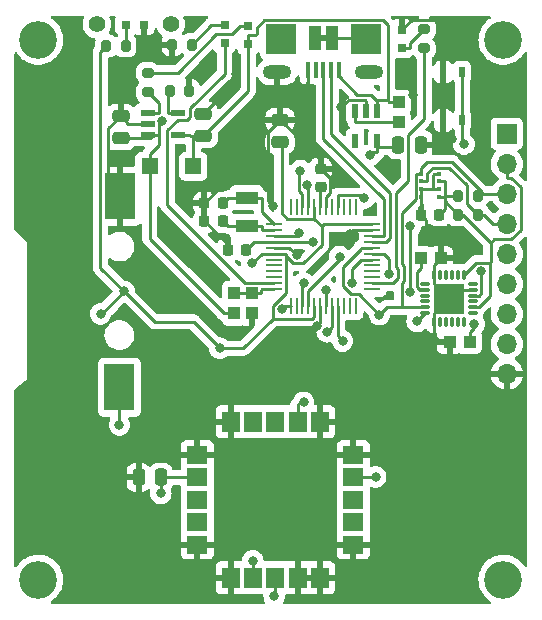
<source format=gbr>
%TF.GenerationSoftware,KiCad,Pcbnew,(6.0.4-0)*%
%TF.CreationDate,2022-05-02T23:13:47-05:00*%
%TF.ProjectId,dropkick,64726f70-6b69-4636-9b2e-6b696361645f,rev?*%
%TF.SameCoordinates,Original*%
%TF.FileFunction,Copper,L1,Top*%
%TF.FilePolarity,Positive*%
%FSLAX46Y46*%
G04 Gerber Fmt 4.6, Leading zero omitted, Abs format (unit mm)*
G04 Created by KiCad (PCBNEW (6.0.4-0)) date 2022-05-02 23:13:47*
%MOMM*%
%LPD*%
G01*
G04 APERTURE LIST*
G04 Aperture macros list*
%AMRoundRect*
0 Rectangle with rounded corners*
0 $1 Rounding radius*
0 $2 $3 $4 $5 $6 $7 $8 $9 X,Y pos of 4 corners*
0 Add a 4 corners polygon primitive as box body*
4,1,4,$2,$3,$4,$5,$6,$7,$8,$9,$2,$3,0*
0 Add four circle primitives for the rounded corners*
1,1,$1+$1,$2,$3*
1,1,$1+$1,$4,$5*
1,1,$1+$1,$6,$7*
1,1,$1+$1,$8,$9*
0 Add four rect primitives between the rounded corners*
20,1,$1+$1,$2,$3,$4,$5,0*
20,1,$1+$1,$4,$5,$6,$7,0*
20,1,$1+$1,$6,$7,$8,$9,0*
20,1,$1+$1,$8,$9,$2,$3,0*%
G04 Aperture macros list end*
%TA.AperFunction,SMDPad,CuDef*%
%ADD10R,1.100000X1.000000*%
%TD*%
%TA.AperFunction,SMDPad,CuDef*%
%ADD11R,0.800000X0.800000*%
%TD*%
%TA.AperFunction,SMDPad,CuDef*%
%ADD12R,1.000000X1.100000*%
%TD*%
%TA.AperFunction,SMDPad,CuDef*%
%ADD13R,0.508000X0.889000*%
%TD*%
%TA.AperFunction,SMDPad,CuDef*%
%ADD14RoundRect,0.250000X0.475000X-0.250000X0.475000X0.250000X-0.475000X0.250000X-0.475000X-0.250000X0*%
%TD*%
%TA.AperFunction,SMDPad,CuDef*%
%ADD15RoundRect,0.225000X0.225000X0.250000X-0.225000X0.250000X-0.225000X-0.250000X0.225000X-0.250000X0*%
%TD*%
%TA.AperFunction,ComponentPad*%
%ADD16C,3.200000*%
%TD*%
%TA.AperFunction,SMDPad,CuDef*%
%ADD17R,1.346200X0.279400*%
%TD*%
%TA.AperFunction,SMDPad,CuDef*%
%ADD18R,0.279400X1.346200*%
%TD*%
%TA.AperFunction,SMDPad,CuDef*%
%ADD19RoundRect,0.225000X0.250000X-0.225000X0.250000X0.225000X-0.250000X0.225000X-0.250000X-0.225000X0*%
%TD*%
%TA.AperFunction,SMDPad,CuDef*%
%ADD20RoundRect,0.200000X0.200000X0.275000X-0.200000X0.275000X-0.200000X-0.275000X0.200000X-0.275000X0*%
%TD*%
%TA.AperFunction,SMDPad,CuDef*%
%ADD21RoundRect,0.250000X-0.250000X-0.475000X0.250000X-0.475000X0.250000X0.475000X-0.250000X0.475000X0*%
%TD*%
%TA.AperFunction,ComponentPad*%
%ADD22R,1.700000X1.700000*%
%TD*%
%TA.AperFunction,ComponentPad*%
%ADD23O,1.700000X1.700000*%
%TD*%
%TA.AperFunction,SMDPad,CuDef*%
%ADD24RoundRect,0.200000X-0.200000X-0.275000X0.200000X-0.275000X0.200000X0.275000X-0.200000X0.275000X0*%
%TD*%
%TA.AperFunction,SMDPad,CuDef*%
%ADD25RoundRect,0.070000X-0.070000X0.330000X-0.070000X-0.330000X0.070000X-0.330000X0.070000X0.330000X0*%
%TD*%
%TA.AperFunction,SMDPad,CuDef*%
%ADD26RoundRect,0.070000X0.330000X0.070000X-0.330000X0.070000X-0.330000X-0.070000X0.330000X-0.070000X0*%
%TD*%
%TA.AperFunction,SMDPad,CuDef*%
%ADD27RoundRect,0.070000X0.070000X-0.330000X0.070000X0.330000X-0.070000X0.330000X-0.070000X-0.330000X0*%
%TD*%
%TA.AperFunction,SMDPad,CuDef*%
%ADD28RoundRect,0.070000X-0.330000X-0.070000X0.330000X-0.070000X0.330000X0.070000X-0.330000X0.070000X0*%
%TD*%
%TA.AperFunction,SMDPad,CuDef*%
%ADD29R,2.500000X2.500000*%
%TD*%
%TA.AperFunction,SMDPad,CuDef*%
%ADD30R,1.000000X2.000000*%
%TD*%
%TA.AperFunction,SMDPad,CuDef*%
%ADD31R,0.400000X1.350000*%
%TD*%
%TA.AperFunction,ComponentPad*%
%ADD32O,2.400000X1.200000*%
%TD*%
%TA.AperFunction,ComponentPad*%
%ADD33R,2.500000X2.500000*%
%TD*%
%TA.AperFunction,SMDPad,CuDef*%
%ADD34RoundRect,0.200000X0.275000X-0.200000X0.275000X0.200000X-0.275000X0.200000X-0.275000X-0.200000X0*%
%TD*%
%TA.AperFunction,SMDPad,CuDef*%
%ADD35R,1.400000X1.400000*%
%TD*%
%TA.AperFunction,SMDPad,CuDef*%
%ADD36R,1.500000X1.800000*%
%TD*%
%TA.AperFunction,SMDPad,CuDef*%
%ADD37R,1.800000X1.500000*%
%TD*%
%TA.AperFunction,SMDPad,CuDef*%
%ADD38R,1.900000X1.100000*%
%TD*%
%TA.AperFunction,SMDPad,CuDef*%
%ADD39RoundRect,0.200000X-0.275000X0.200000X-0.275000X-0.200000X0.275000X-0.200000X0.275000X0.200000X0*%
%TD*%
%TA.AperFunction,SMDPad,CuDef*%
%ADD40R,2.600000X4.000000*%
%TD*%
%TA.AperFunction,SMDPad,CuDef*%
%ADD41R,0.350000X0.350000*%
%TD*%
%TA.AperFunction,SMDPad,CuDef*%
%ADD42R,0.550000X1.200000*%
%TD*%
%TA.AperFunction,SMDPad,CuDef*%
%ADD43R,1.200000X0.550000*%
%TD*%
%TA.AperFunction,SMDPad,CuDef*%
%ADD44RoundRect,0.250000X0.250000X0.475000X-0.250000X0.475000X-0.250000X-0.475000X0.250000X-0.475000X0*%
%TD*%
%TA.AperFunction,ComponentPad*%
%ADD45C,1.397000*%
%TD*%
%TA.AperFunction,ViaPad*%
%ADD46C,0.800000*%
%TD*%
%TA.AperFunction,Conductor*%
%ADD47C,0.250000*%
%TD*%
G04 APERTURE END LIST*
D10*
%TO.P,C11,1,1*%
%TO.N,/REGOUT*%
X102550000Y-72600000D03*
%TO.P,C11,2,2*%
%TO.N,GND*%
X100850000Y-72600000D03*
%TD*%
D11*
%TO.P,CHG1,A,A*%
%TO.N,VBUS*%
X83800000Y-47350000D03*
%TO.P,CHG1,C,C*%
%TO.N,Net-(CHG1-PadC)*%
X83800000Y-45850000D03*
%TD*%
D12*
%TO.P,R2,1,1*%
%TO.N,VBUS*%
X96560000Y-52280000D03*
%TO.P,R2,2,2*%
%TO.N,/EN*%
X96560000Y-53980000D03*
%TD*%
D13*
%TO.P,SW2,1,1*%
%TO.N,/~{RESET}*%
X101920001Y-49720002D03*
%TO.P,SW2,2,2*%
%TO.N,GND*%
X100319999Y-49720002D03*
%TO.P,SW2,3,3*%
X100319999Y-53819998D03*
%TO.P,SW2,4,4*%
%TO.N,/~{RESET}*%
X101920001Y-53819998D03*
%TD*%
D14*
%TO.P,C2,1,1*%
%TO.N,+3V3*%
X86500000Y-55650000D03*
%TO.P,C2,2,2*%
%TO.N,GND*%
X86500000Y-53750000D03*
%TD*%
D15*
%TO.P,C6,1,1*%
%TO.N,Net-(C6-Pad1)*%
X81649000Y-60842000D03*
%TO.P,C6,2,2*%
%TO.N,GND*%
X80099000Y-60842000D03*
%TD*%
D16*
%TO.P,H2,P$1*%
%TO.N,N/C*%
X105410000Y-46990000D03*
%TD*%
D17*
%TO.P,U4,1,PA00/EINT0/SERCOM1.0*%
%TO.N,Net-(C6-Pad1)*%
X85971700Y-62600000D03*
%TO.P,U4,2,PA01/EINT1/SERCOM1.1*%
%TO.N,Net-(C7-Pad1)*%
X85971700Y-63099999D03*
%TO.P,U4,3,PA02/EINT2/AIN0/Y0/VOUT*%
%TO.N,/A0*%
X85971700Y-63600001D03*
%TO.P,U4,4,PA03/EINT3/VREFA/AIN1*%
%TO.N,/AREF*%
X85971700Y-64100000D03*
%TO.P,U4,5,GNDA*%
%TO.N,GND*%
X85971700Y-64599999D03*
%TO.P,U4,6,VDDA*%
%TO.N,+3V3*%
X85971700Y-65100000D03*
%TO.P,U4,7,PB08/I8/AIN2/SERCOM4.0*%
%TO.N,/A1*%
X85971700Y-65600000D03*
%TO.P,U4,8,PB09/I9/AIN3/SERCOM4.1*%
%TO.N,/A2*%
X85971700Y-66100001D03*
%TO.P,U4,9,PA04/EINT4/VREFB/AIN4/SERCOM0.0*%
%TO.N,/A3*%
X85971700Y-66600000D03*
%TO.P,U4,10,PA05/EINT5/AIN5/SERCOM0.1*%
%TO.N,/A4*%
X85971700Y-67099999D03*
%TO.P,U4,11,PA06/EINT6/AIN6/SERCOM0.2*%
%TO.N,/D8*%
X85971700Y-67600001D03*
%TO.P,U4,12,PA07/I7/AIN7/SERCOM0.3/I2SD0*%
%TO.N,/D9*%
X85971700Y-68100000D03*
D18*
%TO.P,U4,13,PA08/I2C/AIN16/SERCOM0+2.0/I2SD1*%
%TO.N,/SD_CS*%
X87400000Y-69528300D03*
%TO.P,U4,14,PA09/I2C/I9/AIN17/SERCOM0+2.1/I2SMC*%
%TO.N,/D3*%
X87899999Y-69528300D03*
%TO.P,U4,15,PA10/I10/AIN18/SERCOM0+2.2/I2SCK*%
%TO.N,/D1*%
X88400001Y-69528300D03*
%TO.P,U4,16,PA11/I11/AIN19/SERCOM0+2.3/I2SF0*%
%TO.N,/D0*%
X88900000Y-69528300D03*
%TO.P,U4,17,VDDIO*%
%TO.N,+3V3*%
X89399999Y-69528300D03*
%TO.P,U4,18,GND*%
%TO.N,GND*%
X89900000Y-69528300D03*
%TO.P,U4,19,PB10/I10/SERCOM4.2/I2SMC*%
%TO.N,/MOSI*%
X90400000Y-69528300D03*
%TO.P,U4,20,PB11/I11/SERCOM4.3/I2SCL*%
%TO.N,/SCK*%
X90900001Y-69528300D03*
%TO.P,U4,21,PA12/I12/I2C/SERCOM2+4.0*%
%TO.N,/MISO*%
X91400000Y-69528300D03*
%TO.P,U4,22,PA13/I13/I2C/SERCOM2+4.1*%
%TO.N,unconnected-(U4-Pad22)*%
X91899999Y-69528300D03*
%TO.P,U4,23,PA14/I14/SERCOM2+4.2*%
%TO.N,/D2*%
X92400001Y-69528300D03*
%TO.P,U4,24,PA15/I15/SERCOM3+4.3*%
%TO.N,/D5*%
X92900000Y-69528300D03*
D17*
%TO.P,U4,25,PA16/I2C/I0/SERCOM1+3.0*%
%TO.N,/D11*%
X94328300Y-68100000D03*
%TO.P,U4,26,PA17/I2C/I1/SERCOM1+3.1*%
%TO.N,/D13*%
X94328300Y-67600001D03*
%TO.P,U4,27,PA18/I2/SERCOM1+3.2*%
%TO.N,/D10*%
X94328300Y-67099999D03*
%TO.P,U4,28,PA19/I3/SERCOM1+3.3/I2SD0*%
%TO.N,/D12*%
X94328300Y-66600000D03*
%TO.P,U4,29,PA20/I4/SERCOM3+5.2/I2SSC*%
%TO.N,/D6*%
X94328300Y-66100001D03*
%TO.P,U4,30,PA21/I5/SERCOM3+5.3/I2SFS0*%
%TO.N,/D7*%
X94328300Y-65600000D03*
%TO.P,U4,31,PA22/I2C/I6/SERCOM3+5.0*%
%TO.N,/SDA*%
X94328300Y-65100000D03*
%TO.P,U4,32,PA23/I2C/I7/SERCOM3+5.1/SOF*%
%TO.N,/SCL*%
X94328300Y-64599999D03*
%TO.P,U4,33,PA24/I12/SERCOM3+5.2/D-*%
%TO.N,/D-*%
X94328300Y-64100000D03*
%TO.P,U4,34,PA25/I13/SERCOM3+5.3/D+*%
%TO.N,/D+*%
X94328300Y-63600001D03*
%TO.P,U4,35,GND*%
%TO.N,GND*%
X94328300Y-63099999D03*
%TO.P,U4,36,VDDIO*%
%TO.N,+3V3*%
X94328300Y-62600000D03*
D18*
%TO.P,U4,37,PB22/I6/SERCOM5.2*%
%TO.N,/RX*%
X92900000Y-61171700D03*
%TO.P,U4,38,PB23/I7/SERCOM5.3*%
%TO.N,/TX*%
X92400001Y-61171700D03*
%TO.P,U4,39,PA27/I15*%
%TO.N,unconnected-(U4-Pad39)*%
X91899999Y-61171700D03*
%TO.P,U4,40,/RESET*%
%TO.N,/~{RESET}*%
X91400000Y-61171700D03*
%TO.P,U4,41,PA28/I8*%
%TO.N,unconnected-(U4-Pad41)*%
X90900001Y-61171700D03*
%TO.P,U4,42,GND*%
%TO.N,GND*%
X90400000Y-61171700D03*
%TO.P,U4,43,VDDCORE*%
%TO.N,Net-(C9-Pad1)*%
X89900000Y-61171700D03*
%TO.P,U4,44,VDDIN*%
%TO.N,+3V3*%
X89399999Y-61171700D03*
%TO.P,U4,45,PA30/I10/SECOM1.2/SWCLK*%
%TO.N,/SWCLK*%
X88900000Y-61171700D03*
%TO.P,U4,46,PA31/I11/SECOM1.3/SWDIO*%
%TO.N,/SWDIO*%
X88400001Y-61171700D03*
%TO.P,U4,47,PB02/I2/AIN10/SERCOM5.0*%
%TO.N,/A5*%
X87899999Y-61171700D03*
%TO.P,U4,48,PB03/I3/AIN11/SERCOM5.1*%
%TO.N,unconnected-(U4-Pad48)*%
X87400000Y-61171700D03*
%TD*%
D16*
%TO.P,H1,P$1*%
%TO.N,N/C*%
X66040000Y-46990000D03*
%TD*%
D19*
%TO.P,C9,1,1*%
%TO.N,Net-(C9-Pad1)*%
X89930000Y-59485000D03*
%TO.P,C9,2,2*%
%TO.N,GND*%
X89930000Y-57935000D03*
%TD*%
D15*
%TO.P,C7,1,1*%
%TO.N,Net-(C7-Pad1)*%
X81649000Y-62366000D03*
%TO.P,C7,2,2*%
%TO.N,GND*%
X80099000Y-62366000D03*
%TD*%
D11*
%TO.P,L2,A,A*%
%TO.N,Net-(L2-PadA)*%
X96800000Y-47650000D03*
%TO.P,L2,C,C*%
%TO.N,GND*%
X96800000Y-46150000D03*
%TD*%
D20*
%TO.P,R7,1,1*%
%TO.N,Net-(L1-PadC)*%
X79025000Y-47400000D03*
%TO.P,R7,2,2*%
%TO.N,GND*%
X77375000Y-47400000D03*
%TD*%
D16*
%TO.P,H4,P$1*%
%TO.N,N/C*%
X105410000Y-92710000D03*
%TD*%
D21*
%TO.P,C4,1,1*%
%TO.N,+3V3*%
X96500000Y-55870000D03*
%TO.P,C4,2,2*%
%TO.N,GND*%
X98400000Y-55870000D03*
%TD*%
D22*
%TO.P,J1,1,Pin_1*%
%TO.N,VBAT*%
X105700000Y-54950000D03*
D23*
%TO.P,J1,2,Pin_2*%
%TO.N,+3V3*%
X105700000Y-57490000D03*
%TO.P,J1,3,Pin_3*%
%TO.N,/SCL*%
X105700000Y-60030000D03*
%TO.P,J1,4,Pin_4*%
%TO.N,/SDA*%
X105700000Y-62570000D03*
%TO.P,J1,5,Pin_5*%
%TO.N,/AREF*%
X105700000Y-65110000D03*
%TO.P,J1,6,Pin_6*%
%TO.N,/A0*%
X105700000Y-67650000D03*
%TO.P,J1,7,Pin_7*%
%TO.N,/D0*%
X105700000Y-70190000D03*
%TO.P,J1,8,Pin_8*%
%TO.N,/D1*%
X105700000Y-72730000D03*
%TO.P,J1,9,Pin_9*%
%TO.N,GND*%
X105700000Y-75270000D03*
%TD*%
D24*
%TO.P,R8,1,1*%
%TO.N,+3V3*%
X71775000Y-47500000D03*
%TO.P,R8,2,2*%
%TO.N,Net-(D2-PadA)*%
X73425000Y-47500000D03*
%TD*%
D16*
%TO.P,H3,P$1*%
%TO.N,N/C*%
X66040000Y-92710000D03*
%TD*%
D12*
%TO.P,R1,1,1*%
%TO.N,VBAT*%
X82600000Y-70150000D03*
%TO.P,R1,2,2*%
%TO.N,/D9*%
X82600000Y-68450000D03*
%TD*%
D25*
%TO.P,U6,1,CLKIN*%
%TO.N,GND*%
X99550000Y-70900000D03*
%TO.P,U6,2*%
%TO.N,N/C*%
X100050000Y-70900000D03*
%TO.P,U6,3*%
X100550000Y-70900000D03*
%TO.P,U6,4*%
X101050000Y-70900000D03*
%TO.P,U6,5*%
X101550000Y-70900000D03*
%TO.P,U6,6,AUX_DA*%
%TO.N,/SDA_EXT*%
X102050000Y-70900000D03*
D26*
%TO.P,U6,7,AUX_CL*%
%TO.N,/SCL_EXT*%
X102800000Y-70150000D03*
%TO.P,U6,8,VLOGIC*%
%TO.N,+3V3*%
X102800000Y-69650000D03*
%TO.P,U6,9,AD0*%
%TO.N,/AD0*%
X102800000Y-69150000D03*
%TO.P,U6,10,REGOUT*%
%TO.N,/REGOUT*%
X102800000Y-68650000D03*
%TO.P,U6,11,FSYNC*%
%TO.N,GND*%
X102800000Y-68150000D03*
%TO.P,U6,12,INT*%
%TO.N,/INT*%
X102800000Y-67650000D03*
D27*
%TO.P,U6,13,VDD*%
%TO.N,+3V3*%
X102050000Y-66900000D03*
%TO.P,U6,14*%
%TO.N,N/C*%
X101550000Y-66900000D03*
%TO.P,U6,15*%
X101050000Y-66900000D03*
%TO.P,U6,16*%
X100550000Y-66900000D03*
%TO.P,U6,17*%
X100050000Y-66900000D03*
%TO.P,U6,18,GND*%
%TO.N,GND*%
X99550000Y-66900000D03*
D28*
%TO.P,U6,19,RSVD@1*%
%TO.N,unconnected-(U6-Pad19)*%
X98800000Y-67650000D03*
%TO.P,U6,20,CPOUT*%
%TO.N,/CPOUT*%
X98800000Y-68150000D03*
%TO.P,U6,21,RSVD@2*%
%TO.N,unconnected-(U6-Pad21)*%
X98800000Y-68650000D03*
%TO.P,U6,22,RSVD@3*%
%TO.N,unconnected-(U6-Pad22)*%
X98800000Y-69150000D03*
%TO.P,U6,23,SCL*%
%TO.N,/SCL*%
X98800000Y-69650000D03*
%TO.P,U6,24,SDA*%
%TO.N,/SDA*%
X98800000Y-70150000D03*
D29*
%TO.P,U6,THERM,THERMAL*%
%TO.N,GND*%
X100800000Y-68900000D03*
%TD*%
D14*
%TO.P,C3,1,1*%
%TO.N,VBUS*%
X80000000Y-55150000D03*
%TO.P,C3,2,2*%
%TO.N,GND*%
X80000000Y-53250000D03*
%TD*%
D30*
%TO.P,X1,BASE@1,GND*%
%TO.N,GND*%
X90919600Y-46816600D03*
%TO.P,X1,BASE@2,GND*%
X89419600Y-46816600D03*
D31*
%TO.P,X1,D+,D+*%
%TO.N,/D+*%
X90169600Y-49591600D03*
%TO.P,X1,D-,D-*%
%TO.N,/D-*%
X90819600Y-49591600D03*
%TO.P,X1,GND,GND*%
%TO.N,GND*%
X88869600Y-49591600D03*
%TO.P,X1,ID,ID*%
%TO.N,unconnected-(X1-PadID)*%
X89519600Y-49591600D03*
D32*
%TO.P,X1,SPRT@1,GND*%
%TO.N,GND*%
X94069600Y-49716600D03*
%TO.P,X1,SPRT@2,GND*%
X86269600Y-49716600D03*
D33*
%TO.P,X1,SPRT@3,GND*%
X93769600Y-46916600D03*
%TO.P,X1,SPRT@4,GND*%
X86569600Y-46916600D03*
D31*
%TO.P,X1,VBUS,VBUS*%
%TO.N,VBUS*%
X91469600Y-49591600D03*
%TD*%
D10*
%TO.P,C12,1,1*%
%TO.N,/CPOUT*%
X98400000Y-65500000D03*
%TO.P,C12,2,2*%
%TO.N,GND*%
X100100000Y-65500000D03*
%TD*%
D14*
%TO.P,C8,1,1*%
%TO.N,VBAT*%
X73000000Y-55350000D03*
%TO.P,C8,2,2*%
%TO.N,GND*%
X73000000Y-53450000D03*
%TD*%
D11*
%TO.P,D2,A,A*%
%TO.N,Net-(D2-PadA)*%
X73450000Y-45700000D03*
%TO.P,D2,C,C*%
%TO.N,GND*%
X74950000Y-45700000D03*
%TD*%
D34*
%TO.P,R6,1,1*%
%TO.N,/D13*%
X98700000Y-47725000D03*
%TO.P,R6,2,2*%
%TO.N,Net-(L2-PadA)*%
X98700000Y-46075000D03*
%TD*%
D15*
%TO.P,C1,1,1*%
%TO.N,/AREF*%
X83605000Y-64810000D03*
%TO.P,C1,2,2*%
%TO.N,GND*%
X82055000Y-64810000D03*
%TD*%
D35*
%TO.P,D1,A,A*%
%TO.N,VBAT*%
X75450000Y-57700000D03*
%TO.P,D1,C,C*%
%TO.N,VBUS*%
X79150000Y-57700000D03*
%TD*%
D36*
%TO.P,U2,1,GND*%
%TO.N,GND*%
X82310000Y-92530000D03*
%TO.P,U2,2,VCC_IO*%
%TO.N,+3V3*%
X84210000Y-92530000D03*
%TO.P,U2,3,V_BCKP*%
%TO.N,/VBACKUP*%
X86110000Y-92530000D03*
%TO.P,U2,4,GND*%
%TO.N,GND*%
X88010000Y-92530000D03*
%TO.P,U2,5,GND*%
X89910000Y-92530000D03*
D37*
%TO.P,U2,6,GND*%
X92710000Y-89730000D03*
%TO.P,U2,7,TIMEPULSE*%
%TO.N,unconnected-(U2-Pad7)*%
X92710000Y-87830000D03*
%TO.P,U2,8,~{SAFEBOOT}*%
%TO.N,unconnected-(U2-Pad8)*%
X92710000Y-85930000D03*
%TO.P,U2,9,SDA*%
%TO.N,/SDA*%
X92710000Y-84030000D03*
%TO.P,U2,10,GND*%
%TO.N,GND*%
X92710000Y-82130000D03*
D36*
%TO.P,U2,11,GND*%
X89910000Y-79330000D03*
%TO.P,U2,12,SCL*%
%TO.N,/SCL*%
X88010000Y-79330000D03*
%TO.P,U2,13,TXD*%
%TO.N,unconnected-(U2-Pad13)*%
X86110000Y-79330000D03*
%TO.P,U2,14,RXD*%
%TO.N,unconnected-(U2-Pad14)*%
X84210000Y-79330000D03*
%TO.P,U2,15,GND*%
%TO.N,GND*%
X82310000Y-79330000D03*
D37*
%TO.P,U2,16,GND*%
X79510000Y-82130000D03*
%TO.P,U2,17,VCC*%
%TO.N,+3V3*%
X79510000Y-84030000D03*
%TO.P,U2,18,~{RESET}*%
%TO.N,unconnected-(U2-Pad18)*%
X79510000Y-85930000D03*
%TO.P,U2,19,EXTINT0*%
%TO.N,unconnected-(U2-Pad19)*%
X79510000Y-87830000D03*
%TO.P,U2,20,GND*%
%TO.N,GND*%
X79510000Y-89730000D03*
%TD*%
D38*
%TO.P,X4,P$1,P$1*%
%TO.N,Net-(C6-Pad1)*%
X83680000Y-60380000D03*
%TO.P,X4,P$2,P$2*%
%TO.N,Net-(C7-Pad1)*%
X83680000Y-62780000D03*
%TD*%
D24*
%TO.P,R9,1,1*%
%TO.N,+3V3*%
X101575000Y-60200000D03*
%TO.P,R9,2,2*%
%TO.N,/SCL*%
X103225000Y-60200000D03*
%TD*%
D15*
%TO.P,C10,1,1*%
%TO.N,+3V3*%
X99975000Y-61800000D03*
%TO.P,C10,2,2*%
%TO.N,GND*%
X98425000Y-61800000D03*
%TD*%
D39*
%TO.P,R5,1,1*%
%TO.N,Net-(CHG1-PadC)*%
X75300000Y-49775000D03*
%TO.P,R5,2,2*%
%TO.N,Net-(R5-Pad2)*%
X75300000Y-51425000D03*
%TD*%
D40*
%TO.P,B1,+,+*%
%TO.N,/VBACKUP*%
X72900000Y-76410000D03*
%TO.P,B1,-,-*%
%TO.N,GND*%
X72930000Y-60230000D03*
%TD*%
D41*
%TO.P,U5,1,GND*%
%TO.N,GND*%
X98475000Y-60274999D03*
%TO.P,U5,2,CSB*%
X98475000Y-59625001D03*
%TO.P,U5,3,SDI*%
%TO.N,/SDA*%
X98475000Y-58974999D03*
%TO.P,U5,4,SCK*%
%TO.N,/SCL*%
X98475000Y-58325001D03*
%TO.P,U5,5,SDO*%
%TO.N,GND*%
X99925000Y-58325001D03*
%TO.P,U5,6,VDDIO*%
%TO.N,+3V3*%
X99925000Y-58974999D03*
%TO.P,U5,7,GND*%
%TO.N,GND*%
X99925000Y-59625001D03*
%TO.P,U5,8,VDD*%
%TO.N,+3V3*%
X99925000Y-60274999D03*
%TD*%
D42*
%TO.P,U1,1,IN*%
%TO.N,VBUS*%
X94750000Y-52999900D03*
%TO.P,U1,2,GND*%
%TO.N,GND*%
X93800000Y-52999900D03*
%TO.P,U1,3,EN*%
%TO.N,/EN*%
X92850000Y-52999900D03*
%TO.P,U1,4,P4*%
%TO.N,unconnected-(U1-Pad4)*%
X92850000Y-55600100D03*
%TO.P,U1,5,OUT*%
%TO.N,+3V3*%
X94750000Y-55600100D03*
%TD*%
D11*
%TO.P,L1,A,A*%
%TO.N,/D8*%
X81800000Y-47250000D03*
%TO.P,L1,C,C*%
%TO.N,Net-(L1-PadC)*%
X81800000Y-45750000D03*
%TD*%
D12*
%TO.P,R3,1,1*%
%TO.N,/D9*%
X84100000Y-68450000D03*
%TO.P,R3,2,2*%
%TO.N,GND*%
X84100000Y-70150000D03*
%TD*%
D24*
%TO.P,R4,1,1*%
%TO.N,Net-(R4-Pad1)*%
X77175000Y-51300000D03*
%TO.P,R4,2,2*%
%TO.N,GND*%
X78825000Y-51300000D03*
%TD*%
D43*
%TO.P,U3,1,STAT*%
%TO.N,Net-(R5-Pad2)*%
X75299900Y-53150000D03*
%TO.P,U3,2,VSS*%
%TO.N,GND*%
X75299900Y-54100000D03*
%TO.P,U3,3,VBAT*%
%TO.N,VBAT*%
X75299900Y-55050000D03*
%TO.P,U3,4,VDD*%
%TO.N,VBUS*%
X77900100Y-55050000D03*
%TO.P,U3,5,PROG*%
%TO.N,Net-(R4-Pad1)*%
X77900100Y-53150000D03*
%TD*%
D24*
%TO.P,R10,1,1*%
%TO.N,+3V3*%
X101575000Y-61800000D03*
%TO.P,R10,2,2*%
%TO.N,/SDA*%
X103225000Y-61800000D03*
%TD*%
D44*
%TO.P,C5,1,1*%
%TO.N,+3V3*%
X76420000Y-84040000D03*
%TO.P,C5,2,2*%
%TO.N,GND*%
X74520000Y-84040000D03*
%TD*%
D45*
%TO.P,SW1,4*%
%TO.N,N/C*%
X70994999Y-45683932D03*
%TO.P,SW1,5*%
X77244999Y-45683932D03*
%TD*%
D46*
%TO.N,/VBACKUP*%
X86000000Y-94100000D03*
X72900000Y-79600000D03*
%TO.N,GND*%
X98900000Y-63700000D03*
X92400000Y-63400000D03*
X66640000Y-73995200D03*
X89624364Y-71225989D03*
X70534357Y-72406559D03*
X65740000Y-60816800D03*
X75800000Y-47500000D03*
X81500000Y-52100000D03*
X101400000Y-46900000D03*
X91700000Y-52700000D03*
X87900000Y-65200000D03*
X82800000Y-49900000D03*
X97748600Y-51708300D03*
X101072700Y-55395300D03*
X65439100Y-58080500D03*
X85900000Y-61100000D03*
X83100000Y-54000000D03*
X80200000Y-49100000D03*
X88400000Y-52500000D03*
%TO.N,/AREF*%
X89269100Y-64079000D03*
%TO.N,+3V3*%
X73300000Y-68300000D03*
X76400000Y-85400000D03*
X81400000Y-73100000D03*
X84118500Y-65913800D03*
X84200000Y-91100000D03*
X71300000Y-70200000D03*
X94154500Y-56739200D03*
%TO.N,VBAT*%
X76504000Y-53891100D03*
%TO.N,/REGOUT*%
X103525800Y-66601200D03*
X97511100Y-68366500D03*
X102951500Y-71050800D03*
X97511100Y-62782800D03*
%TO.N,/SCL*%
X88496000Y-77700000D03*
X94911500Y-70266900D03*
%TO.N,/SDA*%
X94600000Y-84000000D03*
X98108300Y-70841700D03*
X95743100Y-66830400D03*
%TO.N,/D1*%
X88500000Y-67600000D03*
%TO.N,/D0*%
X91554400Y-65359900D03*
%TO.N,/MISO*%
X91800000Y-72500000D03*
%TO.N,/MOSI*%
X90400000Y-68202800D03*
%TO.N,/SCK*%
X90495892Y-71715320D03*
%TO.N,/A0*%
X88140900Y-63358300D03*
%TO.N,/~{RESET}*%
X102079200Y-55826100D03*
X93649100Y-60388500D03*
%TO.N,/SWCLK*%
X88817900Y-59328500D03*
%TO.N,/SWDIO*%
X88216300Y-58077000D03*
%TO.N,/SD_CS*%
X86643300Y-69816300D03*
%TO.N,/D7*%
X92567000Y-67545400D03*
%TD*%
D47*
%TO.N,/VBACKUP*%
X86110000Y-93767700D02*
X86110000Y-94290000D01*
X72900000Y-79600000D02*
X72900000Y-76410000D01*
X85826400Y-94051300D02*
X86110000Y-93767700D01*
X86110000Y-92530000D02*
X86110000Y-93767700D01*
%TO.N,GND*%
X99850480Y-45350480D02*
X97599520Y-45350480D01*
X88869600Y-49591600D02*
X88869600Y-52030400D01*
X81500000Y-52100000D02*
X81150000Y-52100000D01*
X97599520Y-45350480D02*
X96800000Y-46150000D01*
X74950000Y-48050000D02*
X74950000Y-45700000D01*
X82055000Y-64322000D02*
X80099000Y-62366000D01*
X90400000Y-60267138D02*
X90729520Y-59937618D01*
X89930000Y-57180000D02*
X89930000Y-57935000D01*
X92324611Y-52075389D02*
X93725489Y-52075389D01*
X98475000Y-61750000D02*
X98475000Y-60274999D01*
X93800000Y-52149900D02*
X93800000Y-52999900D01*
X100050000Y-72600000D02*
X99550000Y-72100000D01*
X99550000Y-67650000D02*
X100800000Y-68900000D01*
X99550000Y-66050000D02*
X100100000Y-65500000D01*
X98475000Y-59625001D02*
X98475000Y-60274999D01*
X85450480Y-54799520D02*
X85450480Y-60650480D01*
X75299900Y-54100000D02*
X73650000Y-54100000D01*
X99325001Y-59625001D02*
X98475000Y-59625001D01*
X99550000Y-70150000D02*
X100800000Y-68900000D01*
X73000000Y-53450000D02*
X73000000Y-50000000D01*
X93725489Y-52075389D02*
X93800000Y-52149900D01*
X85971700Y-64599999D02*
X87299999Y-64599999D01*
X99575976Y-58325001D02*
X99425001Y-58475976D01*
X90919600Y-46816600D02*
X93669600Y-46816600D01*
X98900000Y-63700000D02*
X98900000Y-62275000D01*
X89930000Y-57180000D02*
X86500000Y-53750000D01*
X99550000Y-66900000D02*
X99550000Y-66050000D01*
X86500000Y-53750000D02*
X85450480Y-54799520D01*
X99550000Y-72100000D02*
X99550000Y-70900000D01*
X92700001Y-63099999D02*
X94328300Y-63099999D01*
X83100000Y-57841000D02*
X83100000Y-54000000D01*
X88869600Y-52030400D02*
X88400000Y-52500000D01*
X71950480Y-54499520D02*
X73000000Y-53450000D01*
X91700000Y-52700000D02*
X92324611Y-52075389D01*
X90729520Y-59937618D02*
X90729520Y-58734520D01*
X90729520Y-58734520D02*
X89930000Y-57935000D01*
X99925000Y-58325001D02*
X99575976Y-58325001D01*
X87299999Y-64599999D02*
X87900000Y-65200000D01*
X82055000Y-64810000D02*
X82055000Y-64322000D01*
X102800000Y-68150000D02*
X101550000Y-68150000D01*
X89900000Y-70950353D02*
X89624364Y-71225989D01*
X89900000Y-69528300D02*
X89900000Y-70950353D01*
X90400000Y-61171700D02*
X90400000Y-60267138D01*
X85450480Y-60650480D02*
X85900000Y-61100000D01*
X99550000Y-66900000D02*
X99550000Y-67650000D01*
X99425001Y-58475976D02*
X99425001Y-59525001D01*
X71950480Y-59250480D02*
X71950480Y-54499520D01*
X101400000Y-46900000D02*
X99850480Y-45350480D01*
X99425001Y-59525001D02*
X99325001Y-59625001D01*
X92400000Y-63400000D02*
X92700001Y-63099999D01*
X98900000Y-62275000D02*
X98425000Y-61800000D01*
X81150000Y-52100000D02*
X80000000Y-53250000D01*
X73650000Y-54100000D02*
X73000000Y-53450000D01*
X80099000Y-60842000D02*
X83100000Y-57841000D01*
X99925000Y-59625001D02*
X99325001Y-59625001D01*
X73000000Y-50000000D02*
X74950000Y-48050000D01*
X100850000Y-72600000D02*
X100050000Y-72600000D01*
X99550000Y-70900000D02*
X99550000Y-70150000D01*
%TO.N,/AREF*%
X85971700Y-64100000D02*
X89248100Y-64100000D01*
X83605000Y-64810000D02*
X84315000Y-64100000D01*
X84315000Y-64100000D02*
X85971700Y-64100000D01*
X89248100Y-64100000D02*
X89269100Y-64079000D01*
%TO.N,+3V3*%
X104271600Y-65853200D02*
X104271600Y-68699800D01*
X85883800Y-70602100D02*
X85883800Y-69506200D01*
X104334900Y-65789900D02*
X104271600Y-65853200D01*
X86624501Y-61696101D02*
X86624501Y-55774501D01*
X85883800Y-69506200D02*
X86970100Y-68419900D01*
X76400000Y-85400000D02*
X76400000Y-84060000D01*
X103321400Y-69650000D02*
X102800000Y-69650000D01*
X87098500Y-62170100D02*
X86624501Y-61696101D01*
X106091600Y-63900900D02*
X106898000Y-63094500D01*
X100425300Y-60200000D02*
X100425300Y-60275000D01*
X94750000Y-56062700D02*
X94750000Y-56525400D01*
X89400000Y-70425753D02*
X89400000Y-69528300D01*
X76420000Y-84040000D02*
X78274700Y-84040000D01*
X79175479Y-70875479D02*
X75875479Y-70875479D01*
X106067300Y-58665300D02*
X105700000Y-58665300D01*
X99925000Y-58975000D02*
X100425300Y-58975000D01*
X71400000Y-70200000D02*
X71300000Y-70200000D01*
X104334900Y-64159900D02*
X101975000Y-61800000D01*
X100425300Y-61349700D02*
X99975000Y-61800000D01*
X103096800Y-65853200D02*
X102050000Y-66900000D01*
X88483499Y-65924501D02*
X90019600Y-64388400D01*
X73300000Y-68300000D02*
X71400000Y-70200000D01*
X101575000Y-61800000D02*
X100425300Y-60650300D01*
X86970100Y-65294700D02*
X87599901Y-65924501D01*
X104334900Y-64159900D02*
X104334900Y-65789900D01*
X84210000Y-92530000D02*
X84210000Y-91110000D01*
X104271600Y-68699800D02*
X103321400Y-69650000D01*
X89400000Y-62057500D02*
X89400000Y-62170100D01*
X73300000Y-68300000D02*
X71282500Y-66282500D01*
X89400000Y-61171700D02*
X89400000Y-62057500D01*
X86970100Y-68419900D02*
X86970100Y-65100000D01*
X106898000Y-59496000D02*
X106067300Y-58665300D01*
X101975000Y-61800000D02*
X101575000Y-61800000D01*
X100425300Y-60650300D02*
X100425300Y-60275000D01*
X94154500Y-56739200D02*
X94368300Y-56525400D01*
X87599901Y-65924501D02*
X88483499Y-65924501D01*
X75875479Y-70875479D02*
X73300000Y-68300000D01*
X100425300Y-60650300D02*
X100425300Y-61349700D01*
X89400000Y-62170100D02*
X87098500Y-62170100D01*
X78274700Y-84040000D02*
X78284700Y-84030000D01*
X71282500Y-66282500D02*
X71282500Y-47992500D01*
X104334900Y-64159900D02*
X104593900Y-63900900D01*
X104593900Y-63900900D02*
X106091600Y-63900900D01*
X84932300Y-65100000D02*
X85971700Y-65100000D01*
X106898000Y-63094500D02*
X106898000Y-59496000D01*
X85971700Y-65100000D02*
X86970100Y-65100000D01*
X83385900Y-73100000D02*
X81400000Y-73100000D01*
X71282500Y-47992500D02*
X71775000Y-47500000D01*
X94750000Y-56062700D02*
X96307300Y-56062700D01*
X99925000Y-60275000D02*
X100425300Y-60275000D01*
X90209300Y-62600000D02*
X94328300Y-62600000D01*
X90019600Y-64388400D02*
X90019600Y-62789700D01*
X100425300Y-58975000D02*
X100425300Y-60200000D01*
X90019600Y-62789700D02*
X90209300Y-62600000D01*
X90019600Y-62789700D02*
X89400000Y-62170100D01*
X94368300Y-56525400D02*
X94750000Y-56525400D01*
X105700000Y-57490000D02*
X105700000Y-58665300D01*
X78284700Y-84030000D02*
X79510000Y-84030000D01*
X83385900Y-73100000D02*
X85883800Y-70602100D01*
X89223653Y-70602100D02*
X89400000Y-70425753D01*
X81400000Y-73100000D02*
X79175479Y-70875479D01*
X84118500Y-65913800D02*
X84932300Y-65100000D01*
X100425300Y-60200000D02*
X101575000Y-60200000D01*
X104271600Y-65853200D02*
X103096800Y-65853200D01*
X85883800Y-70602100D02*
X89223653Y-70602100D01*
%TO.N,VBUS*%
X83800000Y-46624700D02*
X84364100Y-46624700D01*
X95601900Y-52074600D02*
X95601900Y-52147200D01*
X85163900Y-45341200D02*
X95192200Y-45341200D01*
X94184279Y-51625879D02*
X93028879Y-51625879D01*
X77900100Y-55050000D02*
X78825400Y-55050000D01*
X96560000Y-52280000D02*
X95734700Y-52280000D01*
X84525300Y-45979800D02*
X85163900Y-45341200D01*
X94750000Y-52191600D02*
X94750000Y-52074600D01*
X95601900Y-52074600D02*
X94750000Y-52074600D01*
X95601900Y-45750900D02*
X95601900Y-52074600D01*
X94750000Y-52999900D02*
X94750000Y-52191600D01*
X94750000Y-52191600D02*
X94184279Y-51625879D01*
X83800000Y-47350000D02*
X83800000Y-46624700D01*
X84525300Y-46463500D02*
X84525300Y-45979800D01*
X79150000Y-55150000D02*
X80000000Y-55150000D01*
X79150000Y-55150000D02*
X78925400Y-55150000D01*
X79150000Y-57700000D02*
X79150000Y-55150000D01*
X84364100Y-46624700D02*
X84525300Y-46463500D01*
X78925400Y-55150000D02*
X78825400Y-55050000D01*
X83800000Y-51350000D02*
X83800000Y-47350000D01*
X93028879Y-51625879D02*
X91469600Y-50066600D01*
X80000000Y-55150000D02*
X83800000Y-51350000D01*
X95192200Y-45341200D02*
X95601900Y-45750900D01*
X95601900Y-52147200D02*
X95734700Y-52280000D01*
%TO.N,Net-(C7-Pad1)*%
X81649000Y-62366000D02*
X82063000Y-62780000D01*
X83680000Y-62780000D02*
X84955300Y-62780000D01*
X84955300Y-63082000D02*
X84973300Y-63100000D01*
X84955300Y-62780000D02*
X84955300Y-63082000D01*
X82063000Y-62780000D02*
X83680000Y-62780000D01*
X85971700Y-63100000D02*
X84973300Y-63100000D01*
%TO.N,Net-(C6-Pad1)*%
X82111000Y-60380000D02*
X81649000Y-60842000D01*
X83680000Y-60380000D02*
X84955300Y-60380000D01*
X83680000Y-60380000D02*
X82111000Y-60380000D01*
X85971700Y-62600000D02*
X84955300Y-61583600D01*
X84955300Y-61583600D02*
X84955300Y-60380000D01*
%TO.N,VBAT*%
X75450000Y-57700000D02*
X75450000Y-56674700D01*
X75462600Y-55350000D02*
X73000000Y-55350000D01*
X76225200Y-54169900D02*
X76225200Y-55050000D01*
X76504000Y-53891100D02*
X76225200Y-54169900D01*
X82600000Y-70150000D02*
X81774700Y-70150000D01*
X75450000Y-57700000D02*
X75450000Y-63825300D01*
X76225200Y-55899500D02*
X75450000Y-56674700D01*
X75762600Y-55050000D02*
X76225200Y-55050000D01*
X76225200Y-55050000D02*
X76225200Y-55899500D01*
X75762600Y-55050000D02*
X75462600Y-55350000D01*
X75450000Y-63825300D02*
X81774700Y-70150000D01*
%TO.N,Net-(C9-Pad1)*%
X89900000Y-59515000D02*
X89900000Y-61171700D01*
%TO.N,/REGOUT*%
X102951500Y-71050800D02*
X102951500Y-71373200D01*
X97511100Y-62782800D02*
X97511100Y-68366500D01*
X102550000Y-72600000D02*
X102550000Y-71774700D01*
X103344400Y-68650000D02*
X103525800Y-68468600D01*
X102951500Y-71373200D02*
X102550000Y-71774700D01*
X103525800Y-68468600D02*
X103525800Y-66601200D01*
X102800000Y-68650000D02*
X103344400Y-68650000D01*
%TO.N,/CPOUT*%
X98400000Y-66325300D02*
X98064600Y-66660700D01*
X98064600Y-67892000D02*
X98322600Y-68150000D01*
X98064600Y-66660700D02*
X98064600Y-67892000D01*
X98400000Y-65500000D02*
X98400000Y-66325300D01*
X98322600Y-68150000D02*
X98800000Y-68150000D01*
%TO.N,Net-(CHG1-PadC)*%
X82400100Y-46524600D02*
X81120400Y-46524600D01*
X77870000Y-49775000D02*
X75300000Y-49775000D01*
X83074700Y-45850000D02*
X82400100Y-46524600D01*
X81120400Y-46524600D02*
X77870000Y-49775000D01*
X83800000Y-45850000D02*
X83074700Y-45850000D01*
%TO.N,Net-(D2-PadA)*%
X73450000Y-45700000D02*
X73450000Y-47475000D01*
%TO.N,/EN*%
X92850000Y-52999900D02*
X92850000Y-53925200D01*
X96560000Y-53980000D02*
X95734700Y-53980000D01*
X92850000Y-53925200D02*
X95679900Y-53925200D01*
X95679900Y-53925200D02*
X95734700Y-53980000D01*
%TO.N,/D13*%
X96335400Y-66192500D02*
X96335400Y-59964300D01*
X97376500Y-55042900D02*
X98700000Y-53719400D01*
X96077800Y-67600000D02*
X96507600Y-67170200D01*
X96507600Y-66364700D02*
X96335400Y-66192500D01*
X96335400Y-59964300D02*
X97376500Y-58923200D01*
X96507600Y-67170200D02*
X96507600Y-66364700D01*
X98700000Y-53719400D02*
X98700000Y-47725000D01*
X94328300Y-67600000D02*
X96077800Y-67600000D01*
X97376500Y-58923200D02*
X97376500Y-55042900D01*
%TO.N,/D9*%
X84925300Y-68148000D02*
X84973300Y-68100000D01*
X82600000Y-68450000D02*
X84100000Y-68450000D01*
X84925300Y-68450000D02*
X84925300Y-68148000D01*
X85971700Y-68100000D02*
X84973300Y-68100000D01*
X84100000Y-68450000D02*
X84925300Y-68450000D01*
%TO.N,/SCL*%
X95528400Y-69650000D02*
X96785800Y-69650000D01*
X103625000Y-60030000D02*
X105700000Y-60030000D01*
X97974700Y-60501700D02*
X97974700Y-58325000D01*
X88220000Y-77700000D02*
X88010000Y-77910000D01*
X94911500Y-70266900D02*
X95528400Y-69650000D01*
X88496000Y-77700000D02*
X88220000Y-77700000D01*
X91841700Y-67851500D02*
X92518500Y-68528300D01*
X98475000Y-58325000D02*
X98475000Y-57824700D01*
X98475000Y-57824700D02*
X98934100Y-57365600D01*
X98934100Y-57365600D02*
X101080600Y-57365600D01*
X88010000Y-77910000D02*
X88010000Y-77890000D01*
X93329900Y-64742000D02*
X91841700Y-66230200D01*
X93329900Y-64600000D02*
X93329900Y-64742000D01*
X91841700Y-66230200D02*
X91841700Y-67851500D01*
X88010000Y-79330000D02*
X88010000Y-77910000D01*
X98475000Y-58325000D02*
X97974700Y-58325000D01*
X92518500Y-68528300D02*
X93172900Y-68528300D01*
X94328300Y-64600000D02*
X93329900Y-64600000D01*
X96957900Y-66178100D02*
X96785800Y-66006000D01*
X96785800Y-69650000D02*
X98800000Y-69650000D01*
X96785800Y-69650000D02*
X96785800Y-67622100D01*
X96785800Y-66006000D02*
X96785800Y-61690600D01*
X96957900Y-67450000D02*
X96957900Y-66178100D01*
X96785800Y-67622100D02*
X96957900Y-67450000D01*
X93172900Y-68528300D02*
X94911500Y-70266900D01*
X96785800Y-61690600D02*
X97974700Y-60501700D01*
X101080600Y-57365600D02*
X103625000Y-59910000D01*
%TO.N,/SDA*%
X102299520Y-60874520D02*
X103225000Y-61800000D01*
X98108300Y-70841700D02*
X98800000Y-70150000D01*
X94600000Y-84000000D02*
X92740000Y-84000000D01*
X105700000Y-62570000D02*
X104524700Y-62570000D01*
X98975300Y-58975000D02*
X98475000Y-58975000D01*
X94328300Y-65100000D02*
X95326700Y-65100000D01*
X104524700Y-62570000D02*
X103754700Y-61800000D01*
X95743100Y-66830400D02*
X95743100Y-65516400D01*
X100823400Y-57824600D02*
X102299520Y-59300720D01*
X102299520Y-59300720D02*
X102299520Y-60874520D01*
X103754700Y-61800000D02*
X103225000Y-61800000D01*
X99440673Y-57824600D02*
X98975300Y-58289973D01*
X98975300Y-58289973D02*
X98975300Y-58975000D01*
X100823400Y-57824600D02*
X99440673Y-57824600D01*
X95743100Y-65516400D02*
X95326700Y-65100000D01*
%TO.N,/D1*%
X88400000Y-67700000D02*
X88500000Y-67600000D01*
X88400000Y-69528300D02*
X88400000Y-67700000D01*
%TO.N,/D0*%
X91554400Y-65570200D02*
X88900000Y-68224600D01*
X91554400Y-65359900D02*
X91554400Y-65570200D01*
X88900000Y-68224600D02*
X88900000Y-69528300D01*
%TO.N,/MISO*%
X91400000Y-69528300D02*
X91400000Y-72100000D01*
X91400000Y-72100000D02*
X91800000Y-72500000D01*
%TO.N,/MOSI*%
X90400000Y-68202800D02*
X90400000Y-69528300D01*
%TO.N,/SCK*%
X90900000Y-69528300D02*
X90900000Y-71311212D01*
X90900000Y-71311212D02*
X90495892Y-71715320D01*
%TO.N,/A0*%
X88140900Y-63358300D02*
X87899200Y-63600000D01*
X87899200Y-63600000D02*
X85971700Y-63600000D01*
%TO.N,/~{RESET}*%
X91400000Y-60173300D02*
X93433900Y-60173300D01*
X93433900Y-60173300D02*
X93649100Y-60388500D01*
X101920000Y-55666900D02*
X101920000Y-53820000D01*
X91400000Y-61171700D02*
X91400000Y-60173300D01*
X101920000Y-53820000D02*
X101920000Y-49720000D01*
X102079200Y-55826100D02*
X101920000Y-55666900D01*
%TO.N,/D8*%
X81800000Y-47250000D02*
X81800000Y-49865800D01*
X78875400Y-52790400D02*
X78875400Y-53525300D01*
X76939000Y-54652200D02*
X76939000Y-60957800D01*
X76939000Y-60957800D02*
X83546300Y-67565100D01*
X78875400Y-53525300D02*
X78650300Y-53750400D01*
X83546300Y-67565100D02*
X84938400Y-67565100D01*
X78650300Y-53750400D02*
X77840800Y-53750400D01*
X84938400Y-67565100D02*
X84973300Y-67600000D01*
X85971700Y-67600000D02*
X84973300Y-67600000D01*
X81800000Y-49865800D02*
X78875400Y-52790400D01*
X77840800Y-53750400D02*
X76939000Y-54652200D01*
%TO.N,Net-(L1-PadC)*%
X80675000Y-45750000D02*
X81800000Y-45750000D01*
X79025000Y-47400000D02*
X80675000Y-45750000D01*
%TO.N,Net-(L2-PadA)*%
X97525300Y-47249700D02*
X97525300Y-47650000D01*
X98700000Y-46075000D02*
X97525300Y-47249700D01*
X96800000Y-47650000D02*
X97525300Y-47650000D01*
%TO.N,/SWCLK*%
X88817900Y-59328500D02*
X88900000Y-59410600D01*
X88900000Y-59410600D02*
X88900000Y-61171700D01*
%TO.N,/SWDIO*%
X88084400Y-58208900D02*
X88084400Y-59773900D01*
X88216300Y-58077000D02*
X88084400Y-58208900D01*
X88084400Y-59773900D02*
X88400000Y-60089500D01*
X88400000Y-60089500D02*
X88400000Y-61171700D01*
%TO.N,/SD_CS*%
X86931300Y-69528300D02*
X86643300Y-69816300D01*
X87400000Y-69528300D02*
X86931300Y-69528300D01*
%TO.N,/D7*%
X92567000Y-66362900D02*
X93329900Y-65600000D01*
X92567000Y-67545400D02*
X92567000Y-66362900D01*
X94328300Y-65600000D02*
X93329900Y-65600000D01*
%TO.N,/D-*%
X90819600Y-54963400D02*
X95831100Y-59974900D01*
X95831100Y-63779600D02*
X95510700Y-64100000D01*
X95831100Y-59974900D02*
X95831100Y-63779600D01*
X95510700Y-64100000D02*
X94328300Y-64100000D01*
X90819600Y-49591600D02*
X90819600Y-54963400D01*
%TO.N,/D+*%
X90169600Y-49591600D02*
X90169600Y-55356600D01*
X95326700Y-60513700D02*
X95326700Y-63600000D01*
X90169600Y-55356600D02*
X95326700Y-60513700D01*
X94328300Y-63600000D02*
X95326700Y-63600000D01*
%TO.N,Net-(R4-Pad1)*%
X76974800Y-53150000D02*
X76974800Y-51500200D01*
X77900100Y-53150000D02*
X76974800Y-53150000D01*
%TO.N,Net-(R5-Pad2)*%
X75299900Y-53150000D02*
X76225200Y-53150000D01*
X76225200Y-52350200D02*
X75300000Y-51425000D01*
X76225200Y-53150000D02*
X76225200Y-52350200D01*
%TD*%
%TA.AperFunction,Conductor*%
%TO.N,GND*%
G36*
X69871836Y-44978502D02*
G01*
X69918329Y-45032158D01*
X69928433Y-45102432D01*
X69917910Y-45137750D01*
X69864697Y-45251866D01*
X69856457Y-45269537D01*
X69855035Y-45274845D01*
X69855034Y-45274847D01*
X69809902Y-45443283D01*
X69801795Y-45473538D01*
X69783388Y-45683932D01*
X69801795Y-45894326D01*
X69856457Y-46098327D01*
X69858779Y-46103308D01*
X69858780Y-46103309D01*
X69912129Y-46217715D01*
X69945713Y-46289737D01*
X70066851Y-46462741D01*
X70216190Y-46612080D01*
X70220698Y-46615237D01*
X70220701Y-46615239D01*
X70384684Y-46730061D01*
X70389193Y-46733218D01*
X70394175Y-46735541D01*
X70394180Y-46735544D01*
X70555794Y-46810905D01*
X70580604Y-46822474D01*
X70585912Y-46823896D01*
X70585914Y-46823897D01*
X70682605Y-46849805D01*
X70784605Y-46877136D01*
X70790084Y-46877615D01*
X70792186Y-46877986D01*
X70855799Y-46909512D01*
X70892269Y-46970426D01*
X70890542Y-47039750D01*
X70873247Y-47094938D01*
X70866500Y-47168365D01*
X70866501Y-47324797D01*
X70866501Y-47460177D01*
X70846499Y-47528297D01*
X70832354Y-47546427D01*
X70828860Y-47550148D01*
X70826102Y-47552993D01*
X70806365Y-47572730D01*
X70803885Y-47575927D01*
X70796182Y-47584947D01*
X70765914Y-47617179D01*
X70762095Y-47624125D01*
X70762093Y-47624128D01*
X70756152Y-47634934D01*
X70745301Y-47651453D01*
X70732886Y-47667459D01*
X70729741Y-47674728D01*
X70729738Y-47674732D01*
X70715326Y-47708037D01*
X70710109Y-47718687D01*
X70688805Y-47757440D01*
X70686834Y-47765115D01*
X70686834Y-47765116D01*
X70683767Y-47777062D01*
X70677363Y-47795766D01*
X70672860Y-47806173D01*
X70669319Y-47814355D01*
X70668080Y-47822178D01*
X70668077Y-47822188D01*
X70662401Y-47858024D01*
X70659995Y-47869644D01*
X70652613Y-47898399D01*
X70649000Y-47912470D01*
X70649000Y-47932724D01*
X70647449Y-47952434D01*
X70644280Y-47972443D01*
X70648139Y-48013261D01*
X70648441Y-48016461D01*
X70649000Y-48028319D01*
X70649000Y-66203733D01*
X70648473Y-66214916D01*
X70646798Y-66222409D01*
X70647047Y-66230335D01*
X70647047Y-66230336D01*
X70648938Y-66290486D01*
X70649000Y-66294445D01*
X70649000Y-66322356D01*
X70649497Y-66326290D01*
X70649497Y-66326291D01*
X70649505Y-66326356D01*
X70650438Y-66338193D01*
X70651827Y-66382389D01*
X70655384Y-66394632D01*
X70657478Y-66401839D01*
X70661487Y-66421200D01*
X70664026Y-66441297D01*
X70666945Y-66448668D01*
X70666945Y-66448670D01*
X70680304Y-66482412D01*
X70684149Y-66493642D01*
X70693117Y-66524511D01*
X70696482Y-66536093D01*
X70700515Y-66542912D01*
X70700517Y-66542917D01*
X70706793Y-66553528D01*
X70715488Y-66571276D01*
X70722948Y-66590117D01*
X70727610Y-66596533D01*
X70727610Y-66596534D01*
X70748936Y-66625887D01*
X70755452Y-66635807D01*
X70767909Y-66656870D01*
X70777958Y-66673862D01*
X70792279Y-66688183D01*
X70805119Y-66703216D01*
X70817028Y-66719607D01*
X70847807Y-66745070D01*
X70851105Y-66747798D01*
X70859884Y-66755788D01*
X72315000Y-68210905D01*
X72349026Y-68273217D01*
X72343961Y-68344033D01*
X72315000Y-68389095D01*
X71449500Y-69254595D01*
X71387188Y-69288621D01*
X71360405Y-69291500D01*
X71204513Y-69291500D01*
X71198061Y-69292872D01*
X71198056Y-69292872D01*
X71113427Y-69310861D01*
X71017712Y-69331206D01*
X71011682Y-69333891D01*
X71011681Y-69333891D01*
X70849278Y-69406197D01*
X70849276Y-69406198D01*
X70843248Y-69408882D01*
X70688747Y-69521134D01*
X70684326Y-69526044D01*
X70684325Y-69526045D01*
X70670417Y-69541492D01*
X70560960Y-69663056D01*
X70502686Y-69763990D01*
X70480077Y-69803150D01*
X70465473Y-69828444D01*
X70406458Y-70010072D01*
X70405768Y-70016633D01*
X70405768Y-70016635D01*
X70401600Y-70056295D01*
X70386496Y-70200000D01*
X70387186Y-70206565D01*
X70405385Y-70379715D01*
X70406458Y-70389928D01*
X70465473Y-70571556D01*
X70560960Y-70736944D01*
X70565378Y-70741851D01*
X70565379Y-70741852D01*
X70684325Y-70873955D01*
X70688747Y-70878866D01*
X70843248Y-70991118D01*
X70849276Y-70993802D01*
X70849278Y-70993803D01*
X71011681Y-71066109D01*
X71017712Y-71068794D01*
X71111113Y-71088647D01*
X71198056Y-71107128D01*
X71198061Y-71107128D01*
X71204513Y-71108500D01*
X71395487Y-71108500D01*
X71401939Y-71107128D01*
X71401944Y-71107128D01*
X71488887Y-71088647D01*
X71582288Y-71068794D01*
X71588319Y-71066109D01*
X71750722Y-70993803D01*
X71750724Y-70993802D01*
X71756752Y-70991118D01*
X71824427Y-70941949D01*
X71891295Y-70918091D01*
X71953197Y-70932485D01*
X71943055Y-70881050D01*
X71969160Y-70815027D01*
X71974899Y-70808180D01*
X72034621Y-70741852D01*
X72034622Y-70741851D01*
X72039040Y-70736944D01*
X72134527Y-70571556D01*
X72193542Y-70389928D01*
X72199162Y-70336452D01*
X72226174Y-70270796D01*
X72235377Y-70260527D01*
X72745202Y-69750702D01*
X73210907Y-69284998D01*
X73273217Y-69250973D01*
X73344032Y-69256038D01*
X73389095Y-69284999D01*
X75371822Y-71267726D01*
X75379366Y-71276016D01*
X75383479Y-71282497D01*
X75389256Y-71287922D01*
X75433146Y-71329137D01*
X75435988Y-71331892D01*
X75455709Y-71351613D01*
X75458904Y-71354091D01*
X75467926Y-71361797D01*
X75500158Y-71392065D01*
X75507107Y-71395885D01*
X75517911Y-71401825D01*
X75534435Y-71412678D01*
X75550438Y-71425092D01*
X75591022Y-71442655D01*
X75601652Y-71447862D01*
X75640419Y-71469174D01*
X75648096Y-71471145D01*
X75648101Y-71471147D01*
X75660037Y-71474211D01*
X75678745Y-71480616D01*
X75697334Y-71488660D01*
X75705159Y-71489899D01*
X75705161Y-71489900D01*
X75740998Y-71495576D01*
X75752619Y-71497983D01*
X75787768Y-71507007D01*
X75795449Y-71508979D01*
X75815710Y-71508979D01*
X75835419Y-71510530D01*
X75855422Y-71513698D01*
X75863314Y-71512952D01*
X75868541Y-71512458D01*
X75899433Y-71509538D01*
X75911290Y-71508979D01*
X78860885Y-71508979D01*
X78929006Y-71528981D01*
X78949980Y-71545884D01*
X80452878Y-73048783D01*
X80486904Y-73111095D01*
X80489093Y-73124708D01*
X80503129Y-73258251D01*
X80506458Y-73289928D01*
X80565473Y-73471556D01*
X80660960Y-73636944D01*
X80665378Y-73641851D01*
X80665379Y-73641852D01*
X80747452Y-73733003D01*
X80788747Y-73778866D01*
X80943248Y-73891118D01*
X80949276Y-73893802D01*
X80949278Y-73893803D01*
X81089499Y-73956233D01*
X81117712Y-73968794D01*
X81211112Y-73988647D01*
X81298056Y-74007128D01*
X81298061Y-74007128D01*
X81304513Y-74008500D01*
X81495487Y-74008500D01*
X81501939Y-74007128D01*
X81501944Y-74007128D01*
X81588888Y-73988647D01*
X81682288Y-73968794D01*
X81710501Y-73956233D01*
X81850722Y-73893803D01*
X81850724Y-73893802D01*
X81856752Y-73891118D01*
X81917982Y-73846632D01*
X81989671Y-73794546D01*
X82011253Y-73778866D01*
X82015668Y-73773963D01*
X82020580Y-73769540D01*
X82021705Y-73770789D01*
X82075014Y-73737949D01*
X82108200Y-73733500D01*
X83307133Y-73733500D01*
X83318316Y-73734027D01*
X83325809Y-73735702D01*
X83333735Y-73735453D01*
X83333736Y-73735453D01*
X83393886Y-73733562D01*
X83397845Y-73733500D01*
X83425756Y-73733500D01*
X83429691Y-73733003D01*
X83429756Y-73732995D01*
X83441593Y-73732062D01*
X83473851Y-73731048D01*
X83477870Y-73730922D01*
X83485789Y-73730673D01*
X83505243Y-73725021D01*
X83524600Y-73721013D01*
X83536830Y-73719468D01*
X83536831Y-73719468D01*
X83544697Y-73718474D01*
X83552068Y-73715555D01*
X83552070Y-73715555D01*
X83585812Y-73702196D01*
X83597042Y-73698351D01*
X83631883Y-73688229D01*
X83631884Y-73688229D01*
X83639493Y-73686018D01*
X83646312Y-73681985D01*
X83646317Y-73681983D01*
X83656928Y-73675707D01*
X83674676Y-73667012D01*
X83693517Y-73659552D01*
X83729287Y-73633564D01*
X83739207Y-73627048D01*
X83770435Y-73608580D01*
X83770438Y-73608578D01*
X83777262Y-73604542D01*
X83791583Y-73590221D01*
X83806617Y-73577380D01*
X83816594Y-73570131D01*
X83823007Y-73565472D01*
X83851198Y-73531395D01*
X83859188Y-73522616D01*
X86109300Y-71272505D01*
X86171612Y-71238479D01*
X86198395Y-71235600D01*
X89144886Y-71235600D01*
X89156069Y-71236127D01*
X89163562Y-71237802D01*
X89171488Y-71237553D01*
X89171489Y-71237553D01*
X89231639Y-71235662D01*
X89235598Y-71235600D01*
X89263509Y-71235600D01*
X89267444Y-71235103D01*
X89267509Y-71235095D01*
X89279346Y-71234162D01*
X89311604Y-71233148D01*
X89315623Y-71233022D01*
X89323542Y-71232773D01*
X89342996Y-71227121D01*
X89362353Y-71223113D01*
X89374583Y-71221568D01*
X89374584Y-71221568D01*
X89382450Y-71220574D01*
X89389821Y-71217655D01*
X89389823Y-71217655D01*
X89423565Y-71204296D01*
X89434795Y-71200451D01*
X89469636Y-71190329D01*
X89469637Y-71190329D01*
X89477246Y-71188118D01*
X89484067Y-71184084D01*
X89491346Y-71180934D01*
X89492070Y-71182607D01*
X89551236Y-71167588D01*
X89618570Y-71190097D01*
X89663046Y-71245436D01*
X89670543Y-71316036D01*
X89662699Y-71341454D01*
X89661365Y-71343764D01*
X89602350Y-71525392D01*
X89601660Y-71531953D01*
X89601660Y-71531955D01*
X89591467Y-71628937D01*
X89582388Y-71715320D01*
X89583078Y-71721885D01*
X89596890Y-71853295D01*
X89602350Y-71905248D01*
X89661365Y-72086876D01*
X89756852Y-72252264D01*
X89761270Y-72257171D01*
X89761271Y-72257172D01*
X89841252Y-72346000D01*
X89884639Y-72394186D01*
X90039140Y-72506438D01*
X90045168Y-72509122D01*
X90045170Y-72509123D01*
X90207573Y-72581429D01*
X90213604Y-72584114D01*
X90305297Y-72603604D01*
X90393948Y-72622448D01*
X90393953Y-72622448D01*
X90400405Y-72623820D01*
X90591379Y-72623820D01*
X90597831Y-72622448D01*
X90597836Y-72622448D01*
X90756822Y-72588654D01*
X90827613Y-72594056D01*
X90884245Y-72636873D01*
X90905937Y-72684974D01*
X90906458Y-72689928D01*
X90965473Y-72871556D01*
X91060960Y-73036944D01*
X91065378Y-73041851D01*
X91065379Y-73041852D01*
X91164134Y-73151531D01*
X91188747Y-73178866D01*
X91343248Y-73291118D01*
X91349276Y-73293802D01*
X91349278Y-73293803D01*
X91484239Y-73353891D01*
X91517712Y-73368794D01*
X91611113Y-73388647D01*
X91698056Y-73407128D01*
X91698061Y-73407128D01*
X91704513Y-73408500D01*
X91895487Y-73408500D01*
X91901939Y-73407128D01*
X91901944Y-73407128D01*
X91988887Y-73388647D01*
X92082288Y-73368794D01*
X92115761Y-73353891D01*
X92250722Y-73293803D01*
X92250724Y-73293802D01*
X92256752Y-73291118D01*
X92411253Y-73178866D01*
X92435866Y-73151531D01*
X92442045Y-73144669D01*
X99792001Y-73144669D01*
X99792371Y-73151490D01*
X99797895Y-73202352D01*
X99801521Y-73217604D01*
X99846676Y-73338054D01*
X99855214Y-73353649D01*
X99931715Y-73455724D01*
X99944276Y-73468285D01*
X100046351Y-73544786D01*
X100061946Y-73553324D01*
X100182394Y-73598478D01*
X100197649Y-73602105D01*
X100248514Y-73607631D01*
X100255328Y-73608000D01*
X100577885Y-73608000D01*
X100593124Y-73603525D01*
X100594329Y-73602135D01*
X100596000Y-73594452D01*
X100596000Y-72872115D01*
X100591525Y-72856876D01*
X100590135Y-72855671D01*
X100582452Y-72854000D01*
X99810116Y-72854000D01*
X99794877Y-72858475D01*
X99793672Y-72859865D01*
X99792001Y-72867548D01*
X99792001Y-73144669D01*
X92442045Y-73144669D01*
X92534621Y-73041852D01*
X92534622Y-73041851D01*
X92539040Y-73036944D01*
X92634527Y-72871556D01*
X92693542Y-72689928D01*
X92703619Y-72594056D01*
X92712814Y-72506565D01*
X92713504Y-72500000D01*
X92703852Y-72408170D01*
X92694232Y-72316635D01*
X92694232Y-72316633D01*
X92693542Y-72310072D01*
X92634527Y-72128444D01*
X92539040Y-71963056D01*
X92439546Y-71852556D01*
X92415675Y-71826045D01*
X92415674Y-71826044D01*
X92411253Y-71821134D01*
X92256752Y-71708882D01*
X92250724Y-71706198D01*
X92250722Y-71706197D01*
X92108251Y-71642765D01*
X92054155Y-71596785D01*
X92033500Y-71527658D01*
X92033500Y-70830920D01*
X92053502Y-70762799D01*
X92107158Y-70716306D01*
X92173107Y-70705657D01*
X92208768Y-70709531D01*
X92208772Y-70709531D01*
X92212167Y-70709900D01*
X92587835Y-70709900D01*
X92591230Y-70709531D01*
X92591234Y-70709531D01*
X92621878Y-70706202D01*
X92636395Y-70704625D01*
X92663607Y-70704625D01*
X92712166Y-70709900D01*
X93087834Y-70709900D01*
X93150016Y-70703145D01*
X93286405Y-70652015D01*
X93402961Y-70564661D01*
X93490315Y-70448105D01*
X93541445Y-70311716D01*
X93548200Y-70249534D01*
X93548200Y-70103694D01*
X93568202Y-70035573D01*
X93621858Y-69989080D01*
X93692132Y-69978976D01*
X93756712Y-70008470D01*
X93763295Y-70014599D01*
X93964378Y-70215682D01*
X93998404Y-70277994D01*
X94000592Y-70291603D01*
X94017958Y-70456828D01*
X94076973Y-70638456D01*
X94080276Y-70644178D01*
X94080277Y-70644179D01*
X94093214Y-70666586D01*
X94172460Y-70803844D01*
X94176878Y-70808751D01*
X94176879Y-70808752D01*
X94243506Y-70882749D01*
X94300247Y-70945766D01*
X94454748Y-71058018D01*
X94460776Y-71060702D01*
X94460778Y-71060703D01*
X94623181Y-71133009D01*
X94629212Y-71135694D01*
X94722612Y-71155547D01*
X94809556Y-71174028D01*
X94809561Y-71174028D01*
X94816013Y-71175400D01*
X95006987Y-71175400D01*
X95013439Y-71174028D01*
X95013444Y-71174028D01*
X95100388Y-71155547D01*
X95193788Y-71135694D01*
X95199819Y-71133009D01*
X95362222Y-71060703D01*
X95362224Y-71060702D01*
X95368252Y-71058018D01*
X95522753Y-70945766D01*
X95579494Y-70882749D01*
X95646121Y-70808752D01*
X95646122Y-70808751D01*
X95650540Y-70803844D01*
X95729786Y-70666586D01*
X95742723Y-70644179D01*
X95742724Y-70644178D01*
X95746027Y-70638456D01*
X95805042Y-70456828D01*
X95806843Y-70439697D01*
X95807251Y-70435807D01*
X95811400Y-70396330D01*
X95838413Y-70330674D01*
X95896634Y-70290043D01*
X95936710Y-70283500D01*
X96714007Y-70283500D01*
X96737616Y-70285732D01*
X96737919Y-70285790D01*
X96737923Y-70285790D01*
X96745706Y-70287275D01*
X96801751Y-70283749D01*
X96809662Y-70283500D01*
X97163605Y-70283500D01*
X97231726Y-70303502D01*
X97278219Y-70357158D01*
X97288323Y-70427432D01*
X97278712Y-70460749D01*
X97277077Y-70464421D01*
X97273773Y-70470144D01*
X97214758Y-70651772D01*
X97214068Y-70658333D01*
X97214068Y-70658335D01*
X97203763Y-70756383D01*
X97194796Y-70841700D01*
X97195486Y-70848265D01*
X97211328Y-70998990D01*
X97214758Y-71031628D01*
X97273773Y-71213256D01*
X97277076Y-71218978D01*
X97277077Y-71218979D01*
X97289634Y-71240728D01*
X97369260Y-71378644D01*
X97373678Y-71383551D01*
X97373679Y-71383552D01*
X97490191Y-71512952D01*
X97497047Y-71520566D01*
X97512723Y-71531955D01*
X97602204Y-71596967D01*
X97651548Y-71632818D01*
X97657576Y-71635502D01*
X97657578Y-71635503D01*
X97819981Y-71707809D01*
X97826012Y-71710494D01*
X97909712Y-71728285D01*
X98006356Y-71748828D01*
X98006361Y-71748828D01*
X98012813Y-71750200D01*
X98203787Y-71750200D01*
X98210239Y-71748828D01*
X98210244Y-71748828D01*
X98306888Y-71728285D01*
X98390588Y-71710494D01*
X98396619Y-71707809D01*
X98559022Y-71635503D01*
X98559024Y-71635502D01*
X98565052Y-71632818D01*
X98614397Y-71596967D01*
X98703877Y-71531955D01*
X98719553Y-71520566D01*
X98760709Y-71474858D01*
X98821153Y-71437620D01*
X98892137Y-71438972D01*
X98951121Y-71478486D01*
X98970754Y-71510958D01*
X98971958Y-71513864D01*
X98980145Y-71528045D01*
X99062743Y-71635690D01*
X99074310Y-71647257D01*
X99181955Y-71729855D01*
X99196136Y-71738042D01*
X99321483Y-71789963D01*
X99337300Y-71794201D01*
X99392040Y-71801408D01*
X99406221Y-71799196D01*
X99410000Y-71786038D01*
X99410000Y-71777309D01*
X99430002Y-71709188D01*
X99483658Y-71662695D01*
X99553932Y-71652591D01*
X99612700Y-71677345D01*
X99640706Y-71698834D01*
X99682571Y-71756169D01*
X99684691Y-71768333D01*
X99684896Y-71768273D01*
X99694044Y-71799427D01*
X99706793Y-71801338D01*
X99771197Y-71831215D01*
X99809225Y-71891169D01*
X99808803Y-71962164D01*
X99806101Y-71970178D01*
X99801523Y-71982390D01*
X99797895Y-71997649D01*
X99792369Y-72048514D01*
X99792000Y-72055328D01*
X99792000Y-72327885D01*
X99796475Y-72343124D01*
X99797865Y-72344329D01*
X99805548Y-72346000D01*
X100978000Y-72346000D01*
X101046121Y-72366002D01*
X101092614Y-72419658D01*
X101104000Y-72472000D01*
X101104000Y-73589884D01*
X101108475Y-73605123D01*
X101109865Y-73606328D01*
X101117548Y-73607999D01*
X101444669Y-73607999D01*
X101451490Y-73607629D01*
X101502352Y-73602105D01*
X101517604Y-73598479D01*
X101638061Y-73553321D01*
X101638966Y-73552826D01*
X101639966Y-73552607D01*
X101646462Y-73550172D01*
X101646814Y-73551110D01*
X101708323Y-73537657D01*
X101753212Y-73550838D01*
X101753295Y-73550615D01*
X101756337Y-73551756D01*
X101756344Y-73551758D01*
X101761696Y-73553764D01*
X101761699Y-73553766D01*
X101824690Y-73577380D01*
X101889684Y-73601745D01*
X101951866Y-73608500D01*
X103148134Y-73608500D01*
X103210316Y-73601745D01*
X103346705Y-73550615D01*
X103463261Y-73463261D01*
X103550615Y-73346705D01*
X103601745Y-73210316D01*
X103608500Y-73148134D01*
X103608500Y-72051866D01*
X103601745Y-71989684D01*
X103550615Y-71853295D01*
X103552586Y-71852556D01*
X103539965Y-71794831D01*
X103564705Y-71728285D01*
X103572005Y-71719390D01*
X103690540Y-71587744D01*
X103756088Y-71474211D01*
X103782723Y-71428079D01*
X103782724Y-71428078D01*
X103786027Y-71422356D01*
X103845042Y-71240728D01*
X103865004Y-71050800D01*
X103859120Y-70994813D01*
X103845732Y-70867435D01*
X103845732Y-70867433D01*
X103845042Y-70860872D01*
X103786027Y-70679244D01*
X103766542Y-70645494D01*
X103690540Y-70513856D01*
X103692488Y-70512731D01*
X103672122Y-70455651D01*
X103681507Y-70400240D01*
X103690449Y-70378652D01*
X103690450Y-70378648D01*
X103693610Y-70371019D01*
X103705358Y-70281784D01*
X103707962Y-70262005D01*
X103707962Y-70262004D01*
X103708500Y-70257918D01*
X103708500Y-70215594D01*
X103728502Y-70147473D01*
X103748249Y-70123742D01*
X103752095Y-70120131D01*
X103758507Y-70115472D01*
X103763557Y-70109368D01*
X103763562Y-70109363D01*
X103786693Y-70081402D01*
X103794683Y-70072621D01*
X104186924Y-69680381D01*
X104249236Y-69646356D01*
X104320052Y-69651421D01*
X104376887Y-69693968D01*
X104401698Y-69760488D01*
X104397436Y-69803147D01*
X104360989Y-69934570D01*
X104337251Y-70156695D01*
X104337548Y-70161848D01*
X104337548Y-70161851D01*
X104348071Y-70344358D01*
X104350110Y-70379715D01*
X104351247Y-70384761D01*
X104351248Y-70384767D01*
X104366009Y-70450264D01*
X104399222Y-70597639D01*
X104457637Y-70741500D01*
X104480783Y-70798500D01*
X104483266Y-70804616D01*
X104517740Y-70860872D01*
X104574742Y-70953891D01*
X104599987Y-70995088D01*
X104746250Y-71163938D01*
X104918126Y-71306632D01*
X104981670Y-71343764D01*
X104991445Y-71349476D01*
X105040169Y-71401114D01*
X105053240Y-71470897D01*
X105026509Y-71536669D01*
X104986055Y-71570027D01*
X104973607Y-71576507D01*
X104969474Y-71579610D01*
X104969471Y-71579612D01*
X104799100Y-71707530D01*
X104794965Y-71710635D01*
X104791393Y-71714373D01*
X104684677Y-71826045D01*
X104640629Y-71872138D01*
X104514743Y-72056680D01*
X104478514Y-72134729D01*
X104426611Y-72246546D01*
X104420688Y-72259305D01*
X104360989Y-72474570D01*
X104337251Y-72696695D01*
X104337548Y-72701848D01*
X104337548Y-72701851D01*
X104342931Y-72795201D01*
X104350110Y-72919715D01*
X104351247Y-72924761D01*
X104351248Y-72924767D01*
X104368814Y-73002712D01*
X104399222Y-73137639D01*
X104483266Y-73344616D01*
X104488950Y-73353891D01*
X104594925Y-73526827D01*
X104599987Y-73535088D01*
X104746250Y-73703938D01*
X104918126Y-73846632D01*
X104987613Y-73887237D01*
X104991955Y-73889774D01*
X105040679Y-73941412D01*
X105053750Y-74011195D01*
X105027019Y-74076967D01*
X104986562Y-74110327D01*
X104978457Y-74114546D01*
X104969738Y-74120036D01*
X104799433Y-74247905D01*
X104791726Y-74254748D01*
X104644590Y-74408717D01*
X104638104Y-74416727D01*
X104518098Y-74592649D01*
X104513000Y-74601623D01*
X104423338Y-74794783D01*
X104419775Y-74804470D01*
X104364389Y-75004183D01*
X104365912Y-75012607D01*
X104378292Y-75016000D01*
X107018344Y-75016000D01*
X107031875Y-75012027D01*
X107033180Y-75002947D01*
X106991214Y-74835875D01*
X106987894Y-74826124D01*
X106902972Y-74630814D01*
X106898105Y-74621739D01*
X106782426Y-74442926D01*
X106776136Y-74434757D01*
X106632806Y-74277240D01*
X106625273Y-74270215D01*
X106458139Y-74138222D01*
X106449556Y-74132520D01*
X106412602Y-74112120D01*
X106362631Y-74061687D01*
X106347859Y-73992245D01*
X106372975Y-73925839D01*
X106400327Y-73899232D01*
X106423797Y-73882491D01*
X106579860Y-73771173D01*
X106632744Y-73718474D01*
X106684392Y-73667006D01*
X106738096Y-73613489D01*
X106741624Y-73608580D01*
X106865435Y-73436277D01*
X106868453Y-73432077D01*
X106880106Y-73408500D01*
X106965136Y-73236453D01*
X106965137Y-73236451D01*
X106967430Y-73231811D01*
X107032370Y-73018069D01*
X107061529Y-72796590D01*
X107063156Y-72730000D01*
X107044852Y-72507361D01*
X106990431Y-72290702D01*
X106901354Y-72085840D01*
X106823772Y-71965917D01*
X106782822Y-71902617D01*
X106782820Y-71902614D01*
X106780014Y-71898277D01*
X106629670Y-71733051D01*
X106625619Y-71729852D01*
X106625615Y-71729848D01*
X106458414Y-71597800D01*
X106458410Y-71597798D01*
X106454359Y-71594598D01*
X106413053Y-71571796D01*
X106363084Y-71521364D01*
X106348312Y-71451921D01*
X106373428Y-71385516D01*
X106400780Y-71358909D01*
X106460886Y-71316036D01*
X106579860Y-71231173D01*
X106593426Y-71217655D01*
X106704827Y-71106642D01*
X106738096Y-71073489D01*
X106797594Y-70990689D01*
X106865435Y-70896277D01*
X106868453Y-70892077D01*
X106874983Y-70878866D01*
X106965136Y-70696453D01*
X106965137Y-70696451D01*
X106967430Y-70691811D01*
X107032370Y-70478069D01*
X107061529Y-70256590D01*
X107061617Y-70252974D01*
X107063074Y-70193365D01*
X107063074Y-70193361D01*
X107063156Y-70190000D01*
X107044852Y-69967361D01*
X106990431Y-69750702D01*
X106901354Y-69545840D01*
X106839750Y-69450615D01*
X106782822Y-69362617D01*
X106782820Y-69362614D01*
X106780014Y-69358277D01*
X106629670Y-69193051D01*
X106625619Y-69189852D01*
X106625615Y-69189848D01*
X106458414Y-69057800D01*
X106458410Y-69057798D01*
X106454359Y-69054598D01*
X106413053Y-69031796D01*
X106363084Y-68981364D01*
X106348312Y-68911921D01*
X106373428Y-68845516D01*
X106400780Y-68818909D01*
X106486286Y-68757918D01*
X106579860Y-68691173D01*
X106738096Y-68533489D01*
X106766766Y-68493591D01*
X106865435Y-68356277D01*
X106868453Y-68352077D01*
X106871111Y-68346700D01*
X106965136Y-68156453D01*
X106965137Y-68156451D01*
X106967430Y-68151811D01*
X107032370Y-67938069D01*
X107061529Y-67716590D01*
X107063156Y-67650000D01*
X107044852Y-67427361D01*
X106990431Y-67210702D01*
X106901354Y-67005840D01*
X106808216Y-66861870D01*
X106782822Y-66822617D01*
X106782820Y-66822614D01*
X106780014Y-66818277D01*
X106629670Y-66653051D01*
X106625619Y-66649852D01*
X106625615Y-66649848D01*
X106458414Y-66517800D01*
X106458410Y-66517798D01*
X106454359Y-66514598D01*
X106413053Y-66491796D01*
X106363084Y-66441364D01*
X106348312Y-66371921D01*
X106373428Y-66305516D01*
X106400780Y-66278909D01*
X106479990Y-66222409D01*
X106579860Y-66151173D01*
X106738096Y-65993489D01*
X106800076Y-65907235D01*
X106865435Y-65816277D01*
X106868453Y-65812077D01*
X106880370Y-65787966D01*
X106965136Y-65616453D01*
X106965137Y-65616451D01*
X106967430Y-65611811D01*
X107013613Y-65459805D01*
X107030865Y-65403023D01*
X107030865Y-65403021D01*
X107032370Y-65398069D01*
X107061529Y-65176590D01*
X107063156Y-65110000D01*
X107044852Y-64887361D01*
X106990431Y-64670702D01*
X106901354Y-64465840D01*
X106835139Y-64363487D01*
X106782824Y-64282620D01*
X106782822Y-64282617D01*
X106780014Y-64278277D01*
X106776534Y-64274452D01*
X106773379Y-64270356D01*
X106775202Y-64268952D01*
X106748736Y-64213265D01*
X106757765Y-64142845D01*
X106784070Y-64104334D01*
X106999024Y-63889381D01*
X107226405Y-63662000D01*
X107288717Y-63627975D01*
X107359533Y-63633040D01*
X107416368Y-63675587D01*
X107441179Y-63742107D01*
X107441500Y-63751096D01*
X107441500Y-91535143D01*
X107421498Y-91603264D01*
X107367842Y-91649757D01*
X107297568Y-91659861D01*
X107232988Y-91630367D01*
X107212413Y-91607594D01*
X107054904Y-91383482D01*
X107052441Y-91379977D01*
X106856740Y-91169378D01*
X106634268Y-90987287D01*
X106389142Y-90837073D01*
X106371048Y-90829130D01*
X106129830Y-90723243D01*
X106125898Y-90721517D01*
X106099963Y-90714129D01*
X105853534Y-90643932D01*
X105853535Y-90643932D01*
X105849406Y-90642756D01*
X105636704Y-90612485D01*
X105569036Y-90602854D01*
X105569034Y-90602854D01*
X105564784Y-90602249D01*
X105560495Y-90602227D01*
X105560488Y-90602226D01*
X105281583Y-90600765D01*
X105281576Y-90600765D01*
X105277297Y-90600743D01*
X105273053Y-90601302D01*
X105273049Y-90601302D01*
X105147660Y-90617810D01*
X104992266Y-90638268D01*
X104988126Y-90639401D01*
X104988124Y-90639401D01*
X104911311Y-90660415D01*
X104714964Y-90714129D01*
X104711016Y-90715813D01*
X104454476Y-90825237D01*
X104454472Y-90825239D01*
X104450524Y-90826923D01*
X104414831Y-90848285D01*
X104207521Y-90972357D01*
X104207517Y-90972360D01*
X104203839Y-90974561D01*
X103979472Y-91154313D01*
X103781577Y-91362851D01*
X103613814Y-91596317D01*
X103479288Y-91850392D01*
X103380489Y-92120373D01*
X103319245Y-92401264D01*
X103296689Y-92687869D01*
X103313238Y-92974883D01*
X103314063Y-92979088D01*
X103314064Y-92979096D01*
X103346010Y-93141921D01*
X103368586Y-93256995D01*
X103369973Y-93261045D01*
X103369974Y-93261050D01*
X103443113Y-93474669D01*
X103461710Y-93528986D01*
X103590885Y-93785822D01*
X103753721Y-94022750D01*
X103756608Y-94025923D01*
X103756609Y-94025924D01*
X103944316Y-94232212D01*
X103947206Y-94235388D01*
X103950501Y-94238143D01*
X103950502Y-94238144D01*
X104001258Y-94280582D01*
X104167759Y-94419798D01*
X104228616Y-94457974D01*
X104309580Y-94508763D01*
X104356657Y-94561907D01*
X104367529Y-94632066D01*
X104338745Y-94696965D01*
X104279442Y-94736000D01*
X104242623Y-94741500D01*
X86896913Y-94741500D01*
X86828792Y-94721498D01*
X86782299Y-94667842D01*
X86772195Y-94597568D01*
X86787794Y-94552500D01*
X86831223Y-94477279D01*
X86831224Y-94477278D01*
X86834527Y-94471556D01*
X86893542Y-94289928D01*
X86894849Y-94277498D01*
X86912814Y-94106565D01*
X86913504Y-94100000D01*
X86908832Y-94055551D01*
X86921604Y-93985714D01*
X86970106Y-93933867D01*
X86989911Y-93924400D01*
X87016481Y-93914439D01*
X87087288Y-93909255D01*
X87104942Y-93914438D01*
X87142394Y-93928478D01*
X87157649Y-93932105D01*
X87208514Y-93937631D01*
X87215328Y-93938000D01*
X87737885Y-93938000D01*
X87753124Y-93933525D01*
X87754329Y-93932135D01*
X87756000Y-93924452D01*
X87756000Y-93919884D01*
X88264000Y-93919884D01*
X88268475Y-93935123D01*
X88269865Y-93936328D01*
X88277548Y-93937999D01*
X88804669Y-93937999D01*
X88811490Y-93937629D01*
X88862352Y-93932105D01*
X88877603Y-93928479D01*
X88915770Y-93914171D01*
X88986577Y-93908988D01*
X89004230Y-93914171D01*
X89042394Y-93928478D01*
X89057649Y-93932105D01*
X89108514Y-93937631D01*
X89115328Y-93938000D01*
X89637885Y-93938000D01*
X89653124Y-93933525D01*
X89654329Y-93932135D01*
X89656000Y-93924452D01*
X89656000Y-93919884D01*
X90164000Y-93919884D01*
X90168475Y-93935123D01*
X90169865Y-93936328D01*
X90177548Y-93937999D01*
X90704669Y-93937999D01*
X90711490Y-93937629D01*
X90762352Y-93932105D01*
X90777604Y-93928479D01*
X90898054Y-93883324D01*
X90913649Y-93874786D01*
X91015724Y-93798285D01*
X91028285Y-93785724D01*
X91104786Y-93683649D01*
X91113324Y-93668054D01*
X91158478Y-93547606D01*
X91162105Y-93532351D01*
X91167631Y-93481486D01*
X91168000Y-93474672D01*
X91168000Y-92802115D01*
X91163525Y-92786876D01*
X91162135Y-92785671D01*
X91154452Y-92784000D01*
X90182115Y-92784000D01*
X90166876Y-92788475D01*
X90165671Y-92789865D01*
X90164000Y-92797548D01*
X90164000Y-93919884D01*
X89656000Y-93919884D01*
X89656000Y-92802115D01*
X89651525Y-92786876D01*
X89650135Y-92785671D01*
X89642452Y-92784000D01*
X88282115Y-92784000D01*
X88266876Y-92788475D01*
X88265671Y-92789865D01*
X88264000Y-92797548D01*
X88264000Y-93919884D01*
X87756000Y-93919884D01*
X87756000Y-92257885D01*
X88264000Y-92257885D01*
X88268475Y-92273124D01*
X88269865Y-92274329D01*
X88277548Y-92276000D01*
X89637885Y-92276000D01*
X89653124Y-92271525D01*
X89654329Y-92270135D01*
X89656000Y-92262452D01*
X89656000Y-92257885D01*
X90164000Y-92257885D01*
X90168475Y-92273124D01*
X90169865Y-92274329D01*
X90177548Y-92276000D01*
X91149884Y-92276000D01*
X91165123Y-92271525D01*
X91166328Y-92270135D01*
X91167999Y-92262452D01*
X91167999Y-91585331D01*
X91167629Y-91578510D01*
X91162105Y-91527648D01*
X91158479Y-91512396D01*
X91113324Y-91391946D01*
X91104786Y-91376351D01*
X91028285Y-91274276D01*
X91015724Y-91261715D01*
X90913649Y-91185214D01*
X90898054Y-91176676D01*
X90777606Y-91131522D01*
X90762351Y-91127895D01*
X90711486Y-91122369D01*
X90704672Y-91122000D01*
X90182115Y-91122000D01*
X90166876Y-91126475D01*
X90165671Y-91127865D01*
X90164000Y-91135548D01*
X90164000Y-92257885D01*
X89656000Y-92257885D01*
X89656000Y-91140116D01*
X89651525Y-91124877D01*
X89650135Y-91123672D01*
X89642452Y-91122001D01*
X89115331Y-91122001D01*
X89108510Y-91122371D01*
X89057648Y-91127895D01*
X89042397Y-91131521D01*
X89004230Y-91145829D01*
X88933423Y-91151012D01*
X88915770Y-91145829D01*
X88877606Y-91131522D01*
X88862351Y-91127895D01*
X88811486Y-91122369D01*
X88804672Y-91122000D01*
X88282115Y-91122000D01*
X88266876Y-91126475D01*
X88265671Y-91127865D01*
X88264000Y-91135548D01*
X88264000Y-92257885D01*
X87756000Y-92257885D01*
X87756000Y-91140116D01*
X87751525Y-91124877D01*
X87750135Y-91123672D01*
X87742452Y-91122001D01*
X87215331Y-91122001D01*
X87208510Y-91122371D01*
X87157648Y-91127895D01*
X87142396Y-91131521D01*
X87104942Y-91145562D01*
X87034135Y-91150745D01*
X87016482Y-91145562D01*
X86970316Y-91128255D01*
X86908134Y-91121500D01*
X85311866Y-91121500D01*
X85308469Y-91121869D01*
X85266097Y-91126472D01*
X85249684Y-91128255D01*
X85249490Y-91126472D01*
X85188396Y-91123282D01*
X85130753Y-91081836D01*
X85104840Y-91017571D01*
X85104588Y-91015166D01*
X85095986Y-90933324D01*
X85094232Y-90916635D01*
X85094232Y-90916633D01*
X85093542Y-90910072D01*
X85034527Y-90728444D01*
X85027235Y-90715813D01*
X84960811Y-90600765D01*
X84939040Y-90563056D01*
X84904476Y-90524669D01*
X91302001Y-90524669D01*
X91302371Y-90531490D01*
X91307895Y-90582352D01*
X91311521Y-90597604D01*
X91356676Y-90718054D01*
X91365214Y-90733649D01*
X91441715Y-90835724D01*
X91454276Y-90848285D01*
X91556351Y-90924786D01*
X91571946Y-90933324D01*
X91692394Y-90978478D01*
X91707649Y-90982105D01*
X91758514Y-90987631D01*
X91765328Y-90988000D01*
X92437885Y-90988000D01*
X92453124Y-90983525D01*
X92454329Y-90982135D01*
X92456000Y-90974452D01*
X92456000Y-90969884D01*
X92964000Y-90969884D01*
X92968475Y-90985123D01*
X92969865Y-90986328D01*
X92977548Y-90987999D01*
X93654669Y-90987999D01*
X93661490Y-90987629D01*
X93712352Y-90982105D01*
X93727604Y-90978479D01*
X93848054Y-90933324D01*
X93863649Y-90924786D01*
X93965724Y-90848285D01*
X93978285Y-90835724D01*
X94054786Y-90733649D01*
X94063324Y-90718054D01*
X94108478Y-90597606D01*
X94112105Y-90582351D01*
X94117631Y-90531486D01*
X94118000Y-90524672D01*
X94118000Y-90002115D01*
X94113525Y-89986876D01*
X94112135Y-89985671D01*
X94104452Y-89984000D01*
X92982115Y-89984000D01*
X92966876Y-89988475D01*
X92965671Y-89989865D01*
X92964000Y-89997548D01*
X92964000Y-90969884D01*
X92456000Y-90969884D01*
X92456000Y-90002115D01*
X92451525Y-89986876D01*
X92450135Y-89985671D01*
X92442452Y-89984000D01*
X91320116Y-89984000D01*
X91304877Y-89988475D01*
X91303672Y-89989865D01*
X91302001Y-89997548D01*
X91302001Y-90524669D01*
X84904476Y-90524669D01*
X84811253Y-90421134D01*
X84656752Y-90308882D01*
X84650724Y-90306198D01*
X84650722Y-90306197D01*
X84488319Y-90233891D01*
X84488318Y-90233891D01*
X84482288Y-90231206D01*
X84388888Y-90211353D01*
X84301944Y-90192872D01*
X84301939Y-90192872D01*
X84295487Y-90191500D01*
X84104513Y-90191500D01*
X84098061Y-90192872D01*
X84098056Y-90192872D01*
X84011112Y-90211353D01*
X83917712Y-90231206D01*
X83911682Y-90233891D01*
X83911681Y-90233891D01*
X83749278Y-90306197D01*
X83749276Y-90306198D01*
X83743248Y-90308882D01*
X83588747Y-90421134D01*
X83460960Y-90563056D01*
X83439189Y-90600765D01*
X83372766Y-90715813D01*
X83365473Y-90728444D01*
X83306458Y-90910072D01*
X83305768Y-90916633D01*
X83305768Y-90916635D01*
X83295412Y-91015166D01*
X83268399Y-91080823D01*
X83210177Y-91121452D01*
X83156495Y-91127258D01*
X83111488Y-91122369D01*
X83104672Y-91122000D01*
X82582115Y-91122000D01*
X82566876Y-91126475D01*
X82565671Y-91127865D01*
X82564000Y-91135548D01*
X82564000Y-93919884D01*
X82568475Y-93935123D01*
X82569865Y-93936328D01*
X82577548Y-93937999D01*
X83104669Y-93937999D01*
X83111490Y-93937629D01*
X83162352Y-93932105D01*
X83177604Y-93928479D01*
X83215058Y-93914438D01*
X83285865Y-93909255D01*
X83303516Y-93914438D01*
X83349684Y-93931745D01*
X83411866Y-93938500D01*
X84963533Y-93938500D01*
X85031654Y-93958502D01*
X85078147Y-94012158D01*
X85088843Y-94077670D01*
X85086496Y-94100000D01*
X85087186Y-94106565D01*
X85105152Y-94277498D01*
X85106458Y-94289928D01*
X85165473Y-94471556D01*
X85168776Y-94477278D01*
X85168777Y-94477279D01*
X85212206Y-94552500D01*
X85228944Y-94621495D01*
X85205724Y-94688587D01*
X85149916Y-94732474D01*
X85103087Y-94741500D01*
X67208088Y-94741500D01*
X67139967Y-94721498D01*
X67093474Y-94667842D01*
X67083370Y-94597568D01*
X67112864Y-94532988D01*
X67144517Y-94506712D01*
X67224219Y-94460138D01*
X67224220Y-94460137D01*
X67227922Y-94457974D01*
X67454159Y-94280582D01*
X67495285Y-94238144D01*
X67635516Y-94093436D01*
X67654227Y-94074128D01*
X67656760Y-94070680D01*
X67656764Y-94070675D01*
X67821887Y-93845886D01*
X67824425Y-93842431D01*
X67826471Y-93838663D01*
X67959554Y-93593555D01*
X67959555Y-93593553D01*
X67961604Y-93589779D01*
X68005101Y-93474669D01*
X81052001Y-93474669D01*
X81052371Y-93481490D01*
X81057895Y-93532352D01*
X81061521Y-93547604D01*
X81106676Y-93668054D01*
X81115214Y-93683649D01*
X81191715Y-93785724D01*
X81204276Y-93798285D01*
X81306351Y-93874786D01*
X81321946Y-93883324D01*
X81442394Y-93928478D01*
X81457649Y-93932105D01*
X81508514Y-93937631D01*
X81515328Y-93938000D01*
X82037885Y-93938000D01*
X82053124Y-93933525D01*
X82054329Y-93932135D01*
X82056000Y-93924452D01*
X82056000Y-92802115D01*
X82051525Y-92786876D01*
X82050135Y-92785671D01*
X82042452Y-92784000D01*
X81070116Y-92784000D01*
X81054877Y-92788475D01*
X81053672Y-92789865D01*
X81052001Y-92797548D01*
X81052001Y-93474669D01*
X68005101Y-93474669D01*
X68063225Y-93320848D01*
X68127407Y-93040613D01*
X68128436Y-93029092D01*
X68152743Y-92756726D01*
X68152743Y-92756724D01*
X68152963Y-92754260D01*
X68153427Y-92710000D01*
X68133873Y-92423175D01*
X68129336Y-92401264D01*
X68099643Y-92257885D01*
X81052000Y-92257885D01*
X81056475Y-92273124D01*
X81057865Y-92274329D01*
X81065548Y-92276000D01*
X82037885Y-92276000D01*
X82053124Y-92271525D01*
X82054329Y-92270135D01*
X82056000Y-92262452D01*
X82056000Y-91140116D01*
X82051525Y-91124877D01*
X82050135Y-91123672D01*
X82042452Y-91122001D01*
X81515331Y-91122001D01*
X81508510Y-91122371D01*
X81457648Y-91127895D01*
X81442396Y-91131521D01*
X81321946Y-91176676D01*
X81306351Y-91185214D01*
X81204276Y-91261715D01*
X81191715Y-91274276D01*
X81115214Y-91376351D01*
X81106676Y-91391946D01*
X81061522Y-91512394D01*
X81057895Y-91527649D01*
X81052369Y-91578514D01*
X81052000Y-91585328D01*
X81052000Y-92257885D01*
X68099643Y-92257885D01*
X68076443Y-92145855D01*
X68075574Y-92141658D01*
X67979607Y-91870657D01*
X67864592Y-91647819D01*
X67849715Y-91618995D01*
X67849715Y-91618994D01*
X67847750Y-91615188D01*
X67834488Y-91596317D01*
X67684904Y-91383482D01*
X67682441Y-91379977D01*
X67486740Y-91169378D01*
X67264268Y-90987287D01*
X67019142Y-90837073D01*
X67001048Y-90829130D01*
X66759830Y-90723243D01*
X66755898Y-90721517D01*
X66729963Y-90714129D01*
X66483534Y-90643932D01*
X66483535Y-90643932D01*
X66479406Y-90642756D01*
X66266704Y-90612485D01*
X66199036Y-90602854D01*
X66199034Y-90602854D01*
X66194784Y-90602249D01*
X66190495Y-90602227D01*
X66190488Y-90602226D01*
X65911583Y-90600765D01*
X65911576Y-90600765D01*
X65907297Y-90600743D01*
X65903053Y-90601302D01*
X65903049Y-90601302D01*
X65777660Y-90617810D01*
X65622266Y-90638268D01*
X65618126Y-90639401D01*
X65618124Y-90639401D01*
X65541311Y-90660415D01*
X65344964Y-90714129D01*
X65341016Y-90715813D01*
X65084476Y-90825237D01*
X65084472Y-90825239D01*
X65080524Y-90826923D01*
X65044831Y-90848285D01*
X64837521Y-90972357D01*
X64837517Y-90972360D01*
X64833839Y-90974561D01*
X64609472Y-91154313D01*
X64411577Y-91362851D01*
X64243814Y-91596317D01*
X64241801Y-91600119D01*
X64241587Y-91600464D01*
X64188691Y-91647819D01*
X64118589Y-91659059D01*
X64053540Y-91630615D01*
X64014194Y-91571518D01*
X64008500Y-91534068D01*
X64008500Y-90524669D01*
X78102001Y-90524669D01*
X78102371Y-90531490D01*
X78107895Y-90582352D01*
X78111521Y-90597604D01*
X78156676Y-90718054D01*
X78165214Y-90733649D01*
X78241715Y-90835724D01*
X78254276Y-90848285D01*
X78356351Y-90924786D01*
X78371946Y-90933324D01*
X78492394Y-90978478D01*
X78507649Y-90982105D01*
X78558514Y-90987631D01*
X78565328Y-90988000D01*
X79237885Y-90988000D01*
X79253124Y-90983525D01*
X79254329Y-90982135D01*
X79256000Y-90974452D01*
X79256000Y-90969884D01*
X79764000Y-90969884D01*
X79768475Y-90985123D01*
X79769865Y-90986328D01*
X79777548Y-90987999D01*
X80454669Y-90987999D01*
X80461490Y-90987629D01*
X80512352Y-90982105D01*
X80527604Y-90978479D01*
X80648054Y-90933324D01*
X80663649Y-90924786D01*
X80765724Y-90848285D01*
X80778285Y-90835724D01*
X80854786Y-90733649D01*
X80863324Y-90718054D01*
X80908478Y-90597606D01*
X80912105Y-90582351D01*
X80917631Y-90531486D01*
X80918000Y-90524672D01*
X80918000Y-90002115D01*
X80913525Y-89986876D01*
X80912135Y-89985671D01*
X80904452Y-89984000D01*
X79782115Y-89984000D01*
X79766876Y-89988475D01*
X79765671Y-89989865D01*
X79764000Y-89997548D01*
X79764000Y-90969884D01*
X79256000Y-90969884D01*
X79256000Y-90002115D01*
X79251525Y-89986876D01*
X79250135Y-89985671D01*
X79242452Y-89984000D01*
X78120116Y-89984000D01*
X78104877Y-89988475D01*
X78103672Y-89989865D01*
X78102001Y-89997548D01*
X78102001Y-90524669D01*
X64008500Y-90524669D01*
X64008500Y-84562095D01*
X73512001Y-84562095D01*
X73512338Y-84568614D01*
X73522257Y-84664206D01*
X73525149Y-84677600D01*
X73576588Y-84831784D01*
X73582761Y-84844962D01*
X73668063Y-84982807D01*
X73677099Y-84994208D01*
X73791829Y-85108739D01*
X73803240Y-85117751D01*
X73941243Y-85202816D01*
X73954424Y-85208963D01*
X74108710Y-85260138D01*
X74122086Y-85263005D01*
X74216438Y-85272672D01*
X74222854Y-85273000D01*
X74247885Y-85273000D01*
X74263124Y-85268525D01*
X74264329Y-85267135D01*
X74266000Y-85259452D01*
X74266000Y-85254884D01*
X74774000Y-85254884D01*
X74778475Y-85270123D01*
X74779865Y-85271328D01*
X74787548Y-85272999D01*
X74817095Y-85272999D01*
X74823614Y-85272662D01*
X74919206Y-85262743D01*
X74932600Y-85259851D01*
X75086784Y-85208412D01*
X75099962Y-85202239D01*
X75237807Y-85116937D01*
X75249208Y-85107901D01*
X75308312Y-85048694D01*
X75370595Y-85014615D01*
X75441415Y-85019618D01*
X75498287Y-85062115D01*
X75523156Y-85128614D01*
X75517318Y-85176648D01*
X75506458Y-85210072D01*
X75505768Y-85216633D01*
X75505768Y-85216635D01*
X75499844Y-85272999D01*
X75486496Y-85400000D01*
X75506458Y-85589928D01*
X75565473Y-85771556D01*
X75660960Y-85936944D01*
X75788747Y-86078866D01*
X75943248Y-86191118D01*
X75949276Y-86193802D01*
X75949278Y-86193803D01*
X76111681Y-86266109D01*
X76117712Y-86268794D01*
X76211113Y-86288647D01*
X76298056Y-86307128D01*
X76298061Y-86307128D01*
X76304513Y-86308500D01*
X76495487Y-86308500D01*
X76501939Y-86307128D01*
X76501944Y-86307128D01*
X76588887Y-86288647D01*
X76682288Y-86268794D01*
X76688319Y-86266109D01*
X76850722Y-86193803D01*
X76850724Y-86193802D01*
X76856752Y-86191118D01*
X77011253Y-86078866D01*
X77139040Y-85936944D01*
X77234527Y-85771556D01*
X77293542Y-85589928D01*
X77313504Y-85400000D01*
X77300156Y-85272999D01*
X77294232Y-85216635D01*
X77294232Y-85216633D01*
X77293542Y-85210072D01*
X77281811Y-85173968D01*
X77255943Y-85094354D01*
X77253916Y-85023386D01*
X77270922Y-84989299D01*
X77269305Y-84988303D01*
X77358275Y-84843968D01*
X77358276Y-84843966D01*
X77362115Y-84837738D01*
X77387955Y-84759833D01*
X77428386Y-84701473D01*
X77493950Y-84674236D01*
X77507548Y-84673500D01*
X77975500Y-84673500D01*
X78043621Y-84693502D01*
X78090114Y-84747158D01*
X78101500Y-84799500D01*
X78101500Y-84828134D01*
X78101869Y-84831531D01*
X78102675Y-84838946D01*
X78108255Y-84890316D01*
X78111027Y-84897709D01*
X78111027Y-84897711D01*
X78125295Y-84935771D01*
X78130478Y-85006578D01*
X78125295Y-85024229D01*
X78108255Y-85069684D01*
X78101500Y-85131866D01*
X78101500Y-86728134D01*
X78108255Y-86790316D01*
X78111027Y-86797709D01*
X78111027Y-86797711D01*
X78125295Y-86835771D01*
X78130478Y-86906578D01*
X78125295Y-86924229D01*
X78108255Y-86969684D01*
X78101500Y-87031866D01*
X78101500Y-88628134D01*
X78108255Y-88690316D01*
X78111029Y-88697715D01*
X78125562Y-88736482D01*
X78130745Y-88807289D01*
X78125562Y-88824942D01*
X78111522Y-88862394D01*
X78107895Y-88877649D01*
X78102369Y-88928514D01*
X78102000Y-88935328D01*
X78102000Y-89457885D01*
X78106475Y-89473124D01*
X78107865Y-89474329D01*
X78115548Y-89476000D01*
X80899884Y-89476000D01*
X80915123Y-89471525D01*
X80916328Y-89470135D01*
X80917999Y-89462452D01*
X80917999Y-88935331D01*
X80917629Y-88928510D01*
X80912105Y-88877648D01*
X80908479Y-88862396D01*
X80894438Y-88824942D01*
X80889255Y-88754135D01*
X80894438Y-88736482D01*
X80908971Y-88697715D01*
X80911745Y-88690316D01*
X80918500Y-88628134D01*
X91301500Y-88628134D01*
X91308255Y-88690316D01*
X91311029Y-88697715D01*
X91325562Y-88736482D01*
X91330745Y-88807289D01*
X91325562Y-88824942D01*
X91311522Y-88862394D01*
X91307895Y-88877649D01*
X91302369Y-88928514D01*
X91302000Y-88935328D01*
X91302000Y-89457885D01*
X91306475Y-89473124D01*
X91307865Y-89474329D01*
X91315548Y-89476000D01*
X94099884Y-89476000D01*
X94115123Y-89471525D01*
X94116328Y-89470135D01*
X94117999Y-89462452D01*
X94117999Y-88935331D01*
X94117629Y-88928510D01*
X94112105Y-88877648D01*
X94108479Y-88862396D01*
X94094438Y-88824942D01*
X94089255Y-88754135D01*
X94094438Y-88736482D01*
X94108971Y-88697715D01*
X94111745Y-88690316D01*
X94118500Y-88628134D01*
X94118500Y-87031866D01*
X94111745Y-86969684D01*
X94094705Y-86924229D01*
X94089522Y-86853422D01*
X94094705Y-86835771D01*
X94108973Y-86797711D01*
X94108973Y-86797709D01*
X94111745Y-86790316D01*
X94118500Y-86728134D01*
X94118500Y-85131866D01*
X94111745Y-85069684D01*
X94094705Y-85024229D01*
X94089522Y-84953422D01*
X94094704Y-84935774D01*
X94101142Y-84918599D01*
X94143781Y-84861833D01*
X94210342Y-84837131D01*
X94270373Y-84847718D01*
X94311677Y-84866108D01*
X94311685Y-84866111D01*
X94317712Y-84868794D01*
X94411112Y-84888647D01*
X94498056Y-84907128D01*
X94498061Y-84907128D01*
X94504513Y-84908500D01*
X94695487Y-84908500D01*
X94701939Y-84907128D01*
X94701944Y-84907128D01*
X94788888Y-84888647D01*
X94882288Y-84868794D01*
X94935816Y-84844962D01*
X95050722Y-84793803D01*
X95050724Y-84793802D01*
X95056752Y-84791118D01*
X95211253Y-84678866D01*
X95339040Y-84536944D01*
X95434527Y-84371556D01*
X95493542Y-84189928D01*
X95513504Y-84000000D01*
X95493542Y-83810072D01*
X95434527Y-83628444D01*
X95339040Y-83463056D01*
X95297649Y-83417086D01*
X95215675Y-83326045D01*
X95215674Y-83326044D01*
X95211253Y-83321134D01*
X95083711Y-83228469D01*
X95062094Y-83212763D01*
X95062093Y-83212762D01*
X95056752Y-83208882D01*
X95050724Y-83206198D01*
X95050722Y-83206197D01*
X94888319Y-83133891D01*
X94888318Y-83133891D01*
X94882288Y-83131206D01*
X94763069Y-83105865D01*
X94701944Y-83092872D01*
X94701939Y-83092872D01*
X94695487Y-83091500D01*
X94504513Y-83091500D01*
X94498061Y-83092872D01*
X94498056Y-83092872D01*
X94436931Y-83105865D01*
X94317712Y-83131206D01*
X94311685Y-83133889D01*
X94311677Y-83133892D01*
X94280953Y-83147572D01*
X94210586Y-83157007D01*
X94146289Y-83126901D01*
X94108475Y-83066813D01*
X94107120Y-83003321D01*
X94112105Y-82982354D01*
X94117631Y-82931486D01*
X94118000Y-82924672D01*
X94118000Y-82402115D01*
X94113525Y-82386876D01*
X94112135Y-82385671D01*
X94104452Y-82384000D01*
X91320116Y-82384000D01*
X91304877Y-82388475D01*
X91303672Y-82389865D01*
X91302001Y-82397548D01*
X91302001Y-82924669D01*
X91302371Y-82931490D01*
X91307895Y-82982352D01*
X91311521Y-82997604D01*
X91325562Y-83035058D01*
X91330745Y-83105865D01*
X91325562Y-83123516D01*
X91308255Y-83169684D01*
X91301500Y-83231866D01*
X91301500Y-84828134D01*
X91301869Y-84831531D01*
X91302675Y-84838946D01*
X91308255Y-84890316D01*
X91311027Y-84897709D01*
X91311027Y-84897711D01*
X91325295Y-84935771D01*
X91330478Y-85006578D01*
X91325295Y-85024229D01*
X91308255Y-85069684D01*
X91301500Y-85131866D01*
X91301500Y-86728134D01*
X91308255Y-86790316D01*
X91311027Y-86797709D01*
X91311027Y-86797711D01*
X91325295Y-86835771D01*
X91330478Y-86906578D01*
X91325295Y-86924229D01*
X91308255Y-86969684D01*
X91301500Y-87031866D01*
X91301500Y-88628134D01*
X80918500Y-88628134D01*
X80918500Y-87031866D01*
X80911745Y-86969684D01*
X80894705Y-86924229D01*
X80889522Y-86853422D01*
X80894705Y-86835771D01*
X80908973Y-86797711D01*
X80908973Y-86797709D01*
X80911745Y-86790316D01*
X80918500Y-86728134D01*
X80918500Y-85131866D01*
X80911745Y-85069684D01*
X80894705Y-85024229D01*
X80889522Y-84953422D01*
X80894705Y-84935771D01*
X80908973Y-84897711D01*
X80908973Y-84897709D01*
X80911745Y-84890316D01*
X80917326Y-84838946D01*
X80918131Y-84831531D01*
X80918500Y-84828134D01*
X80918500Y-83231866D01*
X80911745Y-83169684D01*
X80894438Y-83123518D01*
X80889255Y-83052711D01*
X80894438Y-83035058D01*
X80908478Y-82997606D01*
X80912105Y-82982351D01*
X80917631Y-82931486D01*
X80918000Y-82924672D01*
X80918000Y-82402115D01*
X80913525Y-82386876D01*
X80912135Y-82385671D01*
X80904452Y-82384000D01*
X78120116Y-82384000D01*
X78104877Y-82388475D01*
X78103672Y-82389865D01*
X78102001Y-82397548D01*
X78102001Y-82924669D01*
X78102371Y-82931490D01*
X78107895Y-82982352D01*
X78111521Y-82997604D01*
X78125562Y-83035058D01*
X78130745Y-83105865D01*
X78125562Y-83123516D01*
X78108255Y-83169684D01*
X78101500Y-83231866D01*
X78101500Y-83280500D01*
X78081498Y-83348621D01*
X78027842Y-83395114D01*
X77975500Y-83406500D01*
X77507538Y-83406500D01*
X77439417Y-83386498D01*
X77392924Y-83332842D01*
X77388014Y-83320376D01*
X77363868Y-83248002D01*
X77361550Y-83241054D01*
X77268478Y-83090652D01*
X77143303Y-82965695D01*
X77137072Y-82961854D01*
X76998968Y-82876725D01*
X76998966Y-82876724D01*
X76992738Y-82872885D01*
X76861589Y-82829385D01*
X76831389Y-82819368D01*
X76831387Y-82819368D01*
X76824861Y-82817203D01*
X76818025Y-82816503D01*
X76818022Y-82816502D01*
X76774969Y-82812091D01*
X76720400Y-82806500D01*
X76119600Y-82806500D01*
X76116354Y-82806837D01*
X76116350Y-82806837D01*
X76020692Y-82816762D01*
X76020688Y-82816763D01*
X76013834Y-82817474D01*
X76007298Y-82819655D01*
X76007296Y-82819655D01*
X75990928Y-82825116D01*
X75846054Y-82873450D01*
X75695652Y-82966522D01*
X75570695Y-83091697D01*
X75567898Y-83096235D01*
X75510647Y-83136824D01*
X75439724Y-83140054D01*
X75378313Y-83104428D01*
X75370938Y-83095932D01*
X75362902Y-83085793D01*
X75248171Y-82971261D01*
X75236760Y-82962249D01*
X75098757Y-82877184D01*
X75085576Y-82871037D01*
X74931290Y-82819862D01*
X74917914Y-82816995D01*
X74823562Y-82807328D01*
X74817145Y-82807000D01*
X74792115Y-82807000D01*
X74776876Y-82811475D01*
X74775671Y-82812865D01*
X74774000Y-82820548D01*
X74774000Y-85254884D01*
X74266000Y-85254884D01*
X74266000Y-84312115D01*
X74261525Y-84296876D01*
X74260135Y-84295671D01*
X74252452Y-84294000D01*
X73530116Y-84294000D01*
X73514877Y-84298475D01*
X73513672Y-84299865D01*
X73512001Y-84307548D01*
X73512001Y-84562095D01*
X64008500Y-84562095D01*
X64008500Y-83767885D01*
X73512000Y-83767885D01*
X73516475Y-83783124D01*
X73517865Y-83784329D01*
X73525548Y-83786000D01*
X74247885Y-83786000D01*
X74263124Y-83781525D01*
X74264329Y-83780135D01*
X74266000Y-83772452D01*
X74266000Y-82825116D01*
X74261525Y-82809877D01*
X74260135Y-82808672D01*
X74252452Y-82807001D01*
X74222905Y-82807001D01*
X74216386Y-82807338D01*
X74120794Y-82817257D01*
X74107400Y-82820149D01*
X73953216Y-82871588D01*
X73940038Y-82877761D01*
X73802193Y-82963063D01*
X73790792Y-82972099D01*
X73676261Y-83086829D01*
X73667249Y-83098240D01*
X73582184Y-83236243D01*
X73576037Y-83249424D01*
X73524862Y-83403710D01*
X73521995Y-83417086D01*
X73512328Y-83511438D01*
X73512000Y-83517855D01*
X73512000Y-83767885D01*
X64008500Y-83767885D01*
X64008500Y-81857885D01*
X78102000Y-81857885D01*
X78106475Y-81873124D01*
X78107865Y-81874329D01*
X78115548Y-81876000D01*
X79237885Y-81876000D01*
X79253124Y-81871525D01*
X79254329Y-81870135D01*
X79256000Y-81862452D01*
X79256000Y-81857885D01*
X79764000Y-81857885D01*
X79768475Y-81873124D01*
X79769865Y-81874329D01*
X79777548Y-81876000D01*
X80899884Y-81876000D01*
X80915123Y-81871525D01*
X80916328Y-81870135D01*
X80917999Y-81862452D01*
X80917999Y-81857885D01*
X91302000Y-81857885D01*
X91306475Y-81873124D01*
X91307865Y-81874329D01*
X91315548Y-81876000D01*
X92437885Y-81876000D01*
X92453124Y-81871525D01*
X92454329Y-81870135D01*
X92456000Y-81862452D01*
X92456000Y-81857885D01*
X92964000Y-81857885D01*
X92968475Y-81873124D01*
X92969865Y-81874329D01*
X92977548Y-81876000D01*
X94099884Y-81876000D01*
X94115123Y-81871525D01*
X94116328Y-81870135D01*
X94117999Y-81862452D01*
X94117999Y-81335331D01*
X94117629Y-81328510D01*
X94112105Y-81277648D01*
X94108479Y-81262396D01*
X94063324Y-81141946D01*
X94054786Y-81126351D01*
X93978285Y-81024276D01*
X93965724Y-81011715D01*
X93863649Y-80935214D01*
X93848054Y-80926676D01*
X93727606Y-80881522D01*
X93712351Y-80877895D01*
X93661486Y-80872369D01*
X93654672Y-80872000D01*
X92982115Y-80872000D01*
X92966876Y-80876475D01*
X92965671Y-80877865D01*
X92964000Y-80885548D01*
X92964000Y-81857885D01*
X92456000Y-81857885D01*
X92456000Y-80890116D01*
X92451525Y-80874877D01*
X92450135Y-80873672D01*
X92442452Y-80872001D01*
X91765331Y-80872001D01*
X91758510Y-80872371D01*
X91707648Y-80877895D01*
X91692396Y-80881521D01*
X91571946Y-80926676D01*
X91556351Y-80935214D01*
X91454276Y-81011715D01*
X91441715Y-81024276D01*
X91365214Y-81126351D01*
X91356676Y-81141946D01*
X91311522Y-81262394D01*
X91307895Y-81277649D01*
X91302369Y-81328514D01*
X91302000Y-81335328D01*
X91302000Y-81857885D01*
X80917999Y-81857885D01*
X80917999Y-81335331D01*
X80917629Y-81328510D01*
X80912105Y-81277648D01*
X80908479Y-81262396D01*
X80863324Y-81141946D01*
X80854786Y-81126351D01*
X80778285Y-81024276D01*
X80765724Y-81011715D01*
X80663649Y-80935214D01*
X80648054Y-80926676D01*
X80527606Y-80881522D01*
X80512351Y-80877895D01*
X80461486Y-80872369D01*
X80454672Y-80872000D01*
X79782115Y-80872000D01*
X79766876Y-80876475D01*
X79765671Y-80877865D01*
X79764000Y-80885548D01*
X79764000Y-81857885D01*
X79256000Y-81857885D01*
X79256000Y-80890116D01*
X79251525Y-80874877D01*
X79250135Y-80873672D01*
X79242452Y-80872001D01*
X78565331Y-80872001D01*
X78558510Y-80872371D01*
X78507648Y-80877895D01*
X78492396Y-80881521D01*
X78371946Y-80926676D01*
X78356351Y-80935214D01*
X78254276Y-81011715D01*
X78241715Y-81024276D01*
X78165214Y-81126351D01*
X78156676Y-81141946D01*
X78111522Y-81262394D01*
X78107895Y-81277649D01*
X78102369Y-81328514D01*
X78102000Y-81335328D01*
X78102000Y-81857885D01*
X64008500Y-81857885D01*
X64008500Y-78458134D01*
X71091500Y-78458134D01*
X71098255Y-78520316D01*
X71149385Y-78656705D01*
X71236739Y-78773261D01*
X71353295Y-78860615D01*
X71489684Y-78911745D01*
X71551866Y-78918500D01*
X72026181Y-78918500D01*
X72094302Y-78938502D01*
X72140795Y-78992158D01*
X72150899Y-79062432D01*
X72135300Y-79107500D01*
X72065473Y-79228444D01*
X72006458Y-79410072D01*
X71986496Y-79600000D01*
X72006458Y-79789928D01*
X72065473Y-79971556D01*
X72160960Y-80136944D01*
X72288747Y-80278866D01*
X72443248Y-80391118D01*
X72449276Y-80393802D01*
X72449278Y-80393803D01*
X72611681Y-80466109D01*
X72617712Y-80468794D01*
X72711112Y-80488647D01*
X72798056Y-80507128D01*
X72798061Y-80507128D01*
X72804513Y-80508500D01*
X72995487Y-80508500D01*
X73001939Y-80507128D01*
X73001944Y-80507128D01*
X73088888Y-80488647D01*
X73182288Y-80468794D01*
X73188319Y-80466109D01*
X73350722Y-80393803D01*
X73350724Y-80393802D01*
X73356752Y-80391118D01*
X73511253Y-80278866D01*
X73515032Y-80274669D01*
X81052001Y-80274669D01*
X81052371Y-80281490D01*
X81057895Y-80332352D01*
X81061521Y-80347604D01*
X81106676Y-80468054D01*
X81115214Y-80483649D01*
X81191715Y-80585724D01*
X81204276Y-80598285D01*
X81306351Y-80674786D01*
X81321946Y-80683324D01*
X81442394Y-80728478D01*
X81457649Y-80732105D01*
X81508514Y-80737631D01*
X81515328Y-80738000D01*
X82037885Y-80738000D01*
X82053124Y-80733525D01*
X82054329Y-80732135D01*
X82056000Y-80724452D01*
X82056000Y-80719884D01*
X82564000Y-80719884D01*
X82568475Y-80735123D01*
X82569865Y-80736328D01*
X82577548Y-80737999D01*
X83104669Y-80737999D01*
X83111490Y-80737629D01*
X83162352Y-80732105D01*
X83177604Y-80728479D01*
X83215058Y-80714438D01*
X83285865Y-80709255D01*
X83303516Y-80714438D01*
X83349684Y-80731745D01*
X83411866Y-80738500D01*
X85008134Y-80738500D01*
X85012746Y-80737999D01*
X85062466Y-80732598D01*
X85062468Y-80732598D01*
X85070316Y-80731745D01*
X85077709Y-80728973D01*
X85077711Y-80728973D01*
X85115771Y-80714705D01*
X85186578Y-80709522D01*
X85204229Y-80714705D01*
X85242289Y-80728973D01*
X85242291Y-80728973D01*
X85249684Y-80731745D01*
X85257532Y-80732598D01*
X85257534Y-80732598D01*
X85307254Y-80737999D01*
X85311866Y-80738500D01*
X86908134Y-80738500D01*
X86912746Y-80737999D01*
X86962466Y-80732598D01*
X86962468Y-80732598D01*
X86970316Y-80731745D01*
X86977709Y-80728973D01*
X86977711Y-80728973D01*
X87015771Y-80714705D01*
X87086578Y-80709522D01*
X87104229Y-80714705D01*
X87142289Y-80728973D01*
X87142291Y-80728973D01*
X87149684Y-80731745D01*
X87157532Y-80732598D01*
X87157534Y-80732598D01*
X87207254Y-80737999D01*
X87211866Y-80738500D01*
X88808134Y-80738500D01*
X88870316Y-80731745D01*
X88916482Y-80714438D01*
X88987289Y-80709255D01*
X89004942Y-80714438D01*
X89042394Y-80728478D01*
X89057649Y-80732105D01*
X89108514Y-80737631D01*
X89115328Y-80738000D01*
X89637885Y-80738000D01*
X89653124Y-80733525D01*
X89654329Y-80732135D01*
X89656000Y-80724452D01*
X89656000Y-80719884D01*
X90164000Y-80719884D01*
X90168475Y-80735123D01*
X90169865Y-80736328D01*
X90177548Y-80737999D01*
X90704669Y-80737999D01*
X90711490Y-80737629D01*
X90762352Y-80732105D01*
X90777604Y-80728479D01*
X90898054Y-80683324D01*
X90913649Y-80674786D01*
X91015724Y-80598285D01*
X91028285Y-80585724D01*
X91104786Y-80483649D01*
X91113324Y-80468054D01*
X91158478Y-80347606D01*
X91162105Y-80332351D01*
X91167631Y-80281486D01*
X91168000Y-80274672D01*
X91168000Y-79602115D01*
X91163525Y-79586876D01*
X91162135Y-79585671D01*
X91154452Y-79584000D01*
X90182115Y-79584000D01*
X90166876Y-79588475D01*
X90165671Y-79589865D01*
X90164000Y-79597548D01*
X90164000Y-80719884D01*
X89656000Y-80719884D01*
X89656000Y-79057885D01*
X90164000Y-79057885D01*
X90168475Y-79073124D01*
X90169865Y-79074329D01*
X90177548Y-79076000D01*
X91149884Y-79076000D01*
X91165123Y-79071525D01*
X91166328Y-79070135D01*
X91167999Y-79062452D01*
X91167999Y-78385331D01*
X91167629Y-78378510D01*
X91162105Y-78327648D01*
X91158479Y-78312396D01*
X91113324Y-78191946D01*
X91104786Y-78176351D01*
X91028285Y-78074276D01*
X91015724Y-78061715D01*
X90913649Y-77985214D01*
X90898054Y-77976676D01*
X90777606Y-77931522D01*
X90762351Y-77927895D01*
X90711486Y-77922369D01*
X90704672Y-77922000D01*
X90182115Y-77922000D01*
X90166876Y-77926475D01*
X90165671Y-77927865D01*
X90164000Y-77935548D01*
X90164000Y-79057885D01*
X89656000Y-79057885D01*
X89656000Y-77940116D01*
X89651525Y-77924877D01*
X89650135Y-77923672D01*
X89642452Y-77922001D01*
X89526108Y-77922001D01*
X89457987Y-77901999D01*
X89411494Y-77848343D01*
X89400798Y-77782830D01*
X89408814Y-77706564D01*
X89409504Y-77700000D01*
X89389542Y-77510072D01*
X89330527Y-77328444D01*
X89235040Y-77163056D01*
X89107253Y-77021134D01*
X88952752Y-76908882D01*
X88946724Y-76906198D01*
X88946722Y-76906197D01*
X88784319Y-76833891D01*
X88784318Y-76833891D01*
X88778288Y-76831206D01*
X88684888Y-76811353D01*
X88597944Y-76792872D01*
X88597939Y-76792872D01*
X88591487Y-76791500D01*
X88400513Y-76791500D01*
X88394061Y-76792872D01*
X88394056Y-76792872D01*
X88307112Y-76811353D01*
X88213712Y-76831206D01*
X88207682Y-76833891D01*
X88207681Y-76833891D01*
X88045278Y-76906197D01*
X88045276Y-76906198D01*
X88039248Y-76908882D01*
X87884747Y-77021134D01*
X87756960Y-77163056D01*
X87661473Y-77328444D01*
X87659433Y-77334721D01*
X87657869Y-77338235D01*
X87615063Y-77387827D01*
X87615784Y-77388699D01*
X87610629Y-77392964D01*
X87610278Y-77393370D01*
X87602982Y-77398000D01*
X87493414Y-77514679D01*
X87416305Y-77654940D01*
X87376500Y-77809970D01*
X87376500Y-77813207D01*
X87348950Y-77876371D01*
X87289889Y-77915771D01*
X87252328Y-77921500D01*
X87211866Y-77921500D01*
X87208469Y-77921869D01*
X87157534Y-77927402D01*
X87157532Y-77927402D01*
X87149684Y-77928255D01*
X87142291Y-77931027D01*
X87142289Y-77931027D01*
X87104229Y-77945295D01*
X87033422Y-77950478D01*
X87015771Y-77945295D01*
X86977711Y-77931027D01*
X86977709Y-77931027D01*
X86970316Y-77928255D01*
X86962468Y-77927402D01*
X86962466Y-77927402D01*
X86911531Y-77921869D01*
X86908134Y-77921500D01*
X85311866Y-77921500D01*
X85308469Y-77921869D01*
X85257534Y-77927402D01*
X85257532Y-77927402D01*
X85249684Y-77928255D01*
X85242291Y-77931027D01*
X85242289Y-77931027D01*
X85204229Y-77945295D01*
X85133422Y-77950478D01*
X85115771Y-77945295D01*
X85077711Y-77931027D01*
X85077709Y-77931027D01*
X85070316Y-77928255D01*
X85062468Y-77927402D01*
X85062466Y-77927402D01*
X85011531Y-77921869D01*
X85008134Y-77921500D01*
X83411866Y-77921500D01*
X83349684Y-77928255D01*
X83330230Y-77935548D01*
X83303518Y-77945562D01*
X83232711Y-77950745D01*
X83215058Y-77945562D01*
X83177606Y-77931522D01*
X83162351Y-77927895D01*
X83111486Y-77922369D01*
X83104672Y-77922000D01*
X82582115Y-77922000D01*
X82566876Y-77926475D01*
X82565671Y-77927865D01*
X82564000Y-77935548D01*
X82564000Y-80719884D01*
X82056000Y-80719884D01*
X82056000Y-79602115D01*
X82051525Y-79586876D01*
X82050135Y-79585671D01*
X82042452Y-79584000D01*
X81070116Y-79584000D01*
X81054877Y-79588475D01*
X81053672Y-79589865D01*
X81052001Y-79597548D01*
X81052001Y-80274669D01*
X73515032Y-80274669D01*
X73639040Y-80136944D01*
X73734527Y-79971556D01*
X73793542Y-79789928D01*
X73813504Y-79600000D01*
X73793542Y-79410072D01*
X73734527Y-79228444D01*
X73664700Y-79107500D01*
X73652664Y-79057885D01*
X81052000Y-79057885D01*
X81056475Y-79073124D01*
X81057865Y-79074329D01*
X81065548Y-79076000D01*
X82037885Y-79076000D01*
X82053124Y-79071525D01*
X82054329Y-79070135D01*
X82056000Y-79062452D01*
X82056000Y-77940116D01*
X82051525Y-77924877D01*
X82050135Y-77923672D01*
X82042452Y-77922001D01*
X81515331Y-77922001D01*
X81508510Y-77922371D01*
X81457648Y-77927895D01*
X81442396Y-77931521D01*
X81321946Y-77976676D01*
X81306351Y-77985214D01*
X81204276Y-78061715D01*
X81191715Y-78074276D01*
X81115214Y-78176351D01*
X81106676Y-78191946D01*
X81061522Y-78312394D01*
X81057895Y-78327649D01*
X81052369Y-78378514D01*
X81052000Y-78385328D01*
X81052000Y-79057885D01*
X73652664Y-79057885D01*
X73647962Y-79038505D01*
X73671182Y-78971413D01*
X73726990Y-78927526D01*
X73773819Y-78918500D01*
X74248134Y-78918500D01*
X74310316Y-78911745D01*
X74446705Y-78860615D01*
X74563261Y-78773261D01*
X74650615Y-78656705D01*
X74701745Y-78520316D01*
X74708500Y-78458134D01*
X74708500Y-75537966D01*
X104368257Y-75537966D01*
X104398565Y-75672446D01*
X104401645Y-75682275D01*
X104481770Y-75879603D01*
X104486413Y-75888794D01*
X104597694Y-76070388D01*
X104603777Y-76078699D01*
X104743213Y-76239667D01*
X104750580Y-76246883D01*
X104914434Y-76382916D01*
X104922881Y-76388831D01*
X105106756Y-76496279D01*
X105116042Y-76500729D01*
X105315001Y-76576703D01*
X105324899Y-76579579D01*
X105428250Y-76600606D01*
X105442299Y-76599410D01*
X105446000Y-76589065D01*
X105446000Y-76588517D01*
X105954000Y-76588517D01*
X105958064Y-76602359D01*
X105971478Y-76604393D01*
X105978184Y-76603534D01*
X105988262Y-76601392D01*
X106192255Y-76540191D01*
X106201842Y-76536433D01*
X106393095Y-76442739D01*
X106401945Y-76437464D01*
X106575328Y-76313792D01*
X106583200Y-76307139D01*
X106734052Y-76156812D01*
X106740730Y-76148965D01*
X106865003Y-75976020D01*
X106870313Y-75967183D01*
X106964670Y-75776267D01*
X106968469Y-75766672D01*
X107030377Y-75562910D01*
X107032555Y-75552837D01*
X107033986Y-75541962D01*
X107031775Y-75527778D01*
X107018617Y-75524000D01*
X105972115Y-75524000D01*
X105956876Y-75528475D01*
X105955671Y-75529865D01*
X105954000Y-75537548D01*
X105954000Y-76588517D01*
X105446000Y-76588517D01*
X105446000Y-75542115D01*
X105441525Y-75526876D01*
X105440135Y-75525671D01*
X105432452Y-75524000D01*
X104383225Y-75524000D01*
X104369694Y-75527973D01*
X104368257Y-75537966D01*
X74708500Y-75537966D01*
X74708500Y-74361866D01*
X74701745Y-74299684D01*
X74650615Y-74163295D01*
X74563261Y-74046739D01*
X74446705Y-73959385D01*
X74310316Y-73908255D01*
X74248134Y-73901500D01*
X71551866Y-73901500D01*
X71489684Y-73908255D01*
X71353295Y-73959385D01*
X71236739Y-74046739D01*
X71149385Y-74163295D01*
X71098255Y-74299684D01*
X71091500Y-74361866D01*
X71091500Y-78458134D01*
X64008500Y-78458134D01*
X64008500Y-76623104D01*
X64028502Y-76554983D01*
X64060390Y-76521203D01*
X64881667Y-75923910D01*
X64888542Y-75919249D01*
X64925363Y-75896017D01*
X64925367Y-75896014D01*
X64932958Y-75891224D01*
X64965124Y-75854803D01*
X64971753Y-75847851D01*
X65000182Y-75820227D01*
X65000187Y-75820221D01*
X65006625Y-75813965D01*
X65011049Y-75806152D01*
X65015123Y-75800876D01*
X65019784Y-75794338D01*
X65023438Y-75788774D01*
X65029378Y-75782049D01*
X65050032Y-75738059D01*
X65054445Y-75729522D01*
X65073976Y-75695032D01*
X65073977Y-75695030D01*
X65078400Y-75687219D01*
X65080453Y-75678482D01*
X65082862Y-75672327D01*
X65085535Y-75664642D01*
X65087466Y-75658327D01*
X65091281Y-75650200D01*
X65098759Y-75602171D01*
X65100600Y-75592735D01*
X65109664Y-75554161D01*
X65111717Y-75545424D01*
X65108682Y-75488966D01*
X65108500Y-75482203D01*
X65108500Y-72039690D01*
X71637037Y-72039690D01*
X71664025Y-72262715D01*
X71730082Y-72477435D01*
X71732652Y-72482415D01*
X71732654Y-72482419D01*
X71805637Y-72623820D01*
X71833118Y-72677064D01*
X71969877Y-72855292D01*
X72136036Y-73006485D01*
X72140783Y-73009463D01*
X72140786Y-73009465D01*
X72269229Y-73090036D01*
X72326344Y-73125864D01*
X72534783Y-73209656D01*
X72754767Y-73255213D01*
X72759378Y-73255479D01*
X72759379Y-73255479D01*
X72809952Y-73258395D01*
X72809956Y-73258395D01*
X72811775Y-73258500D01*
X72956999Y-73258500D01*
X72959786Y-73258251D01*
X72959792Y-73258251D01*
X73029929Y-73251991D01*
X73123762Y-73243617D01*
X73129176Y-73242136D01*
X73129181Y-73242135D01*
X73274600Y-73202352D01*
X73340451Y-73184337D01*
X73345509Y-73181925D01*
X73345513Y-73181923D01*
X73463042Y-73125864D01*
X73543218Y-73087622D01*
X73725654Y-72956529D01*
X73822225Y-72856876D01*
X73878089Y-72799229D01*
X73878091Y-72799226D01*
X73881992Y-72795201D01*
X74007290Y-72608738D01*
X74097588Y-72403033D01*
X74106479Y-72366002D01*
X74148722Y-72190046D01*
X74148722Y-72190045D01*
X74150032Y-72184589D01*
X74157487Y-72055283D01*
X74162640Y-71965917D01*
X74162640Y-71965914D01*
X74162963Y-71960310D01*
X74135975Y-71737285D01*
X74069918Y-71522565D01*
X74066352Y-71515655D01*
X73969454Y-71327919D01*
X73969454Y-71327918D01*
X73966882Y-71322936D01*
X73961588Y-71316036D01*
X73953060Y-71304922D01*
X73830123Y-71144708D01*
X73663964Y-70993515D01*
X73659217Y-70990537D01*
X73659214Y-70990535D01*
X73478405Y-70877115D01*
X73473656Y-70874136D01*
X73265217Y-70790344D01*
X73045233Y-70744787D01*
X73040622Y-70744521D01*
X73040621Y-70744521D01*
X72990048Y-70741605D01*
X72990044Y-70741605D01*
X72988225Y-70741500D01*
X72843001Y-70741500D01*
X72840214Y-70741749D01*
X72840208Y-70741749D01*
X72770071Y-70748009D01*
X72676238Y-70756383D01*
X72670824Y-70757864D01*
X72670819Y-70757865D01*
X72556262Y-70789205D01*
X72459549Y-70815663D01*
X72454491Y-70818075D01*
X72454487Y-70818077D01*
X72364766Y-70860872D01*
X72256782Y-70912378D01*
X72154805Y-70985656D01*
X72142061Y-70994813D01*
X72075069Y-71018320D01*
X72013700Y-71003710D01*
X72024026Y-71054667D01*
X71998268Y-71120826D01*
X71988972Y-71131570D01*
X71984976Y-71135694D01*
X71922222Y-71200451D01*
X71918008Y-71204799D01*
X71792710Y-71391262D01*
X71702412Y-71596967D01*
X71701103Y-71602418D01*
X71701102Y-71602422D01*
X71655202Y-71793610D01*
X71649968Y-71815411D01*
X71637037Y-72039690D01*
X65108500Y-72039690D01*
X65108500Y-64471072D01*
X65109855Y-64458942D01*
X65109373Y-64458903D01*
X65110093Y-64449956D01*
X65112074Y-64441200D01*
X65108742Y-64387492D01*
X65108500Y-64379690D01*
X65108500Y-64363487D01*
X65107016Y-64353122D01*
X65105987Y-64343072D01*
X65103611Y-64304784D01*
X65103055Y-64295823D01*
X65100006Y-64287377D01*
X65099407Y-64284486D01*
X65095178Y-64267520D01*
X65094352Y-64264695D01*
X65093080Y-64255813D01*
X65073478Y-64212702D01*
X65069672Y-64203351D01*
X65056645Y-64167265D01*
X65053596Y-64158819D01*
X65048301Y-64151571D01*
X65046920Y-64148973D01*
X65038085Y-64133855D01*
X65036506Y-64131386D01*
X65032792Y-64123218D01*
X65001884Y-64087347D01*
X64995599Y-64079431D01*
X64990452Y-64072385D01*
X64990447Y-64072380D01*
X64987575Y-64068448D01*
X64976600Y-64057473D01*
X64970242Y-64050625D01*
X64943576Y-64019677D01*
X64943575Y-64019676D01*
X64937713Y-64012873D01*
X64930178Y-64007989D01*
X64923934Y-64002542D01*
X64912069Y-63992942D01*
X64045405Y-63126278D01*
X64011379Y-63063966D01*
X64008500Y-63037183D01*
X64008500Y-48162586D01*
X64028502Y-48094465D01*
X64082158Y-48047972D01*
X64152432Y-48037868D01*
X64217012Y-48067362D01*
X64238339Y-48091218D01*
X64383721Y-48302750D01*
X64386608Y-48305923D01*
X64386609Y-48305924D01*
X64558863Y-48495229D01*
X64577206Y-48515388D01*
X64580501Y-48518143D01*
X64580502Y-48518144D01*
X64779463Y-48684500D01*
X64797759Y-48699798D01*
X65041298Y-48852571D01*
X65303318Y-48970877D01*
X65307437Y-48972097D01*
X65574857Y-49051311D01*
X65574862Y-49051312D01*
X65578970Y-49052529D01*
X65583204Y-49053177D01*
X65583209Y-49053178D01*
X65804860Y-49087095D01*
X65863153Y-49096015D01*
X66009485Y-49098314D01*
X66146317Y-49100464D01*
X66146323Y-49100464D01*
X66150608Y-49100531D01*
X66154860Y-49100016D01*
X66154868Y-49100016D01*
X66431756Y-49066508D01*
X66431761Y-49066507D01*
X66436017Y-49065992D01*
X66714097Y-48993039D01*
X66979704Y-48883021D01*
X67176756Y-48767873D01*
X67224219Y-48740138D01*
X67224220Y-48740137D01*
X67227922Y-48737974D01*
X67454159Y-48560582D01*
X67473230Y-48540903D01*
X67629036Y-48380123D01*
X67654227Y-48354128D01*
X67656760Y-48350680D01*
X67656764Y-48350675D01*
X67821887Y-48125886D01*
X67824425Y-48122431D01*
X67830197Y-48111800D01*
X67959554Y-47873555D01*
X67959555Y-47873553D01*
X67961604Y-47869779D01*
X68020661Y-47713489D01*
X68061707Y-47604866D01*
X68061708Y-47604862D01*
X68063225Y-47600848D01*
X68095443Y-47460177D01*
X68126449Y-47324797D01*
X68126450Y-47324793D01*
X68127407Y-47320613D01*
X68141206Y-47166002D01*
X68152743Y-47036726D01*
X68152743Y-47036724D01*
X68152963Y-47034260D01*
X68153427Y-46990000D01*
X68150332Y-46944600D01*
X68134165Y-46707452D01*
X68134164Y-46707446D01*
X68133873Y-46703175D01*
X68129336Y-46681264D01*
X68089594Y-46489360D01*
X68075574Y-46421658D01*
X67979607Y-46150657D01*
X67847750Y-45895188D01*
X67834488Y-45876317D01*
X67744559Y-45748362D01*
X67682441Y-45659977D01*
X67536147Y-45502546D01*
X67489661Y-45452521D01*
X67489658Y-45452519D01*
X67486740Y-45449378D01*
X67264268Y-45267287D01*
X67145165Y-45194300D01*
X67141302Y-45191933D01*
X67093671Y-45139285D01*
X67082064Y-45069243D01*
X67110167Y-45004046D01*
X67169058Y-44964392D01*
X67207137Y-44958500D01*
X69803715Y-44958500D01*
X69871836Y-44978502D01*
G37*
%TD.AperFunction*%
%TA.AperFunction,Conductor*%
G36*
X75006996Y-56003502D02*
G01*
X75053489Y-56057158D01*
X75063593Y-56127432D01*
X75030726Y-56195752D01*
X75005384Y-56222738D01*
X74996357Y-56232351D01*
X74993602Y-56235193D01*
X74973865Y-56254930D01*
X74971385Y-56258127D01*
X74963682Y-56267147D01*
X74933414Y-56299379D01*
X74929595Y-56306325D01*
X74929593Y-56306328D01*
X74923652Y-56317134D01*
X74912801Y-56333653D01*
X74900386Y-56349659D01*
X74897241Y-56356928D01*
X74897238Y-56356932D01*
X74882826Y-56390237D01*
X74877604Y-56400896D01*
X74863694Y-56426199D01*
X74813350Y-56476259D01*
X74753279Y-56491500D01*
X74701866Y-56491500D01*
X74639684Y-56498255D01*
X74503295Y-56549385D01*
X74386739Y-56636739D01*
X74299385Y-56753295D01*
X74248255Y-56889684D01*
X74241500Y-56951866D01*
X74241500Y-57596000D01*
X74221498Y-57664121D01*
X74167842Y-57710614D01*
X74115500Y-57722000D01*
X73202115Y-57722000D01*
X73186876Y-57726475D01*
X73185671Y-57727865D01*
X73184000Y-57735548D01*
X73184000Y-62719884D01*
X73188475Y-62735123D01*
X73189865Y-62736328D01*
X73197548Y-62737999D01*
X74274669Y-62737999D01*
X74281490Y-62737629D01*
X74332352Y-62732105D01*
X74347604Y-62728479D01*
X74468054Y-62683324D01*
X74483649Y-62674786D01*
X74585724Y-62598285D01*
X74601405Y-62582604D01*
X74663717Y-62548578D01*
X74734532Y-62553643D01*
X74791368Y-62596190D01*
X74816179Y-62662710D01*
X74816500Y-62671699D01*
X74816500Y-63746533D01*
X74815973Y-63757716D01*
X74814298Y-63765209D01*
X74814547Y-63773135D01*
X74814547Y-63773136D01*
X74816438Y-63833286D01*
X74816500Y-63837245D01*
X74816500Y-63865156D01*
X74816997Y-63869090D01*
X74816997Y-63869091D01*
X74817005Y-63869156D01*
X74817938Y-63880993D01*
X74819327Y-63925189D01*
X74824978Y-63944639D01*
X74828987Y-63964000D01*
X74831526Y-63984097D01*
X74834445Y-63991468D01*
X74834445Y-63991470D01*
X74847804Y-64025212D01*
X74851649Y-64036442D01*
X74861771Y-64071283D01*
X74863982Y-64078893D01*
X74868015Y-64085712D01*
X74868017Y-64085717D01*
X74874293Y-64096328D01*
X74882988Y-64114076D01*
X74890448Y-64132917D01*
X74895110Y-64139333D01*
X74895110Y-64139334D01*
X74916436Y-64168687D01*
X74922952Y-64178607D01*
X74940399Y-64208107D01*
X74945458Y-64216662D01*
X74959779Y-64230983D01*
X74972619Y-64246016D01*
X74984528Y-64262407D01*
X75008961Y-64282620D01*
X75018605Y-64290598D01*
X75027384Y-64298588D01*
X81271043Y-70542247D01*
X81278587Y-70550537D01*
X81282700Y-70557018D01*
X81288477Y-70562443D01*
X81332367Y-70603658D01*
X81335209Y-70606413D01*
X81354931Y-70626135D01*
X81358055Y-70628558D01*
X81358059Y-70628562D01*
X81358124Y-70628612D01*
X81367145Y-70636317D01*
X81399379Y-70666586D01*
X81406327Y-70670405D01*
X81406329Y-70670407D01*
X81417132Y-70676346D01*
X81433659Y-70687202D01*
X81443398Y-70694757D01*
X81443400Y-70694758D01*
X81449660Y-70699614D01*
X81490240Y-70717174D01*
X81500888Y-70722391D01*
X81539641Y-70743696D01*
X81538136Y-70746434D01*
X81582653Y-70781151D01*
X81598296Y-70810424D01*
X81649385Y-70946705D01*
X81736739Y-71063261D01*
X81853295Y-71150615D01*
X81989684Y-71201745D01*
X82051866Y-71208500D01*
X83148134Y-71208500D01*
X83210316Y-71201745D01*
X83217712Y-71198973D01*
X83217718Y-71198971D01*
X83306483Y-71165694D01*
X83377290Y-71160511D01*
X83394941Y-71165694D01*
X83482391Y-71198478D01*
X83497649Y-71202105D01*
X83548514Y-71207631D01*
X83555328Y-71208000D01*
X83827885Y-71208000D01*
X83843124Y-71203525D01*
X83844329Y-71202135D01*
X83846000Y-71194452D01*
X83846000Y-70022000D01*
X83866002Y-69953879D01*
X83919658Y-69907386D01*
X83972000Y-69896000D01*
X84228000Y-69896000D01*
X84296121Y-69916002D01*
X84342614Y-69969658D01*
X84354000Y-70022000D01*
X84354000Y-71183805D01*
X84333998Y-71251926D01*
X84317095Y-71272900D01*
X83160400Y-72429595D01*
X83098088Y-72463621D01*
X83071305Y-72466500D01*
X82108200Y-72466500D01*
X82040079Y-72446498D01*
X82020853Y-72430157D01*
X82020580Y-72430460D01*
X82015668Y-72426037D01*
X82011253Y-72421134D01*
X81935371Y-72366002D01*
X81862094Y-72312763D01*
X81862093Y-72312762D01*
X81856752Y-72308882D01*
X81850724Y-72306198D01*
X81850722Y-72306197D01*
X81688319Y-72233891D01*
X81688318Y-72233891D01*
X81682288Y-72231206D01*
X81588887Y-72211353D01*
X81501944Y-72192872D01*
X81501939Y-72192872D01*
X81495487Y-72191500D01*
X81439594Y-72191500D01*
X81371473Y-72171498D01*
X81350499Y-72154595D01*
X80527797Y-71331892D01*
X79679131Y-70483226D01*
X79671591Y-70474940D01*
X79667479Y-70468461D01*
X79659267Y-70460749D01*
X79617828Y-70421836D01*
X79614986Y-70419081D01*
X79595249Y-70399344D01*
X79592052Y-70396864D01*
X79583030Y-70389159D01*
X79556579Y-70364320D01*
X79550800Y-70358893D01*
X79543854Y-70355074D01*
X79543851Y-70355072D01*
X79533045Y-70349131D01*
X79516526Y-70338280D01*
X79516062Y-70337920D01*
X79500520Y-70325865D01*
X79493251Y-70322720D01*
X79493247Y-70322717D01*
X79459942Y-70308305D01*
X79449292Y-70303088D01*
X79410539Y-70281784D01*
X79390916Y-70276746D01*
X79372213Y-70270342D01*
X79360899Y-70265446D01*
X79360898Y-70265446D01*
X79353624Y-70262298D01*
X79345801Y-70261059D01*
X79345791Y-70261056D01*
X79309955Y-70255380D01*
X79298335Y-70252974D01*
X79263190Y-70243951D01*
X79263189Y-70243951D01*
X79255509Y-70241979D01*
X79235255Y-70241979D01*
X79215544Y-70240428D01*
X79203365Y-70238499D01*
X79195536Y-70237259D01*
X79187644Y-70238005D01*
X79151518Y-70241420D01*
X79139660Y-70241979D01*
X76190074Y-70241979D01*
X76121953Y-70221977D01*
X76100979Y-70205074D01*
X74247122Y-68351217D01*
X74213096Y-68288905D01*
X74210907Y-68275292D01*
X74208607Y-68253403D01*
X74193542Y-68110072D01*
X74134527Y-67928444D01*
X74039040Y-67763056D01*
X74000190Y-67719908D01*
X73915675Y-67626045D01*
X73915674Y-67626044D01*
X73911253Y-67621134D01*
X73791806Y-67534350D01*
X73762094Y-67512763D01*
X73762093Y-67512762D01*
X73756752Y-67508882D01*
X73750724Y-67506198D01*
X73750722Y-67506197D01*
X73588319Y-67433891D01*
X73588318Y-67433891D01*
X73582288Y-67431206D01*
X73482861Y-67410072D01*
X73401944Y-67392872D01*
X73401939Y-67392872D01*
X73395487Y-67391500D01*
X73339594Y-67391500D01*
X73271473Y-67371498D01*
X73250499Y-67354595D01*
X71952905Y-66057000D01*
X71918879Y-65994688D01*
X71916000Y-65967905D01*
X71916000Y-65591275D01*
X71936002Y-65523154D01*
X71989658Y-65476661D01*
X72059932Y-65466557D01*
X72126799Y-65498081D01*
X72131883Y-65502707D01*
X72131889Y-65502712D01*
X72136036Y-65506485D01*
X72140783Y-65509463D01*
X72140786Y-65509465D01*
X72269229Y-65590036D01*
X72326344Y-65625864D01*
X72534783Y-65709656D01*
X72754767Y-65755213D01*
X72759378Y-65755479D01*
X72759379Y-65755479D01*
X72809952Y-65758395D01*
X72809956Y-65758395D01*
X72811775Y-65758500D01*
X72956999Y-65758500D01*
X72959786Y-65758251D01*
X72959792Y-65758251D01*
X73029929Y-65751991D01*
X73123762Y-65743617D01*
X73129176Y-65742136D01*
X73129181Y-65742135D01*
X73272363Y-65702964D01*
X73340451Y-65684337D01*
X73345509Y-65681925D01*
X73345513Y-65681923D01*
X73463042Y-65625864D01*
X73543218Y-65587622D01*
X73725654Y-65456529D01*
X73812932Y-65366465D01*
X73878089Y-65299229D01*
X73878091Y-65299226D01*
X73881992Y-65295201D01*
X74007290Y-65108738D01*
X74097588Y-64903033D01*
X74100112Y-64892522D01*
X74148722Y-64690046D01*
X74148722Y-64690045D01*
X74150032Y-64684589D01*
X74154879Y-64600525D01*
X74162640Y-64465917D01*
X74162640Y-64465914D01*
X74162963Y-64460310D01*
X74135975Y-64237285D01*
X74069918Y-64022565D01*
X74066743Y-64016412D01*
X73969454Y-63827919D01*
X73969454Y-63827918D01*
X73966882Y-63822936D01*
X73830123Y-63644708D01*
X73663964Y-63493515D01*
X73659217Y-63490537D01*
X73659214Y-63490535D01*
X73478405Y-63377115D01*
X73473656Y-63374136D01*
X73265217Y-63290344D01*
X73045233Y-63244787D01*
X73040622Y-63244521D01*
X73040621Y-63244521D01*
X72990048Y-63241605D01*
X72990044Y-63241605D01*
X72988225Y-63241500D01*
X72843001Y-63241500D01*
X72840214Y-63241749D01*
X72840208Y-63241749D01*
X72770071Y-63248009D01*
X72676238Y-63256383D01*
X72670824Y-63257864D01*
X72670819Y-63257865D01*
X72570529Y-63285302D01*
X72459549Y-63315663D01*
X72454491Y-63318075D01*
X72454487Y-63318077D01*
X72383623Y-63351878D01*
X72256782Y-63412378D01*
X72241069Y-63423669D01*
X72115526Y-63513880D01*
X72048534Y-63537387D01*
X71979468Y-63520945D01*
X71930255Y-63469772D01*
X71916000Y-63411557D01*
X71916000Y-62864000D01*
X71936002Y-62795879D01*
X71989658Y-62749386D01*
X72042000Y-62738000D01*
X72657885Y-62738000D01*
X72673124Y-62733525D01*
X72674329Y-62732135D01*
X72676000Y-62724452D01*
X72676000Y-57740116D01*
X72671525Y-57724877D01*
X72670135Y-57723672D01*
X72662452Y-57722001D01*
X72042000Y-57722001D01*
X71973879Y-57701999D01*
X71927386Y-57648343D01*
X71916000Y-57596001D01*
X71916000Y-56341342D01*
X71936002Y-56273221D01*
X71989658Y-56226728D01*
X72059932Y-56216624D01*
X72108115Y-56234082D01*
X72140052Y-56253768D01*
X72195090Y-56287694D01*
X72202262Y-56292115D01*
X72231296Y-56301745D01*
X72363611Y-56345632D01*
X72363613Y-56345632D01*
X72370139Y-56347797D01*
X72376975Y-56348497D01*
X72376978Y-56348498D01*
X72420031Y-56352909D01*
X72474600Y-56358500D01*
X73525400Y-56358500D01*
X73528646Y-56358163D01*
X73528650Y-56358163D01*
X73624308Y-56348238D01*
X73624312Y-56348237D01*
X73631166Y-56347526D01*
X73637702Y-56345345D01*
X73637704Y-56345345D01*
X73789999Y-56294535D01*
X73798946Y-56291550D01*
X73949348Y-56198478D01*
X74074305Y-56073303D01*
X74089889Y-56048022D01*
X74092749Y-56043382D01*
X74145522Y-55995890D01*
X74200008Y-55983500D01*
X74938875Y-55983500D01*
X75006996Y-56003502D01*
G37*
%TD.AperFunction*%
%TA.AperFunction,Conductor*%
G36*
X93093801Y-63253502D02*
G01*
X93140294Y-63307158D01*
X93150943Y-63373107D01*
X93147750Y-63402504D01*
X93146700Y-63412167D01*
X93146700Y-63787835D01*
X93151638Y-63833286D01*
X93151975Y-63836392D01*
X93151975Y-63863606D01*
X93146700Y-63912166D01*
X93145825Y-63912071D01*
X93123422Y-63975454D01*
X93072173Y-64015216D01*
X93072736Y-64016412D01*
X93067387Y-64018929D01*
X93067329Y-64018974D01*
X93067171Y-64019031D01*
X93065569Y-64019785D01*
X93058025Y-64022236D01*
X93051329Y-64026486D01*
X93051328Y-64026486D01*
X93051069Y-64026650D01*
X93029942Y-64037415D01*
X93029654Y-64037529D01*
X93029649Y-64037532D01*
X93022283Y-64040448D01*
X93015875Y-64045104D01*
X93015869Y-64045107D01*
X92976848Y-64073458D01*
X92970311Y-64077901D01*
X92922882Y-64108000D01*
X92917456Y-64113778D01*
X92917455Y-64113779D01*
X92917241Y-64114007D01*
X92899454Y-64129688D01*
X92899209Y-64129866D01*
X92899207Y-64129868D01*
X92892793Y-64134528D01*
X92887739Y-64140637D01*
X92887738Y-64140638D01*
X92856997Y-64177796D01*
X92851766Y-64183730D01*
X92818742Y-64218898D01*
X92818740Y-64218901D01*
X92813314Y-64224679D01*
X92809345Y-64231899D01*
X92796019Y-64251506D01*
X92795820Y-64251746D01*
X92795816Y-64251753D01*
X92790767Y-64257856D01*
X92781158Y-64278277D01*
X92766853Y-64308676D01*
X92763271Y-64315708D01*
X92736205Y-64364940D01*
X92734235Y-64372615D01*
X92734232Y-64372621D01*
X92734156Y-64372919D01*
X92726124Y-64395228D01*
X92725994Y-64395503D01*
X92725991Y-64395511D01*
X92722617Y-64402682D01*
X92718874Y-64422304D01*
X92717930Y-64427253D01*
X92683257Y-64492737D01*
X92415564Y-64760430D01*
X92353252Y-64794456D01*
X92282437Y-64789391D01*
X92232833Y-64755645D01*
X92170075Y-64685945D01*
X92170074Y-64685944D01*
X92165653Y-64681034D01*
X92011152Y-64568782D01*
X92005124Y-64566098D01*
X92005122Y-64566097D01*
X91842719Y-64493791D01*
X91842718Y-64493791D01*
X91836688Y-64491106D01*
X91740168Y-64470590D01*
X91656344Y-64452772D01*
X91656339Y-64452772D01*
X91649887Y-64451400D01*
X91458913Y-64451400D01*
X91452461Y-64452772D01*
X91452456Y-64452772D01*
X91368632Y-64470590D01*
X91272112Y-64491106D01*
X91266082Y-64493791D01*
X91266081Y-64493791D01*
X91103678Y-64566097D01*
X91103676Y-64566098D01*
X91097648Y-64568782D01*
X90943147Y-64681034D01*
X90938726Y-64685944D01*
X90938725Y-64685945D01*
X90826149Y-64810974D01*
X90815360Y-64822956D01*
X90769127Y-64903033D01*
X90735776Y-64960800D01*
X90719873Y-64988344D01*
X90660858Y-65169972D01*
X90660168Y-65176533D01*
X90660168Y-65176535D01*
X90652112Y-65253188D01*
X90640896Y-65359900D01*
X90644369Y-65392939D01*
X90656289Y-65506356D01*
X90643517Y-65576194D01*
X90620074Y-65608621D01*
X89298150Y-66930545D01*
X89235838Y-66964571D01*
X89165023Y-66959506D01*
X89121239Y-66929723D01*
X89120577Y-66930459D01*
X89115675Y-66926046D01*
X89111253Y-66921134D01*
X88969683Y-66818277D01*
X88962094Y-66812763D01*
X88962093Y-66812762D01*
X88956752Y-66808882D01*
X88950724Y-66806198D01*
X88950722Y-66806197D01*
X88788316Y-66733890D01*
X88788317Y-66733890D01*
X88782288Y-66731206D01*
X88776635Y-66730004D01*
X88718280Y-66690102D01*
X88690643Y-66624706D01*
X88702750Y-66554749D01*
X88751686Y-66501888D01*
X88754532Y-66500205D01*
X88772275Y-66491513D01*
X88791116Y-66484053D01*
X88826886Y-66458065D01*
X88836806Y-66451549D01*
X88868034Y-66433081D01*
X88868037Y-66433079D01*
X88874861Y-66429043D01*
X88889182Y-66414722D01*
X88904216Y-66401881D01*
X88914193Y-66394632D01*
X88920606Y-66389973D01*
X88948797Y-66355896D01*
X88956787Y-66347117D01*
X90411853Y-64892052D01*
X90420139Y-64884512D01*
X90426618Y-64880400D01*
X90473244Y-64830748D01*
X90475998Y-64827907D01*
X90495735Y-64808170D01*
X90498215Y-64804973D01*
X90505920Y-64795951D01*
X90530759Y-64769500D01*
X90536186Y-64763721D01*
X90540005Y-64756775D01*
X90540007Y-64756772D01*
X90545948Y-64745966D01*
X90556799Y-64729447D01*
X90564358Y-64719701D01*
X90569214Y-64713441D01*
X90572359Y-64706172D01*
X90572362Y-64706168D01*
X90586774Y-64672863D01*
X90591991Y-64662213D01*
X90613295Y-64623460D01*
X90618333Y-64603837D01*
X90624737Y-64585134D01*
X90629633Y-64573820D01*
X90629633Y-64573819D01*
X90632781Y-64566545D01*
X90634020Y-64558722D01*
X90634023Y-64558712D01*
X90639699Y-64522876D01*
X90642105Y-64511256D01*
X90651128Y-64476111D01*
X90651128Y-64476110D01*
X90653100Y-64468430D01*
X90653100Y-64448176D01*
X90654651Y-64428465D01*
X90656580Y-64416286D01*
X90657820Y-64408457D01*
X90653659Y-64364438D01*
X90653100Y-64352581D01*
X90653100Y-63359500D01*
X90673102Y-63291379D01*
X90726758Y-63244886D01*
X90779100Y-63233500D01*
X93025680Y-63233500D01*
X93093801Y-63253502D01*
G37*
%TD.AperFunction*%
%TA.AperFunction,Conductor*%
G36*
X88542526Y-64753502D02*
G01*
X88589019Y-64807158D01*
X88599123Y-64877432D01*
X88569629Y-64942012D01*
X88563504Y-64948592D01*
X88408491Y-65103604D01*
X88257998Y-65254097D01*
X88195686Y-65288122D01*
X88168903Y-65291001D01*
X87914496Y-65291001D01*
X87846375Y-65270999D01*
X87825400Y-65254096D01*
X87634057Y-65062752D01*
X87600032Y-65000440D01*
X87599416Y-64996024D01*
X87599307Y-64996045D01*
X87597823Y-64988264D01*
X87597325Y-64980350D01*
X87594779Y-64972513D01*
X87589606Y-64949369D01*
X87589568Y-64949065D01*
X87589567Y-64949060D01*
X87588574Y-64941203D01*
X87574590Y-64905884D01*
X87568111Y-64835184D01*
X87600883Y-64772204D01*
X87662502Y-64736940D01*
X87691742Y-64733500D01*
X88474405Y-64733500D01*
X88542526Y-64753502D01*
G37*
%TD.AperFunction*%
%TA.AperFunction,Conductor*%
G36*
X80917699Y-63163113D02*
G01*
X80954617Y-63186799D01*
X80955372Y-63185843D01*
X80961118Y-63190381D01*
X80966298Y-63195552D01*
X80972528Y-63199392D01*
X80972529Y-63199393D01*
X81104020Y-63280445D01*
X81111899Y-63285302D01*
X81274243Y-63339149D01*
X81281080Y-63339849D01*
X81281082Y-63339850D01*
X81322401Y-63344083D01*
X81375268Y-63349500D01*
X81751578Y-63349500D01*
X81812278Y-63365085D01*
X81827940Y-63373695D01*
X81835617Y-63375666D01*
X81835622Y-63375668D01*
X81847558Y-63378732D01*
X81866266Y-63385137D01*
X81884855Y-63393181D01*
X81892680Y-63394420D01*
X81892682Y-63394421D01*
X81928519Y-63400097D01*
X81940140Y-63402504D01*
X81975289Y-63411528D01*
X81982970Y-63413500D01*
X82003231Y-63413500D01*
X82022940Y-63415051D01*
X82042943Y-63418219D01*
X82050835Y-63417473D01*
X82056062Y-63416979D01*
X82086954Y-63414059D01*
X82098811Y-63413500D01*
X82130874Y-63413500D01*
X82198995Y-63433502D01*
X82245488Y-63487158D01*
X82248856Y-63495270D01*
X82255833Y-63513880D01*
X82279385Y-63576705D01*
X82335912Y-63652128D01*
X82360758Y-63718630D01*
X82345706Y-63788013D01*
X82330308Y-63810202D01*
X82310672Y-63832864D01*
X82309000Y-63840548D01*
X82309000Y-64938000D01*
X82288998Y-65006121D01*
X82235342Y-65052614D01*
X82183000Y-65064000D01*
X81993295Y-65064000D01*
X81925174Y-65043998D01*
X81904200Y-65027095D01*
X81837905Y-64960800D01*
X81803879Y-64898488D01*
X81801000Y-64871705D01*
X81801000Y-63845115D01*
X81796525Y-63829876D01*
X81795135Y-63828671D01*
X81787452Y-63827000D01*
X81784562Y-63827000D01*
X81778047Y-63827337D01*
X81685943Y-63836894D01*
X81672544Y-63839788D01*
X81523893Y-63889381D01*
X81510714Y-63895555D01*
X81377827Y-63977788D01*
X81366426Y-63986824D01*
X81256014Y-64097429D01*
X81247000Y-64108843D01*
X81231090Y-64134653D01*
X81178318Y-64182146D01*
X81108246Y-64193568D01*
X81043122Y-64165294D01*
X81034736Y-64157631D01*
X80424398Y-63547293D01*
X80390372Y-63484981D01*
X80395437Y-63414166D01*
X80437984Y-63357330D01*
X80475528Y-63340227D01*
X80474916Y-63338394D01*
X80630107Y-63286619D01*
X80643286Y-63280445D01*
X80776173Y-63198212D01*
X80793311Y-63184629D01*
X80794841Y-63186559D01*
X80846880Y-63158097D01*
X80917699Y-63163113D01*
G37*
%TD.AperFunction*%
%TA.AperFunction,Conductor*%
G36*
X86465721Y-49482602D02*
G01*
X86512214Y-49536258D01*
X86523600Y-49588600D01*
X86523600Y-50806485D01*
X86528075Y-50821724D01*
X86529465Y-50822929D01*
X86537148Y-50824600D01*
X86919432Y-50824600D01*
X86925408Y-50824315D01*
X87074094Y-50810129D01*
X87085828Y-50807870D01*
X87277199Y-50751728D01*
X87288275Y-50747298D01*
X87465578Y-50655981D01*
X87475624Y-50649531D01*
X87632457Y-50526338D01*
X87641106Y-50518101D01*
X87771812Y-50367477D01*
X87778747Y-50357753D01*
X87878610Y-50185133D01*
X87883587Y-50174263D01*
X87916574Y-50079271D01*
X87957815Y-50021482D01*
X88023754Y-49995163D01*
X88093453Y-50008671D01*
X88144785Y-50057718D01*
X88161601Y-50120605D01*
X88161601Y-50311269D01*
X88161971Y-50318090D01*
X88167495Y-50368952D01*
X88171121Y-50384204D01*
X88216276Y-50504654D01*
X88224814Y-50520249D01*
X88301315Y-50622324D01*
X88313876Y-50634885D01*
X88415951Y-50711386D01*
X88431546Y-50719924D01*
X88551994Y-50765078D01*
X88567249Y-50768705D01*
X88618114Y-50774231D01*
X88624928Y-50774600D01*
X88651485Y-50774600D01*
X88666724Y-50770125D01*
X88667929Y-50768735D01*
X88669600Y-50761052D01*
X88669600Y-50625484D01*
X88689602Y-50557363D01*
X88743258Y-50510870D01*
X88813532Y-50500766D01*
X88878112Y-50530260D01*
X88896425Y-50549917D01*
X88956339Y-50629861D01*
X89013234Y-50672501D01*
X89020360Y-50677842D01*
X89062875Y-50734701D01*
X89065691Y-50743170D01*
X89074075Y-50771723D01*
X89075465Y-50772928D01*
X89083148Y-50774599D01*
X89114269Y-50774599D01*
X89121090Y-50774229D01*
X89179807Y-50767852D01*
X89180105Y-50770598D01*
X89209046Y-50770540D01*
X89209284Y-50768345D01*
X89263467Y-50774231D01*
X89271466Y-50775100D01*
X89410100Y-50775100D01*
X89478221Y-50795102D01*
X89524714Y-50848758D01*
X89536100Y-50901100D01*
X89536100Y-55277833D01*
X89535573Y-55289016D01*
X89533898Y-55296509D01*
X89534147Y-55304435D01*
X89534147Y-55304436D01*
X89536038Y-55364586D01*
X89536100Y-55368545D01*
X89536100Y-55396456D01*
X89536597Y-55400390D01*
X89536597Y-55400391D01*
X89536605Y-55400456D01*
X89537538Y-55412293D01*
X89538927Y-55456489D01*
X89544578Y-55475939D01*
X89548587Y-55495300D01*
X89551126Y-55515397D01*
X89554045Y-55522768D01*
X89554045Y-55522770D01*
X89567404Y-55556512D01*
X89571249Y-55567742D01*
X89583582Y-55610193D01*
X89587615Y-55617012D01*
X89587617Y-55617017D01*
X89593893Y-55627628D01*
X89602588Y-55645376D01*
X89610048Y-55664217D01*
X89614710Y-55670633D01*
X89614710Y-55670634D01*
X89636036Y-55699987D01*
X89642552Y-55709907D01*
X89665058Y-55747962D01*
X89679379Y-55762283D01*
X89692219Y-55777316D01*
X89704128Y-55793707D01*
X89732373Y-55817073D01*
X89738205Y-55821898D01*
X89746984Y-55829888D01*
X93241800Y-59324705D01*
X93275826Y-59387017D01*
X93270761Y-59457833D01*
X93228214Y-59514668D01*
X93161694Y-59539479D01*
X93152705Y-59539800D01*
X91471793Y-59539800D01*
X91448184Y-59537568D01*
X91447881Y-59537510D01*
X91447877Y-59537510D01*
X91440094Y-59536025D01*
X91384049Y-59539551D01*
X91376138Y-59539800D01*
X91360144Y-59539800D01*
X91344270Y-59541806D01*
X91336410Y-59542548D01*
X91308951Y-59544276D01*
X91288263Y-59545577D01*
X91288262Y-59545577D01*
X91280350Y-59546075D01*
X91272809Y-59548525D01*
X91272513Y-59548621D01*
X91249369Y-59553794D01*
X91249065Y-59553832D01*
X91249060Y-59553833D01*
X91241203Y-59554826D01*
X91233838Y-59557742D01*
X91233834Y-59557743D01*
X91188989Y-59575499D01*
X91181570Y-59578171D01*
X91128125Y-59595536D01*
X91121429Y-59599786D01*
X91121428Y-59599786D01*
X91121169Y-59599950D01*
X91100042Y-59610715D01*
X91092387Y-59613746D01*
X91091863Y-59612422D01*
X91030871Y-59625873D01*
X90964280Y-59601253D01*
X90921571Y-59544539D01*
X90913500Y-59500169D01*
X90913500Y-59211268D01*
X90902887Y-59108981D01*
X90854558Y-58964123D01*
X90851073Y-58953676D01*
X90851072Y-58953674D01*
X90848756Y-58946732D01*
X90841267Y-58934629D01*
X90762606Y-58807515D01*
X90758752Y-58801287D01*
X90753570Y-58796114D01*
X90749023Y-58790377D01*
X90750830Y-58788945D01*
X90722098Y-58736425D01*
X90727108Y-58665605D01*
X90750499Y-58629147D01*
X90749448Y-58628317D01*
X90762998Y-58611160D01*
X90845004Y-58478120D01*
X90851151Y-58464939D01*
X90900491Y-58316186D01*
X90903358Y-58302810D01*
X90912672Y-58211903D01*
X90912929Y-58206874D01*
X90908525Y-58191876D01*
X90907135Y-58190671D01*
X90899452Y-58189000D01*
X89802000Y-58189000D01*
X89733879Y-58168998D01*
X89687386Y-58115342D01*
X89676000Y-58063000D01*
X89676000Y-57662885D01*
X90184000Y-57662885D01*
X90188475Y-57678124D01*
X90189865Y-57679329D01*
X90197548Y-57681000D01*
X90894885Y-57681000D01*
X90910124Y-57676525D01*
X90911329Y-57675135D01*
X90913000Y-57667452D01*
X90913000Y-57664562D01*
X90912663Y-57658047D01*
X90903106Y-57565943D01*
X90900212Y-57552544D01*
X90850619Y-57403893D01*
X90844445Y-57390714D01*
X90762212Y-57257827D01*
X90753176Y-57246426D01*
X90642571Y-57136014D01*
X90631160Y-57127002D01*
X90498120Y-57044996D01*
X90484939Y-57038849D01*
X90336186Y-56989509D01*
X90322810Y-56986642D01*
X90231903Y-56977328D01*
X90225486Y-56977000D01*
X90202115Y-56977000D01*
X90186876Y-56981475D01*
X90185671Y-56982865D01*
X90184000Y-56990548D01*
X90184000Y-57662885D01*
X89676000Y-57662885D01*
X89676000Y-56995115D01*
X89671525Y-56979876D01*
X89670135Y-56978671D01*
X89662452Y-56977000D01*
X89634562Y-56977000D01*
X89628047Y-56977337D01*
X89535943Y-56986894D01*
X89522544Y-56989788D01*
X89373893Y-57039381D01*
X89360714Y-57045555D01*
X89227827Y-57127788D01*
X89216426Y-57136824D01*
X89106014Y-57247429D01*
X89097002Y-57258840D01*
X89024530Y-57376411D01*
X88971758Y-57423904D01*
X88901686Y-57435328D01*
X88832959Y-57403930D01*
X88831970Y-57403039D01*
X88827553Y-57398134D01*
X88673052Y-57285882D01*
X88667024Y-57283198D01*
X88667022Y-57283197D01*
X88504619Y-57210891D01*
X88504618Y-57210891D01*
X88498588Y-57208206D01*
X88405187Y-57188353D01*
X88318244Y-57169872D01*
X88318239Y-57169872D01*
X88311787Y-57168500D01*
X88120813Y-57168500D01*
X88114361Y-57169872D01*
X88114356Y-57169872D01*
X88027413Y-57188353D01*
X87934012Y-57208206D01*
X87927982Y-57210891D01*
X87927981Y-57210891D01*
X87765578Y-57283197D01*
X87765576Y-57283198D01*
X87759548Y-57285882D01*
X87605047Y-57398134D01*
X87477636Y-57539639D01*
X87417191Y-57576877D01*
X87346207Y-57575525D01*
X87287223Y-57536011D01*
X87258965Y-57470881D01*
X87258001Y-57455327D01*
X87258001Y-56687090D01*
X87278003Y-56618969D01*
X87317698Y-56579946D01*
X87443120Y-56502332D01*
X87449348Y-56498478D01*
X87455946Y-56491869D01*
X87569134Y-56378483D01*
X87574305Y-56373303D01*
X87583632Y-56358172D01*
X87663275Y-56228968D01*
X87663276Y-56228966D01*
X87667115Y-56222738D01*
X87714962Y-56078483D01*
X87720632Y-56061389D01*
X87720632Y-56061387D01*
X87722797Y-56054861D01*
X87733500Y-55950400D01*
X87733500Y-55349600D01*
X87732648Y-55341386D01*
X87723238Y-55250692D01*
X87723237Y-55250688D01*
X87722526Y-55243834D01*
X87718712Y-55232400D01*
X87676272Y-55105194D01*
X87666550Y-55076054D01*
X87573478Y-54925652D01*
X87448303Y-54800695D01*
X87443765Y-54797898D01*
X87403176Y-54740647D01*
X87399946Y-54669724D01*
X87435572Y-54608313D01*
X87444068Y-54600938D01*
X87454207Y-54592902D01*
X87568739Y-54478171D01*
X87577751Y-54466760D01*
X87662816Y-54328757D01*
X87668963Y-54315576D01*
X87720138Y-54161290D01*
X87723005Y-54147914D01*
X87732672Y-54053562D01*
X87733000Y-54047146D01*
X87733000Y-54022115D01*
X87728525Y-54006876D01*
X87727135Y-54005671D01*
X87719452Y-54004000D01*
X85285116Y-54004000D01*
X85269877Y-54008475D01*
X85268672Y-54009865D01*
X85267001Y-54017548D01*
X85267001Y-54047095D01*
X85267338Y-54053614D01*
X85277257Y-54149206D01*
X85280149Y-54162600D01*
X85331588Y-54316784D01*
X85337761Y-54329962D01*
X85423063Y-54467807D01*
X85432099Y-54479208D01*
X85546828Y-54593738D01*
X85555762Y-54600794D01*
X85596823Y-54658712D01*
X85600053Y-54729635D01*
X85564426Y-54791046D01*
X85556593Y-54797846D01*
X85550652Y-54801522D01*
X85425695Y-54926697D01*
X85421855Y-54932927D01*
X85421854Y-54932928D01*
X85408013Y-54955383D01*
X85332885Y-55077262D01*
X85277203Y-55245139D01*
X85266500Y-55349600D01*
X85266500Y-55950400D01*
X85266837Y-55953646D01*
X85266837Y-55953650D01*
X85276148Y-56043382D01*
X85277474Y-56056166D01*
X85279655Y-56062702D01*
X85279655Y-56062704D01*
X85307954Y-56147526D01*
X85333450Y-56223946D01*
X85426522Y-56374348D01*
X85551697Y-56499305D01*
X85557927Y-56503145D01*
X85557928Y-56503146D01*
X85695859Y-56588168D01*
X85702262Y-56592115D01*
X85766245Y-56613337D01*
X85863611Y-56645632D01*
X85863613Y-56645632D01*
X85870139Y-56647797D01*
X85877838Y-56648586D01*
X85878334Y-56648788D01*
X85883710Y-56649941D01*
X85883504Y-56650900D01*
X85943565Y-56675423D01*
X85984350Y-56733535D01*
X85991001Y-56773930D01*
X85991001Y-61419205D01*
X85970999Y-61487326D01*
X85917343Y-61533819D01*
X85847069Y-61543923D01*
X85782489Y-61514429D01*
X85775906Y-61508300D01*
X85625705Y-61358099D01*
X85591679Y-61295787D01*
X85588800Y-61269004D01*
X85588800Y-60451793D01*
X85591032Y-60428184D01*
X85591090Y-60427881D01*
X85591090Y-60427877D01*
X85592575Y-60420094D01*
X85589049Y-60364049D01*
X85588800Y-60356138D01*
X85588800Y-60340144D01*
X85586794Y-60324270D01*
X85586051Y-60316402D01*
X85583023Y-60268263D01*
X85583023Y-60268262D01*
X85582525Y-60260350D01*
X85579979Y-60252513D01*
X85574806Y-60229369D01*
X85574768Y-60229065D01*
X85574767Y-60229060D01*
X85573774Y-60221203D01*
X85570858Y-60213838D01*
X85570857Y-60213834D01*
X85553101Y-60168989D01*
X85550429Y-60161570D01*
X85533064Y-60108125D01*
X85528814Y-60101428D01*
X85528650Y-60101169D01*
X85517885Y-60080042D01*
X85517771Y-60079754D01*
X85517768Y-60079749D01*
X85514852Y-60072383D01*
X85510196Y-60065975D01*
X85510193Y-60065969D01*
X85481842Y-60026948D01*
X85477392Y-60020401D01*
X85447300Y-59972982D01*
X85441293Y-59967341D01*
X85425612Y-59949554D01*
X85425434Y-59949309D01*
X85425432Y-59949307D01*
X85420772Y-59942893D01*
X85414662Y-59937838D01*
X85377504Y-59907097D01*
X85371570Y-59901866D01*
X85336402Y-59868842D01*
X85336399Y-59868840D01*
X85330621Y-59863414D01*
X85323397Y-59859442D01*
X85303794Y-59846119D01*
X85303554Y-59845920D01*
X85303547Y-59845916D01*
X85297444Y-59840867D01*
X85246624Y-59816953D01*
X85239592Y-59813371D01*
X85190360Y-59786305D01*
X85191863Y-59783572D01*
X85147330Y-59748825D01*
X85131705Y-59719577D01*
X85083767Y-59591703D01*
X85080615Y-59583295D01*
X84993261Y-59466739D01*
X84876705Y-59379385D01*
X84740316Y-59328255D01*
X84678134Y-59321500D01*
X82681866Y-59321500D01*
X82619684Y-59328255D01*
X82483295Y-59379385D01*
X82366739Y-59466739D01*
X82279385Y-59583295D01*
X82276233Y-59591703D01*
X82276232Y-59591705D01*
X82249236Y-59663717D01*
X82206595Y-59720482D01*
X82135212Y-59745426D01*
X82105221Y-59746368D01*
X82103001Y-59746438D01*
X82099044Y-59746500D01*
X82071144Y-59746500D01*
X82067154Y-59747004D01*
X82055320Y-59747936D01*
X82011111Y-59749326D01*
X82003495Y-59751539D01*
X82003493Y-59751539D01*
X81991652Y-59754979D01*
X81972293Y-59758988D01*
X81970983Y-59759154D01*
X81952203Y-59761526D01*
X81944837Y-59764442D01*
X81944831Y-59764444D01*
X81911098Y-59777800D01*
X81899868Y-59781645D01*
X81865017Y-59791770D01*
X81857407Y-59793981D01*
X81850584Y-59798016D01*
X81839966Y-59804295D01*
X81822213Y-59812992D01*
X81821284Y-59813360D01*
X81803383Y-59820448D01*
X81786572Y-59832662D01*
X81784130Y-59834436D01*
X81710069Y-59858500D01*
X81375268Y-59858500D01*
X81372022Y-59858837D01*
X81372018Y-59858837D01*
X81342730Y-59861876D01*
X81272981Y-59869113D01*
X81248996Y-59877115D01*
X81117676Y-59920927D01*
X81117674Y-59920928D01*
X81110732Y-59923244D01*
X81104508Y-59927096D01*
X81104507Y-59927096D01*
X81068611Y-59949309D01*
X80965287Y-60013248D01*
X80960114Y-60018430D01*
X80954377Y-60022977D01*
X80952945Y-60021170D01*
X80900425Y-60049902D01*
X80829605Y-60044892D01*
X80793147Y-60021501D01*
X80792317Y-60022552D01*
X80775160Y-60009002D01*
X80642120Y-59926996D01*
X80628939Y-59920849D01*
X80480186Y-59871509D01*
X80466810Y-59868642D01*
X80375903Y-59859328D01*
X80370874Y-59859071D01*
X80355876Y-59863475D01*
X80354671Y-59864865D01*
X80353000Y-59872548D01*
X80353000Y-62494000D01*
X80332998Y-62562121D01*
X80279342Y-62608614D01*
X80227000Y-62620000D01*
X79971000Y-62620000D01*
X79902879Y-62599998D01*
X79856386Y-62546342D01*
X79845000Y-62494000D01*
X79845000Y-61114115D01*
X79840525Y-61098876D01*
X79839135Y-61097671D01*
X79831452Y-61096000D01*
X79159115Y-61096000D01*
X79143876Y-61100475D01*
X79142671Y-61101865D01*
X79141000Y-61109548D01*
X79141000Y-61137438D01*
X79141337Y-61143953D01*
X79150894Y-61236057D01*
X79153788Y-61249456D01*
X79203381Y-61398107D01*
X79209555Y-61411285D01*
X79287707Y-61537578D01*
X79306545Y-61606030D01*
X79287823Y-61669997D01*
X79208996Y-61797880D01*
X79202849Y-61811061D01*
X79153509Y-61959814D01*
X79150640Y-61973197D01*
X79149743Y-61981951D01*
X79122901Y-62047678D01*
X79064784Y-62088458D01*
X78993846Y-62091344D01*
X78935305Y-62058200D01*
X77609405Y-60732300D01*
X77575379Y-60669988D01*
X77572500Y-60643205D01*
X77572500Y-60569885D01*
X79141000Y-60569885D01*
X79145475Y-60585124D01*
X79146865Y-60586329D01*
X79154548Y-60588000D01*
X79826885Y-60588000D01*
X79842124Y-60583525D01*
X79843329Y-60582135D01*
X79845000Y-60574452D01*
X79845000Y-59877115D01*
X79840525Y-59861876D01*
X79839135Y-59860671D01*
X79831452Y-59859000D01*
X79828562Y-59859000D01*
X79822047Y-59859337D01*
X79729943Y-59868894D01*
X79716544Y-59871788D01*
X79567893Y-59921381D01*
X79554714Y-59927555D01*
X79421827Y-60009788D01*
X79410426Y-60018824D01*
X79300014Y-60129429D01*
X79291002Y-60140840D01*
X79208996Y-60273880D01*
X79202849Y-60287061D01*
X79153509Y-60435814D01*
X79150642Y-60449190D01*
X79141328Y-60540097D01*
X79141000Y-60546514D01*
X79141000Y-60569885D01*
X77572500Y-60569885D01*
X77572500Y-55959500D01*
X77592502Y-55891379D01*
X77646158Y-55844886D01*
X77698500Y-55833500D01*
X78390500Y-55833500D01*
X78458621Y-55853502D01*
X78505114Y-55907158D01*
X78516500Y-55959500D01*
X78516500Y-56366116D01*
X78496498Y-56434237D01*
X78442842Y-56480730D01*
X78401793Y-56490826D01*
X78401866Y-56491500D01*
X78339684Y-56498255D01*
X78203295Y-56549385D01*
X78086739Y-56636739D01*
X77999385Y-56753295D01*
X77948255Y-56889684D01*
X77941500Y-56951866D01*
X77941500Y-58448134D01*
X77948255Y-58510316D01*
X77999385Y-58646705D01*
X78086739Y-58763261D01*
X78203295Y-58850615D01*
X78339684Y-58901745D01*
X78401866Y-58908500D01*
X79898134Y-58908500D01*
X79960316Y-58901745D01*
X80096705Y-58850615D01*
X80213261Y-58763261D01*
X80300615Y-58646705D01*
X80351745Y-58510316D01*
X80358500Y-58448134D01*
X80358500Y-56951866D01*
X80351745Y-56889684D01*
X80300615Y-56753295D01*
X80213261Y-56636739D01*
X80096705Y-56549385D01*
X79960316Y-56498255D01*
X79898134Y-56491500D01*
X79898258Y-56490361D01*
X79835766Y-56468289D01*
X79792232Y-56412206D01*
X79783500Y-56366116D01*
X79783500Y-56284500D01*
X79803502Y-56216379D01*
X79857158Y-56169886D01*
X79909500Y-56158500D01*
X80525400Y-56158500D01*
X80528646Y-56158163D01*
X80528650Y-56158163D01*
X80624308Y-56148238D01*
X80624312Y-56148237D01*
X80631166Y-56147526D01*
X80637702Y-56145345D01*
X80637704Y-56145345D01*
X80791998Y-56093868D01*
X80798946Y-56091550D01*
X80949348Y-55998478D01*
X81074305Y-55873303D01*
X81088445Y-55850364D01*
X81163275Y-55728968D01*
X81163276Y-55728966D01*
X81167115Y-55722738D01*
X81193651Y-55642735D01*
X81220632Y-55561389D01*
X81220632Y-55561387D01*
X81222797Y-55554861D01*
X81226841Y-55515397D01*
X81230883Y-55475939D01*
X81233500Y-55450400D01*
X81233500Y-54864594D01*
X81253502Y-54796473D01*
X81270405Y-54775499D01*
X82568019Y-53477885D01*
X85267000Y-53477885D01*
X85271475Y-53493124D01*
X85272865Y-53494329D01*
X85280548Y-53496000D01*
X86227885Y-53496000D01*
X86243124Y-53491525D01*
X86244329Y-53490135D01*
X86246000Y-53482452D01*
X86246000Y-53477885D01*
X86754000Y-53477885D01*
X86758475Y-53493124D01*
X86759865Y-53494329D01*
X86767548Y-53496000D01*
X87714884Y-53496000D01*
X87730123Y-53491525D01*
X87731328Y-53490135D01*
X87732999Y-53482452D01*
X87732999Y-53452905D01*
X87732662Y-53446386D01*
X87722743Y-53350794D01*
X87719851Y-53337400D01*
X87668412Y-53183216D01*
X87662239Y-53170038D01*
X87576937Y-53032193D01*
X87567901Y-53020792D01*
X87453171Y-52906261D01*
X87441760Y-52897249D01*
X87303757Y-52812184D01*
X87290576Y-52806037D01*
X87136290Y-52754862D01*
X87122914Y-52751995D01*
X87028562Y-52742328D01*
X87022145Y-52742000D01*
X86772115Y-52742000D01*
X86756876Y-52746475D01*
X86755671Y-52747865D01*
X86754000Y-52755548D01*
X86754000Y-53477885D01*
X86246000Y-53477885D01*
X86246000Y-52760116D01*
X86241525Y-52744877D01*
X86240135Y-52743672D01*
X86232452Y-52742001D01*
X85977905Y-52742001D01*
X85971386Y-52742338D01*
X85875794Y-52752257D01*
X85862400Y-52755149D01*
X85708216Y-52806588D01*
X85695038Y-52812761D01*
X85557193Y-52898063D01*
X85545792Y-52907099D01*
X85431261Y-53021829D01*
X85422249Y-53033240D01*
X85337184Y-53171243D01*
X85331037Y-53184424D01*
X85279862Y-53338710D01*
X85276995Y-53352086D01*
X85267328Y-53446438D01*
X85267000Y-53452855D01*
X85267000Y-53477885D01*
X82568019Y-53477885D01*
X84192247Y-51853657D01*
X84200537Y-51846113D01*
X84207018Y-51842000D01*
X84253659Y-51792332D01*
X84256413Y-51789491D01*
X84276135Y-51769769D01*
X84278612Y-51766576D01*
X84286317Y-51757555D01*
X84311159Y-51731100D01*
X84316586Y-51725321D01*
X84320407Y-51718371D01*
X84326346Y-51707568D01*
X84337202Y-51691041D01*
X84344757Y-51681302D01*
X84344758Y-51681300D01*
X84349614Y-51675040D01*
X84367174Y-51634460D01*
X84372391Y-51623812D01*
X84389875Y-51592009D01*
X84389876Y-51592007D01*
X84393695Y-51585060D01*
X84398733Y-51565437D01*
X84405137Y-51546734D01*
X84410033Y-51535420D01*
X84410033Y-51535419D01*
X84413181Y-51528145D01*
X84414420Y-51520322D01*
X84414423Y-51520312D01*
X84420099Y-51484476D01*
X84422505Y-51472856D01*
X84431528Y-51437711D01*
X84431528Y-51437710D01*
X84433500Y-51430030D01*
X84433500Y-51409776D01*
X84435051Y-51390065D01*
X84436980Y-51377886D01*
X84438220Y-51370057D01*
X84434059Y-51326038D01*
X84433500Y-51314181D01*
X84433500Y-50256489D01*
X84453502Y-50188368D01*
X84507158Y-50141875D01*
X84577432Y-50131771D01*
X84642012Y-50161265D01*
X84674201Y-50204338D01*
X84702229Y-50265982D01*
X84708176Y-50276324D01*
X84823568Y-50438997D01*
X84831361Y-50448025D01*
X84975431Y-50585942D01*
X84984796Y-50593338D01*
X85152341Y-50701521D01*
X85162945Y-50707017D01*
X85347912Y-50781561D01*
X85359370Y-50784955D01*
X85556528Y-50823457D01*
X85565391Y-50824534D01*
X85568100Y-50824600D01*
X85997485Y-50824600D01*
X86012724Y-50820125D01*
X86013929Y-50818735D01*
X86015600Y-50811052D01*
X86015600Y-49588600D01*
X86035602Y-49520479D01*
X86089258Y-49473986D01*
X86141600Y-49462600D01*
X86397600Y-49462600D01*
X86465721Y-49482602D01*
G37*
%TD.AperFunction*%
%TA.AperFunction,Conductor*%
G36*
X94645088Y-60768260D02*
G01*
X94686270Y-60826093D01*
X94693200Y-60867303D01*
X94693200Y-61825800D01*
X94673198Y-61893921D01*
X94619542Y-61940414D01*
X94567200Y-61951800D01*
X93674200Y-61951800D01*
X93606079Y-61931798D01*
X93559586Y-61878142D01*
X93548200Y-61825800D01*
X93548200Y-61423000D01*
X93568202Y-61354879D01*
X93621858Y-61308386D01*
X93674200Y-61297000D01*
X93744587Y-61297000D01*
X93751039Y-61295628D01*
X93751044Y-61295628D01*
X93854731Y-61273588D01*
X93931388Y-61257294D01*
X93939923Y-61253494D01*
X94099822Y-61182303D01*
X94099824Y-61182302D01*
X94105852Y-61179618D01*
X94260353Y-61067366D01*
X94269066Y-61057689D01*
X94383721Y-60930352D01*
X94383722Y-60930351D01*
X94388140Y-60925444D01*
X94458081Y-60804303D01*
X94509464Y-60755310D01*
X94579177Y-60741874D01*
X94645088Y-60768260D01*
G37*
%TD.AperFunction*%
%TA.AperFunction,Conductor*%
G36*
X82616719Y-61430634D02*
G01*
X82619684Y-61431745D01*
X82681866Y-61438500D01*
X84194824Y-61438500D01*
X84262945Y-61458502D01*
X84309438Y-61512158D01*
X84320762Y-61560539D01*
X84321737Y-61591539D01*
X84303886Y-61660255D01*
X84251718Y-61708412D01*
X84195799Y-61721500D01*
X82681866Y-61721500D01*
X82619684Y-61728255D01*
X82612284Y-61731029D01*
X82604600Y-61732856D01*
X82603990Y-61730289D01*
X82545945Y-61734542D01*
X82483574Y-61700625D01*
X82465372Y-61677680D01*
X82460881Y-61670423D01*
X82442042Y-61601972D01*
X82460764Y-61538002D01*
X82475770Y-61513658D01*
X82490955Y-61489023D01*
X82543727Y-61441530D01*
X82613799Y-61430106D01*
X82616719Y-61430634D01*
G37*
%TD.AperFunction*%
%TA.AperFunction,Conductor*%
G36*
X97823323Y-48306258D02*
G01*
X97841952Y-48330030D01*
X97863361Y-48365381D01*
X97984619Y-48486639D01*
X97991120Y-48490576D01*
X98005771Y-48499449D01*
X98053678Y-48551846D01*
X98066500Y-48607225D01*
X98066500Y-53404805D01*
X98046498Y-53472926D01*
X98029595Y-53493901D01*
X97783595Y-53739900D01*
X97721283Y-53773925D01*
X97650467Y-53768860D01*
X97593632Y-53726313D01*
X97568821Y-53659792D01*
X97568500Y-53650804D01*
X97568500Y-53381866D01*
X97561745Y-53319684D01*
X97538539Y-53257783D01*
X97513766Y-53191699D01*
X97513764Y-53191696D01*
X97510615Y-53183295D01*
X97511466Y-53182976D01*
X97497945Y-53121151D01*
X97510958Y-53076834D01*
X97510615Y-53076705D01*
X97512372Y-53072019D01*
X97512373Y-53072015D01*
X97514069Y-53067493D01*
X97558971Y-52947715D01*
X97561745Y-52940316D01*
X97568500Y-52878134D01*
X97568500Y-51681866D01*
X97561745Y-51619684D01*
X97510615Y-51483295D01*
X97423261Y-51366739D01*
X97306705Y-51279385D01*
X97170316Y-51228255D01*
X97108134Y-51221500D01*
X96361400Y-51221500D01*
X96293279Y-51201498D01*
X96246786Y-51147842D01*
X96235400Y-51095500D01*
X96235400Y-48684500D01*
X96255402Y-48616379D01*
X96309058Y-48569886D01*
X96361400Y-48558500D01*
X97248134Y-48558500D01*
X97310316Y-48551745D01*
X97446705Y-48500615D01*
X97563261Y-48413261D01*
X97633352Y-48319739D01*
X97690211Y-48277224D01*
X97761030Y-48272198D01*
X97823323Y-48306258D01*
G37*
%TD.AperFunction*%
%TA.AperFunction,Conductor*%
G36*
X80860917Y-47784153D02*
G01*
X80917753Y-47826700D01*
X80934867Y-47857979D01*
X80939240Y-47869644D01*
X80949385Y-47896705D01*
X81036739Y-48013261D01*
X81043919Y-48018642D01*
X81043920Y-48018643D01*
X81116065Y-48072713D01*
X81158580Y-48129573D01*
X81166500Y-48173539D01*
X81166500Y-49551206D01*
X81146498Y-49619327D01*
X81129595Y-49640301D01*
X79908830Y-50861065D01*
X79846518Y-50895091D01*
X79775702Y-50890026D01*
X79718867Y-50847479D01*
X79699501Y-50809649D01*
X79677285Y-50738757D01*
X79671079Y-50725012D01*
X79590176Y-50591426D01*
X79580869Y-50579557D01*
X79470443Y-50469131D01*
X79458574Y-50459824D01*
X79324988Y-50378921D01*
X79311243Y-50372715D01*
X79161356Y-50325744D01*
X79148306Y-50323131D01*
X79093414Y-50318087D01*
X79081876Y-50321475D01*
X79080671Y-50322865D01*
X79079000Y-50330548D01*
X79079000Y-51428000D01*
X79058998Y-51496121D01*
X79005342Y-51542614D01*
X78953000Y-51554000D01*
X78697000Y-51554000D01*
X78628879Y-51533998D01*
X78582386Y-51480342D01*
X78571000Y-51428000D01*
X78571000Y-50335116D01*
X78566525Y-50319877D01*
X78565135Y-50318672D01*
X78560706Y-50317709D01*
X78536126Y-50319967D01*
X78466461Y-50306280D01*
X78415254Y-50257103D01*
X78398764Y-50188048D01*
X78422225Y-50121040D01*
X78435504Y-50105400D01*
X79612441Y-48928463D01*
X80727792Y-47813113D01*
X80790102Y-47779088D01*
X80860917Y-47784153D01*
G37*
%TD.AperFunction*%
%TA.AperFunction,Conductor*%
G36*
X84774746Y-48071074D02*
G01*
X84808736Y-48133405D01*
X84811601Y-48160120D01*
X84811601Y-48211269D01*
X84811971Y-48218090D01*
X84817495Y-48268952D01*
X84821121Y-48284204D01*
X84866276Y-48404654D01*
X84874814Y-48420249D01*
X84951315Y-48522324D01*
X84963876Y-48534885D01*
X85045575Y-48596115D01*
X85088090Y-48652974D01*
X85093116Y-48723793D01*
X85059056Y-48786086D01*
X85047843Y-48796027D01*
X84906743Y-48906862D01*
X84898094Y-48915099D01*
X84767388Y-49065723D01*
X84760453Y-49075447D01*
X84668564Y-49234283D01*
X84617139Y-49283232D01*
X84547414Y-49296607D01*
X84481526Y-49270163D01*
X84440394Y-49212295D01*
X84433500Y-49171188D01*
X84433500Y-48273539D01*
X84453502Y-48205418D01*
X84483935Y-48172713D01*
X84556080Y-48118643D01*
X84556081Y-48118642D01*
X84563261Y-48113261D01*
X84584775Y-48084555D01*
X84641634Y-48042040D01*
X84712453Y-48037014D01*
X84774746Y-48071074D01*
G37*
%TD.AperFunction*%
%TA.AperFunction,Conductor*%
G36*
X91115721Y-46582602D02*
G01*
X91162214Y-46636258D01*
X91173600Y-46688600D01*
X91173600Y-46944600D01*
X91153598Y-47012721D01*
X91099942Y-47059214D01*
X91047600Y-47070600D01*
X89291600Y-47070600D01*
X89223479Y-47050598D01*
X89176986Y-46996942D01*
X89165600Y-46944600D01*
X89165600Y-46688600D01*
X89185602Y-46620479D01*
X89239258Y-46573986D01*
X89291600Y-46562600D01*
X91047600Y-46562600D01*
X91115721Y-46582602D01*
G37*
%TD.AperFunction*%
%TA.AperFunction,Conductor*%
G36*
X72521245Y-44978502D02*
G01*
X72567738Y-45032158D01*
X72577842Y-45102432D01*
X72571107Y-45128727D01*
X72548255Y-45189684D01*
X72541500Y-45251866D01*
X72541500Y-46148134D01*
X72548255Y-46210316D01*
X72599385Y-46346705D01*
X72686739Y-46463261D01*
X72713820Y-46483557D01*
X72740773Y-46503757D01*
X72783287Y-46560617D01*
X72788312Y-46631435D01*
X72754302Y-46693678D01*
X72689095Y-46758885D01*
X72626783Y-46792911D01*
X72555968Y-46787846D01*
X72510905Y-46758885D01*
X72415381Y-46663361D01*
X72268699Y-46574528D01*
X72261452Y-46572257D01*
X72261450Y-46572256D01*
X72179109Y-46546452D01*
X72105062Y-46523247D01*
X72098406Y-46522635D01*
X72096986Y-46522351D01*
X72034121Y-46489360D01*
X71999071Y-46427618D01*
X72002965Y-46356729D01*
X72018519Y-46326535D01*
X72021455Y-46322342D01*
X72044285Y-46289737D01*
X72077870Y-46217715D01*
X72131218Y-46103309D01*
X72131219Y-46103308D01*
X72133541Y-46098327D01*
X72188203Y-45894326D01*
X72206610Y-45683932D01*
X72188203Y-45473538D01*
X72180096Y-45443283D01*
X72134964Y-45274847D01*
X72134963Y-45274845D01*
X72133541Y-45269537D01*
X72125301Y-45251866D01*
X72072088Y-45137750D01*
X72061427Y-45067558D01*
X72090407Y-45002745D01*
X72149827Y-44963889D01*
X72186283Y-44958500D01*
X72453124Y-44958500D01*
X72521245Y-44978502D01*
G37*
%TD.AperFunction*%
%TA.AperFunction,Conductor*%
G36*
X98224905Y-44978502D02*
G01*
X98271398Y-45032158D01*
X98281502Y-45102432D01*
X98252008Y-45167012D01*
X98194465Y-45204734D01*
X98131301Y-45224528D01*
X97984619Y-45313361D01*
X97863361Y-45434619D01*
X97859424Y-45441120D01*
X97859422Y-45441123D01*
X97841673Y-45470429D01*
X97789276Y-45518335D01*
X97719296Y-45530308D01*
X97653952Y-45502546D01*
X97633071Y-45480722D01*
X97568281Y-45394272D01*
X97555724Y-45381715D01*
X97453649Y-45305214D01*
X97438054Y-45296676D01*
X97317606Y-45251522D01*
X97302351Y-45247895D01*
X97251486Y-45242369D01*
X97244672Y-45242000D01*
X97072115Y-45242000D01*
X97056876Y-45246475D01*
X97055671Y-45247865D01*
X97054000Y-45255548D01*
X97054000Y-46278000D01*
X97033998Y-46346121D01*
X96980342Y-46392614D01*
X96928000Y-46404000D01*
X96672000Y-46404000D01*
X96603879Y-46383998D01*
X96557386Y-46330342D01*
X96546000Y-46278000D01*
X96546000Y-45260116D01*
X96541525Y-45244877D01*
X96540135Y-45243672D01*
X96532452Y-45242001D01*
X96355331Y-45242001D01*
X96348510Y-45242371D01*
X96297648Y-45247895D01*
X96282396Y-45251521D01*
X96153538Y-45299828D01*
X96152362Y-45296692D01*
X96098888Y-45308369D01*
X96032348Y-45283610D01*
X96018683Y-45271778D01*
X95920500Y-45173595D01*
X95886474Y-45111283D01*
X95891539Y-45040468D01*
X95934086Y-44983632D01*
X96000606Y-44958821D01*
X96009595Y-44958500D01*
X98156784Y-44958500D01*
X98224905Y-44978502D01*
G37*
%TD.AperFunction*%
%TD*%
%TA.AperFunction,NonConductor*%
G36*
X80368741Y-44978502D02*
G01*
X80415234Y-45032158D01*
X80425338Y-45102432D01*
X80395844Y-45167012D01*
X80367186Y-45190174D01*
X80367384Y-45190447D01*
X80367382Y-45190448D01*
X80367383Y-45190448D01*
X80360969Y-45195108D01*
X80331625Y-45216428D01*
X80321701Y-45222947D01*
X80290460Y-45241422D01*
X80290455Y-45241426D01*
X80283637Y-45245458D01*
X80269313Y-45259782D01*
X80254281Y-45272621D01*
X80237893Y-45284528D01*
X80214832Y-45312404D01*
X80209712Y-45318593D01*
X80201722Y-45327373D01*
X79149500Y-46379595D01*
X79087188Y-46413621D01*
X79060405Y-46416500D01*
X78786386Y-46416501D01*
X78768366Y-46416501D01*
X78765508Y-46416764D01*
X78765499Y-46416764D01*
X78729996Y-46420026D01*
X78694938Y-46423247D01*
X78688560Y-46425246D01*
X78688559Y-46425246D01*
X78538550Y-46472256D01*
X78538548Y-46472257D01*
X78531301Y-46474528D01*
X78452335Y-46522351D01*
X78406542Y-46550084D01*
X78337912Y-46568263D01*
X78270349Y-46546452D01*
X78225303Y-46491576D01*
X78217076Y-46421058D01*
X78238058Y-46370038D01*
X78260453Y-46338054D01*
X78294285Y-46289737D01*
X78327870Y-46217715D01*
X78381218Y-46103309D01*
X78381219Y-46103308D01*
X78383541Y-46098327D01*
X78438203Y-45894326D01*
X78456610Y-45683932D01*
X78438203Y-45473538D01*
X78430096Y-45443283D01*
X78384964Y-45274847D01*
X78384963Y-45274845D01*
X78383541Y-45269537D01*
X78375301Y-45251866D01*
X78322088Y-45137750D01*
X78311427Y-45067558D01*
X78340407Y-45002745D01*
X78399827Y-44963889D01*
X78436283Y-44958500D01*
X80300620Y-44958500D01*
X80368741Y-44978502D01*
G37*
%TD.AperFunction*%
%TA.AperFunction,NonConductor*%
G36*
X94900145Y-50827736D02*
G01*
X94951524Y-50876734D01*
X94968400Y-50939725D01*
X94968400Y-51209905D01*
X94948398Y-51278026D01*
X94894742Y-51324519D01*
X94824468Y-51334623D01*
X94759888Y-51305129D01*
X94753305Y-51299000D01*
X94687931Y-51233626D01*
X94680391Y-51225340D01*
X94676279Y-51218861D01*
X94626627Y-51172235D01*
X94623786Y-51169481D01*
X94604049Y-51149744D01*
X94600852Y-51147264D01*
X94591830Y-51139559D01*
X94565379Y-51114720D01*
X94559600Y-51109293D01*
X94552654Y-51105474D01*
X94552651Y-51105472D01*
X94541845Y-51099531D01*
X94525326Y-51088680D01*
X94523928Y-51087596D01*
X94509320Y-51076265D01*
X94486147Y-51066237D01*
X94431573Y-51020826D01*
X94410213Y-50953118D01*
X94428850Y-50884611D01*
X94481566Y-50837055D01*
X94536188Y-50824600D01*
X94719432Y-50824600D01*
X94725409Y-50824315D01*
X94830433Y-50814295D01*
X94900145Y-50827736D01*
G37*
%TD.AperFunction*%
%TA.AperFunction,NonConductor*%
G36*
X82841827Y-47796682D02*
G01*
X82891945Y-47846968D01*
X82899238Y-47862939D01*
X82944819Y-47984526D01*
X82949385Y-47996705D01*
X83036739Y-48113261D01*
X83043919Y-48118642D01*
X83043920Y-48118643D01*
X83116065Y-48172713D01*
X83158580Y-48229573D01*
X83166500Y-48273539D01*
X83166500Y-51035406D01*
X83146498Y-51103527D01*
X83129595Y-51124501D01*
X81413212Y-52840883D01*
X81350900Y-52874909D01*
X81280084Y-52869844D01*
X81223249Y-52827297D01*
X81204593Y-52791664D01*
X81168412Y-52683216D01*
X81162239Y-52670038D01*
X81076937Y-52532193D01*
X81067901Y-52520792D01*
X80953171Y-52406261D01*
X80941760Y-52397249D01*
X80803757Y-52312184D01*
X80790576Y-52306037D01*
X80636290Y-52254862D01*
X80622915Y-52251995D01*
X80602491Y-52249902D01*
X80536765Y-52223059D01*
X80495984Y-52164944D01*
X80493096Y-52094006D01*
X80526241Y-52035463D01*
X80854137Y-51707568D01*
X82192253Y-50369452D01*
X82200539Y-50361912D01*
X82207018Y-50357800D01*
X82253644Y-50308148D01*
X82256398Y-50305307D01*
X82276135Y-50285570D01*
X82278615Y-50282373D01*
X82286320Y-50273351D01*
X82316586Y-50241121D01*
X82320405Y-50234175D01*
X82320407Y-50234172D01*
X82326348Y-50223366D01*
X82337199Y-50206847D01*
X82344758Y-50197101D01*
X82349614Y-50190841D01*
X82352759Y-50183572D01*
X82352762Y-50183568D01*
X82367174Y-50150263D01*
X82372391Y-50139613D01*
X82393695Y-50100860D01*
X82398733Y-50081237D01*
X82405137Y-50062534D01*
X82410033Y-50051220D01*
X82410033Y-50051219D01*
X82413181Y-50043945D01*
X82414420Y-50036122D01*
X82414423Y-50036112D01*
X82420099Y-50000276D01*
X82422505Y-49988656D01*
X82431528Y-49953511D01*
X82431528Y-49953510D01*
X82433500Y-49945830D01*
X82433500Y-49925576D01*
X82435051Y-49905865D01*
X82436980Y-49893686D01*
X82438220Y-49885857D01*
X82434059Y-49841838D01*
X82433500Y-49829981D01*
X82433500Y-48173539D01*
X82453502Y-48105418D01*
X82483935Y-48072713D01*
X82556080Y-48018643D01*
X82556081Y-48018642D01*
X82563261Y-48013261D01*
X82650615Y-47896705D01*
X82660760Y-47869644D01*
X82663274Y-47862938D01*
X82705916Y-47806173D01*
X82772478Y-47781474D01*
X82841827Y-47796682D01*
G37*
%TD.AperFunction*%
%TA.AperFunction,NonConductor*%
G36*
X75146121Y-45466002D02*
G01*
X75192614Y-45519658D01*
X75204000Y-45572000D01*
X75204000Y-46589884D01*
X75208475Y-46605123D01*
X75209865Y-46606328D01*
X75217548Y-46607999D01*
X75394669Y-46607999D01*
X75401490Y-46607629D01*
X75452352Y-46602105D01*
X75467604Y-46598479D01*
X75588054Y-46553324D01*
X75603649Y-46544786D01*
X75705724Y-46468285D01*
X75718285Y-46455724D01*
X75794786Y-46353649D01*
X75803324Y-46338054D01*
X75848478Y-46217606D01*
X75852105Y-46202351D01*
X75857631Y-46151486D01*
X75858000Y-46144672D01*
X75858000Y-46128139D01*
X75878002Y-46060018D01*
X75931658Y-46013525D01*
X76001932Y-46003421D01*
X76066512Y-46032915D01*
X76101315Y-46088511D01*
X76103151Y-46087843D01*
X76105034Y-46093017D01*
X76106457Y-46098327D01*
X76108779Y-46103308D01*
X76108780Y-46103309D01*
X76162129Y-46217715D01*
X76195713Y-46289737D01*
X76316851Y-46462741D01*
X76466190Y-46612080D01*
X76470698Y-46615237D01*
X76470701Y-46615239D01*
X76504211Y-46638703D01*
X76548540Y-46694161D01*
X76555848Y-46764780D01*
X76539717Y-46807186D01*
X76528921Y-46825013D01*
X76522715Y-46838757D01*
X76475744Y-46988644D01*
X76473131Y-47001694D01*
X76467266Y-47065521D01*
X76467000Y-47071309D01*
X76467000Y-47127885D01*
X76471475Y-47143124D01*
X76472865Y-47144329D01*
X76480548Y-47146000D01*
X77503000Y-47146000D01*
X77571121Y-47166002D01*
X77617614Y-47219658D01*
X77629000Y-47272000D01*
X77629000Y-48364884D01*
X77633475Y-48380123D01*
X77634865Y-48381328D01*
X77639294Y-48382291D01*
X77698315Y-48376868D01*
X77711351Y-48374257D01*
X77861243Y-48327285D01*
X77874988Y-48321079D01*
X78008574Y-48240176D01*
X78020443Y-48230869D01*
X78110551Y-48140761D01*
X78172863Y-48106735D01*
X78243678Y-48111800D01*
X78288741Y-48140761D01*
X78359443Y-48211463D01*
X78393469Y-48273775D01*
X78388404Y-48344590D01*
X78359447Y-48389648D01*
X77644498Y-49104597D01*
X77582188Y-49138621D01*
X77555405Y-49141500D01*
X76195710Y-49141500D01*
X76127589Y-49121498D01*
X76106615Y-49104595D01*
X76015381Y-49013361D01*
X75868699Y-48924528D01*
X75861452Y-48922257D01*
X75861450Y-48922256D01*
X75741490Y-48884663D01*
X75705062Y-48873247D01*
X75631635Y-48866500D01*
X75628737Y-48866500D01*
X75299140Y-48866501D01*
X74968366Y-48866501D01*
X74965508Y-48866764D01*
X74965499Y-48866764D01*
X74929996Y-48870026D01*
X74894938Y-48873247D01*
X74888560Y-48875246D01*
X74888559Y-48875246D01*
X74738550Y-48922256D01*
X74738548Y-48922257D01*
X74731301Y-48924528D01*
X74584619Y-49013361D01*
X74463361Y-49134619D01*
X74374528Y-49281301D01*
X74323247Y-49444938D01*
X74316500Y-49518365D01*
X74316501Y-50031634D01*
X74323247Y-50105062D01*
X74325246Y-50111440D01*
X74325246Y-50111441D01*
X74370702Y-50256489D01*
X74374528Y-50268699D01*
X74463361Y-50415381D01*
X74558885Y-50510905D01*
X74592911Y-50573217D01*
X74587846Y-50644032D01*
X74558885Y-50689095D01*
X74463361Y-50784619D01*
X74374528Y-50931301D01*
X74323247Y-51094938D01*
X74316500Y-51168365D01*
X74316501Y-51681634D01*
X74316764Y-51684492D01*
X74316764Y-51684501D01*
X74319876Y-51718371D01*
X74323247Y-51755062D01*
X74325246Y-51761440D01*
X74325246Y-51761441D01*
X74354241Y-51853962D01*
X74374528Y-51918699D01*
X74463361Y-52065381D01*
X74583324Y-52185344D01*
X74617350Y-52247656D01*
X74612285Y-52318471D01*
X74569738Y-52375307D01*
X74538458Y-52392421D01*
X74461605Y-52421232D01*
X74461604Y-52421233D01*
X74453195Y-52424385D01*
X74336639Y-52511739D01*
X74249285Y-52628295D01*
X74246133Y-52636704D01*
X74246132Y-52636705D01*
X74243287Y-52644293D01*
X74200644Y-52701057D01*
X74134082Y-52725755D01*
X74064734Y-52710546D01*
X74036288Y-52689234D01*
X73953171Y-52606261D01*
X73941760Y-52597249D01*
X73803757Y-52512184D01*
X73790576Y-52506037D01*
X73636290Y-52454862D01*
X73622914Y-52451995D01*
X73528562Y-52442328D01*
X73522145Y-52442000D01*
X73272115Y-52442000D01*
X73256876Y-52446475D01*
X73255671Y-52447865D01*
X73254000Y-52455548D01*
X73254000Y-53578000D01*
X73233998Y-53646121D01*
X73180342Y-53692614D01*
X73128000Y-53704000D01*
X72872000Y-53704000D01*
X72803879Y-53683998D01*
X72757386Y-53630342D01*
X72746000Y-53578000D01*
X72746000Y-52460116D01*
X72741525Y-52444877D01*
X72740135Y-52443672D01*
X72732452Y-52442001D01*
X72477905Y-52442001D01*
X72471386Y-52442338D01*
X72375794Y-52452257D01*
X72362400Y-52455149D01*
X72208216Y-52506588D01*
X72195038Y-52512761D01*
X72108303Y-52566435D01*
X72039851Y-52585273D01*
X71972082Y-52564112D01*
X71926511Y-52509671D01*
X71916000Y-52459291D01*
X71916000Y-48609024D01*
X71936002Y-48540903D01*
X71989658Y-48494410D01*
X72031703Y-48484254D01*
X72031634Y-48483499D01*
X72105062Y-48476753D01*
X72139423Y-48465985D01*
X72261450Y-48427744D01*
X72261452Y-48427743D01*
X72268699Y-48425472D01*
X72415381Y-48336639D01*
X72510905Y-48241115D01*
X72573217Y-48207089D01*
X72644032Y-48212154D01*
X72689095Y-48241115D01*
X72784619Y-48336639D01*
X72931301Y-48425472D01*
X72938548Y-48427743D01*
X72938550Y-48427744D01*
X73004836Y-48448517D01*
X73094938Y-48476753D01*
X73168365Y-48483500D01*
X73171263Y-48483500D01*
X73425665Y-48483499D01*
X73681634Y-48483499D01*
X73684492Y-48483236D01*
X73684501Y-48483236D01*
X73720004Y-48479974D01*
X73755062Y-48476753D01*
X73789423Y-48465985D01*
X73911450Y-48427744D01*
X73911452Y-48427743D01*
X73918699Y-48425472D01*
X74065381Y-48336639D01*
X74186639Y-48215381D01*
X74275472Y-48068699D01*
X74281968Y-48047972D01*
X74303164Y-47980335D01*
X74326753Y-47905062D01*
X74333500Y-47831635D01*
X74333500Y-47728705D01*
X76467001Y-47728705D01*
X76467264Y-47734454D01*
X76473132Y-47798315D01*
X76475743Y-47811351D01*
X76522715Y-47961243D01*
X76528921Y-47974988D01*
X76609824Y-48108574D01*
X76619131Y-48120443D01*
X76729557Y-48230869D01*
X76741426Y-48240176D01*
X76875012Y-48321079D01*
X76888757Y-48327285D01*
X77038644Y-48374256D01*
X77051694Y-48376869D01*
X77106586Y-48381913D01*
X77118124Y-48378525D01*
X77119329Y-48377135D01*
X77121000Y-48369452D01*
X77121000Y-47672115D01*
X77116525Y-47656876D01*
X77115135Y-47655671D01*
X77107452Y-47654000D01*
X76485116Y-47654000D01*
X76469877Y-47658475D01*
X76468672Y-47659865D01*
X76467001Y-47667548D01*
X76467001Y-47728705D01*
X74333500Y-47728705D01*
X74333499Y-47168366D01*
X74333234Y-47165474D01*
X74327364Y-47101592D01*
X74326753Y-47094938D01*
X74323195Y-47083583D01*
X74277744Y-46938550D01*
X74277743Y-46938548D01*
X74275472Y-46931301D01*
X74186639Y-46784619D01*
X74146027Y-46744007D01*
X74112001Y-46681695D01*
X74117066Y-46610880D01*
X74159613Y-46554044D01*
X74226133Y-46529233D01*
X74295632Y-46544393D01*
X74311940Y-46553322D01*
X74432394Y-46598478D01*
X74447649Y-46602105D01*
X74498514Y-46607631D01*
X74505328Y-46608000D01*
X74677885Y-46608000D01*
X74693124Y-46603525D01*
X74694329Y-46602135D01*
X74696000Y-46594452D01*
X74696000Y-45572000D01*
X74716002Y-45503879D01*
X74769658Y-45457386D01*
X74822000Y-45446000D01*
X75078000Y-45446000D01*
X75146121Y-45466002D01*
G37*
%TD.AperFunction*%
%TA.AperFunction,NonConductor*%
G36*
X91661612Y-51154970D02*
G01*
X91668195Y-51161099D01*
X92298746Y-51791650D01*
X92332772Y-51853962D01*
X92327707Y-51924777D01*
X92285216Y-51981571D01*
X92211739Y-52036639D01*
X92124385Y-52153195D01*
X92073255Y-52289584D01*
X92066500Y-52351766D01*
X92066500Y-53648034D01*
X92073255Y-53710216D01*
X92124385Y-53846605D01*
X92129770Y-53853790D01*
X92129771Y-53853792D01*
X92195613Y-53941645D01*
X92220538Y-54009297D01*
X92222277Y-54036937D01*
X92222775Y-54044850D01*
X92225225Y-54052391D01*
X92225321Y-54052687D01*
X92230494Y-54075831D01*
X92230532Y-54076135D01*
X92230533Y-54076140D01*
X92231526Y-54083997D01*
X92234442Y-54091362D01*
X92234443Y-54091366D01*
X92252199Y-54136211D01*
X92254871Y-54143630D01*
X92272236Y-54197075D01*
X92276486Y-54203771D01*
X92276486Y-54203772D01*
X92276650Y-54204031D01*
X92287415Y-54225158D01*
X92287529Y-54225446D01*
X92287532Y-54225451D01*
X92290448Y-54232817D01*
X92295104Y-54239225D01*
X92295107Y-54239231D01*
X92323458Y-54278252D01*
X92327901Y-54284789D01*
X92358000Y-54332218D01*
X92363778Y-54337644D01*
X92363779Y-54337645D01*
X92364007Y-54337859D01*
X92379679Y-54355633D01*
X92382409Y-54359390D01*
X92406276Y-54426253D01*
X92390206Y-54495406D01*
X92340993Y-54543983D01*
X92336696Y-54546335D01*
X92328295Y-54549485D01*
X92211739Y-54636839D01*
X92124385Y-54753395D01*
X92073255Y-54889784D01*
X92066500Y-54951966D01*
X92066500Y-55010205D01*
X92046498Y-55078326D01*
X91992842Y-55124819D01*
X91922568Y-55134923D01*
X91857988Y-55105429D01*
X91851405Y-55099300D01*
X91490005Y-54737900D01*
X91455979Y-54675588D01*
X91453100Y-54648805D01*
X91453100Y-51250194D01*
X91473102Y-51182073D01*
X91526758Y-51135580D01*
X91597032Y-51125476D01*
X91661612Y-51154970D01*
G37*
%TD.AperFunction*%
%TA.AperFunction,NonConductor*%
G36*
X93987919Y-54578702D02*
G01*
X94034412Y-54632358D01*
X94044516Y-54702632D01*
X94030317Y-54745211D01*
X94029771Y-54746209D01*
X94024385Y-54753395D01*
X93973255Y-54889784D01*
X93966500Y-54951966D01*
X93966500Y-55748952D01*
X93946498Y-55817073D01*
X93892842Y-55863566D01*
X93879431Y-55868787D01*
X93878679Y-55869031D01*
X93872212Y-55870406D01*
X93825106Y-55891379D01*
X93810749Y-55897771D01*
X93740382Y-55907205D01*
X93676085Y-55877099D01*
X93638271Y-55817010D01*
X93633500Y-55782664D01*
X93633500Y-54951966D01*
X93626745Y-54889784D01*
X93575615Y-54753395D01*
X93570229Y-54746209D01*
X93569683Y-54745211D01*
X93554513Y-54675854D01*
X93579248Y-54609306D01*
X93636035Y-54566694D01*
X93680202Y-54558700D01*
X93919798Y-54558700D01*
X93987919Y-54578702D01*
G37*
%TD.AperFunction*%
%TA.AperFunction,NonConductor*%
G36*
X95573234Y-56716202D02*
G01*
X95612257Y-56755897D01*
X95651522Y-56819348D01*
X95656704Y-56824521D01*
X95686676Y-56854441D01*
X95776697Y-56944305D01*
X95782927Y-56948145D01*
X95782928Y-56948146D01*
X95859126Y-56995115D01*
X95927262Y-57037115D01*
X95983355Y-57055720D01*
X96088611Y-57090632D01*
X96088613Y-57090632D01*
X96095139Y-57092797D01*
X96101975Y-57093497D01*
X96101978Y-57093498D01*
X96145031Y-57097909D01*
X96199600Y-57103500D01*
X96617000Y-57103500D01*
X96685121Y-57123502D01*
X96731614Y-57177158D01*
X96743000Y-57229500D01*
X96743000Y-58608605D01*
X96722998Y-58676726D01*
X96706095Y-58697700D01*
X96167045Y-59236750D01*
X96104733Y-59270776D01*
X96033918Y-59265711D01*
X95988855Y-59236750D01*
X94513359Y-57761254D01*
X94479333Y-57698942D01*
X94484398Y-57628127D01*
X94526945Y-57571291D01*
X94551206Y-57557052D01*
X94605219Y-57533004D01*
X94611252Y-57530318D01*
X94765753Y-57418066D01*
X94778481Y-57403930D01*
X94889121Y-57281052D01*
X94889122Y-57281051D01*
X94893540Y-57276144D01*
X94933556Y-57206834D01*
X94963919Y-57154244D01*
X95018152Y-57104374D01*
X95021875Y-57103164D01*
X95028587Y-57098905D01*
X95028831Y-57098750D01*
X95049958Y-57087985D01*
X95050246Y-57087871D01*
X95050251Y-57087868D01*
X95057617Y-57084952D01*
X95064025Y-57080296D01*
X95064031Y-57080293D01*
X95103052Y-57051942D01*
X95109589Y-57047499D01*
X95157018Y-57017400D01*
X95162659Y-57011393D01*
X95180446Y-56995712D01*
X95180691Y-56995534D01*
X95180693Y-56995532D01*
X95187107Y-56990872D01*
X95197201Y-56978671D01*
X95222903Y-56947604D01*
X95228134Y-56941670D01*
X95261158Y-56906502D01*
X95261160Y-56906499D01*
X95266586Y-56900721D01*
X95270558Y-56893497D01*
X95283881Y-56873894D01*
X95284080Y-56873654D01*
X95284084Y-56873647D01*
X95289133Y-56867544D01*
X95313047Y-56816724D01*
X95316641Y-56809671D01*
X95343124Y-56761499D01*
X95393469Y-56711440D01*
X95453538Y-56696200D01*
X95505113Y-56696200D01*
X95573234Y-56716202D01*
G37*
%TD.AperFunction*%
%TA.AperFunction,NonConductor*%
G36*
X104310757Y-44978502D02*
G01*
X104357250Y-45032158D01*
X104367354Y-45102432D01*
X104337860Y-45167012D01*
X104307343Y-45192615D01*
X104287094Y-45204734D01*
X104207521Y-45252357D01*
X104207517Y-45252360D01*
X104203839Y-45254561D01*
X103979472Y-45434313D01*
X103899738Y-45518335D01*
X103801329Y-45622037D01*
X103781577Y-45642851D01*
X103613814Y-45876317D01*
X103611805Y-45880112D01*
X103611804Y-45880113D01*
X103589972Y-45921346D01*
X103479288Y-46130392D01*
X103477813Y-46134423D01*
X103397588Y-46353649D01*
X103380489Y-46400373D01*
X103319245Y-46681264D01*
X103318909Y-46685534D01*
X103308315Y-46820151D01*
X103296689Y-46967869D01*
X103313238Y-47254883D01*
X103314063Y-47259088D01*
X103314064Y-47259096D01*
X103339464Y-47388559D01*
X103368586Y-47536995D01*
X103369973Y-47541045D01*
X103369974Y-47541050D01*
X103458056Y-47798315D01*
X103461710Y-47808986D01*
X103468350Y-47822188D01*
X103576826Y-48037868D01*
X103590885Y-48065822D01*
X103753721Y-48302750D01*
X103756608Y-48305923D01*
X103756609Y-48305924D01*
X103928863Y-48495229D01*
X103947206Y-48515388D01*
X103950501Y-48518143D01*
X103950502Y-48518144D01*
X104149463Y-48684500D01*
X104167759Y-48699798D01*
X104411298Y-48852571D01*
X104673318Y-48970877D01*
X104677437Y-48972097D01*
X104944857Y-49051311D01*
X104944862Y-49051312D01*
X104948970Y-49052529D01*
X104953204Y-49053177D01*
X104953209Y-49053178D01*
X105174860Y-49087095D01*
X105233153Y-49096015D01*
X105379485Y-49098314D01*
X105516317Y-49100464D01*
X105516323Y-49100464D01*
X105520608Y-49100531D01*
X105524860Y-49100016D01*
X105524868Y-49100016D01*
X105801756Y-49066508D01*
X105801761Y-49066507D01*
X105806017Y-49065992D01*
X106084097Y-48993039D01*
X106349704Y-48883021D01*
X106546756Y-48767873D01*
X106594219Y-48740138D01*
X106594220Y-48740137D01*
X106597922Y-48737974D01*
X106824159Y-48560582D01*
X106843230Y-48540903D01*
X106999036Y-48380123D01*
X107024227Y-48354128D01*
X107026760Y-48350680D01*
X107026764Y-48350675D01*
X107191887Y-48125886D01*
X107194425Y-48122431D01*
X107204770Y-48103378D01*
X107254852Y-48053058D01*
X107324190Y-48037802D01*
X107390769Y-48062455D01*
X107433451Y-48119189D01*
X107441500Y-48163502D01*
X107441500Y-58839405D01*
X107421498Y-58907526D01*
X107367842Y-58954019D01*
X107297568Y-58964123D01*
X107232988Y-58934629D01*
X107226405Y-58928500D01*
X106785899Y-58487994D01*
X106751873Y-58425682D01*
X106756938Y-58354867D01*
X106772671Y-58325373D01*
X106865435Y-58196277D01*
X106868453Y-58192077D01*
X106879860Y-58168998D01*
X106965136Y-57996453D01*
X106965137Y-57996451D01*
X106967430Y-57991811D01*
X107032370Y-57778069D01*
X107061529Y-57556590D01*
X107063156Y-57490000D01*
X107044852Y-57267361D01*
X106990431Y-57050702D01*
X106901354Y-56845840D01*
X106836442Y-56745501D01*
X106782822Y-56662617D01*
X106782820Y-56662614D01*
X106780014Y-56658277D01*
X106776532Y-56654450D01*
X106632798Y-56496488D01*
X106601746Y-56432642D01*
X106610141Y-56362143D01*
X106655317Y-56307375D01*
X106681761Y-56293706D01*
X106788297Y-56253767D01*
X106796705Y-56250615D01*
X106913261Y-56163261D01*
X107000615Y-56046705D01*
X107051745Y-55910316D01*
X107058500Y-55848134D01*
X107058500Y-54051866D01*
X107051745Y-53989684D01*
X107000615Y-53853295D01*
X106913261Y-53736739D01*
X106796705Y-53649385D01*
X106660316Y-53598255D01*
X106598134Y-53591500D01*
X104801866Y-53591500D01*
X104739684Y-53598255D01*
X104603295Y-53649385D01*
X104486739Y-53736739D01*
X104399385Y-53853295D01*
X104348255Y-53989684D01*
X104341500Y-54051866D01*
X104341500Y-55848134D01*
X104348255Y-55910316D01*
X104399385Y-56046705D01*
X104486739Y-56163261D01*
X104603295Y-56250615D01*
X104611704Y-56253767D01*
X104611705Y-56253768D01*
X104720451Y-56294535D01*
X104777216Y-56337176D01*
X104801916Y-56403738D01*
X104786709Y-56473087D01*
X104767316Y-56499568D01*
X104653214Y-56618969D01*
X104640629Y-56632138D01*
X104637715Y-56636410D01*
X104637714Y-56636411D01*
X104559426Y-56751177D01*
X104514743Y-56816680D01*
X104480856Y-56889684D01*
X104424255Y-57011621D01*
X104420688Y-57019305D01*
X104360989Y-57234570D01*
X104337251Y-57456695D01*
X104337548Y-57461848D01*
X104337548Y-57461851D01*
X104348301Y-57648343D01*
X104350110Y-57679715D01*
X104351247Y-57684761D01*
X104351248Y-57684767D01*
X104363722Y-57740116D01*
X104399222Y-57897639D01*
X104483266Y-58104616D01*
X104485965Y-58109020D01*
X104582731Y-58266928D01*
X104599987Y-58295088D01*
X104746250Y-58463938D01*
X104918126Y-58606632D01*
X104922593Y-58609242D01*
X104991445Y-58649476D01*
X105040169Y-58701114D01*
X105053240Y-58770897D01*
X105026509Y-58836669D01*
X104986054Y-58870028D01*
X104973607Y-58876507D01*
X104969465Y-58879617D01*
X104867787Y-58955959D01*
X104794965Y-59010635D01*
X104791393Y-59014373D01*
X104694432Y-59115837D01*
X104640629Y-59172138D01*
X104637715Y-59176410D01*
X104637714Y-59176411D01*
X104525095Y-59341504D01*
X104470184Y-59386507D01*
X104421007Y-59396500D01*
X104059594Y-59396500D01*
X103991473Y-59376498D01*
X103970499Y-59359595D01*
X102779903Y-58168998D01*
X101584252Y-56973347D01*
X101576712Y-56965061D01*
X101572600Y-56958582D01*
X101557660Y-56944552D01*
X101522949Y-56911957D01*
X101520107Y-56909202D01*
X101500370Y-56889465D01*
X101497173Y-56886985D01*
X101488151Y-56879280D01*
X101455921Y-56849014D01*
X101448975Y-56845195D01*
X101448972Y-56845193D01*
X101438166Y-56839252D01*
X101421647Y-56828401D01*
X101421183Y-56828041D01*
X101405641Y-56815986D01*
X101398372Y-56812841D01*
X101398368Y-56812838D01*
X101365063Y-56798426D01*
X101354413Y-56793209D01*
X101315660Y-56771905D01*
X101296037Y-56766867D01*
X101277334Y-56760463D01*
X101266020Y-56755567D01*
X101266019Y-56755567D01*
X101258745Y-56752419D01*
X101250922Y-56751180D01*
X101250912Y-56751177D01*
X101215076Y-56745501D01*
X101203456Y-56743095D01*
X101168311Y-56734072D01*
X101168310Y-56734072D01*
X101160630Y-56732100D01*
X101140376Y-56732100D01*
X101120665Y-56730549D01*
X101108486Y-56728620D01*
X101100657Y-56727380D01*
X101092765Y-56728126D01*
X101056639Y-56731541D01*
X101044781Y-56732100D01*
X99494782Y-56732100D01*
X99426661Y-56712098D01*
X99380168Y-56658442D01*
X99370064Y-56588168D01*
X99375189Y-56566432D01*
X99395138Y-56506290D01*
X99398005Y-56492914D01*
X99407672Y-56398562D01*
X99408000Y-56392146D01*
X99408000Y-56142115D01*
X99403525Y-56126876D01*
X99402135Y-56125671D01*
X99394452Y-56124000D01*
X98272000Y-56124000D01*
X98203879Y-56103998D01*
X98157386Y-56050342D01*
X98146000Y-55998000D01*
X98146000Y-55742000D01*
X98166002Y-55673879D01*
X98219658Y-55627386D01*
X98272000Y-55616000D01*
X99389884Y-55616000D01*
X99405123Y-55611525D01*
X99406328Y-55610135D01*
X99407999Y-55602452D01*
X99407999Y-55347905D01*
X99407662Y-55341386D01*
X99397743Y-55245794D01*
X99394851Y-55232400D01*
X99343412Y-55078216D01*
X99337239Y-55065038D01*
X99251937Y-54927193D01*
X99242901Y-54915792D01*
X99128171Y-54801261D01*
X99116760Y-54792249D01*
X98978757Y-54707184D01*
X98965574Y-54701036D01*
X98895595Y-54677825D01*
X98837235Y-54637394D01*
X98809998Y-54571830D01*
X98822532Y-54501948D01*
X98846167Y-54469137D01*
X99092247Y-54223057D01*
X99100537Y-54215513D01*
X99107018Y-54211400D01*
X99153659Y-54161732D01*
X99156413Y-54158891D01*
X99176135Y-54139169D01*
X99178612Y-54135976D01*
X99186317Y-54126955D01*
X99211159Y-54100500D01*
X99216586Y-54094721D01*
X99220407Y-54087771D01*
X99226346Y-54076968D01*
X99237202Y-54060441D01*
X99244757Y-54050702D01*
X99244758Y-54050700D01*
X99249614Y-54044440D01*
X99267174Y-54003860D01*
X99272391Y-53993212D01*
X99289875Y-53961409D01*
X99289876Y-53961407D01*
X99293695Y-53954460D01*
X99296986Y-53941645D01*
X99298733Y-53934838D01*
X99305137Y-53916134D01*
X99310033Y-53904820D01*
X99310033Y-53904819D01*
X99313181Y-53897545D01*
X99313443Y-53897658D01*
X99349222Y-53841642D01*
X99413720Y-53811968D01*
X99484022Y-53821876D01*
X99537807Y-53868218D01*
X99558000Y-53936635D01*
X99558000Y-54309167D01*
X99558370Y-54315988D01*
X99563894Y-54366850D01*
X99567520Y-54382102D01*
X99612675Y-54502552D01*
X99621213Y-54518147D01*
X99697714Y-54620222D01*
X99710275Y-54632783D01*
X99812350Y-54709284D01*
X99827945Y-54717822D01*
X99948393Y-54762976D01*
X99963648Y-54766603D01*
X100014513Y-54772129D01*
X100021327Y-54772498D01*
X100047884Y-54772498D01*
X100063123Y-54768023D01*
X100064328Y-54766633D01*
X100065999Y-54758950D01*
X100065999Y-54754382D01*
X100573999Y-54754382D01*
X100578474Y-54769621D01*
X100579864Y-54770826D01*
X100587547Y-54772497D01*
X100618668Y-54772497D01*
X100625489Y-54772127D01*
X100676351Y-54766603D01*
X100691603Y-54762977D01*
X100812053Y-54717822D01*
X100827648Y-54709284D01*
X100929723Y-54632783D01*
X100942284Y-54620222D01*
X101018861Y-54518045D01*
X101075720Y-54475530D01*
X101146538Y-54470504D01*
X101208832Y-54504564D01*
X101220512Y-54518043D01*
X101228196Y-54528295D01*
X101261326Y-54572500D01*
X101286174Y-54639005D01*
X101286500Y-54648065D01*
X101286500Y-55348337D01*
X101269620Y-55411335D01*
X101244673Y-55454544D01*
X101185658Y-55636172D01*
X101184968Y-55642733D01*
X101184968Y-55642735D01*
X101173804Y-55748952D01*
X101165696Y-55826100D01*
X101166386Y-55832665D01*
X101184219Y-56002332D01*
X101185658Y-56016028D01*
X101244673Y-56197656D01*
X101247976Y-56203378D01*
X101247977Y-56203379D01*
X101261458Y-56226728D01*
X101340160Y-56363044D01*
X101344578Y-56367951D01*
X101344579Y-56367952D01*
X101455215Y-56490826D01*
X101467947Y-56504966D01*
X101552547Y-56566432D01*
X101582612Y-56588275D01*
X101622448Y-56617218D01*
X101628476Y-56619902D01*
X101628478Y-56619903D01*
X101790881Y-56692209D01*
X101796912Y-56694894D01*
X101877850Y-56712098D01*
X101977256Y-56733228D01*
X101977261Y-56733228D01*
X101983713Y-56734600D01*
X102174687Y-56734600D01*
X102181139Y-56733228D01*
X102181144Y-56733228D01*
X102280550Y-56712098D01*
X102361488Y-56694894D01*
X102367519Y-56692209D01*
X102529922Y-56619903D01*
X102529924Y-56619902D01*
X102535952Y-56617218D01*
X102575789Y-56588275D01*
X102605853Y-56566432D01*
X102690453Y-56504966D01*
X102703185Y-56490826D01*
X102813821Y-56367952D01*
X102813822Y-56367951D01*
X102818240Y-56363044D01*
X102896942Y-56226728D01*
X102910423Y-56203379D01*
X102910424Y-56203378D01*
X102913727Y-56197656D01*
X102972742Y-56016028D01*
X102974182Y-56002332D01*
X102992014Y-55832665D01*
X102992704Y-55826100D01*
X102984596Y-55748952D01*
X102973432Y-55642735D01*
X102973432Y-55642733D01*
X102972742Y-55636172D01*
X102913727Y-55454544D01*
X102818240Y-55289156D01*
X102690453Y-55147234D01*
X102605437Y-55085466D01*
X102562085Y-55029244D01*
X102553500Y-54983531D01*
X102553500Y-54648068D01*
X102573502Y-54579947D01*
X102578674Y-54572503D01*
X102578678Y-54572498D01*
X102624616Y-54511203D01*
X102675746Y-54374814D01*
X102682501Y-54312632D01*
X102682501Y-53327364D01*
X102675746Y-53265182D01*
X102624616Y-53128793D01*
X102578674Y-53067492D01*
X102553826Y-53000987D01*
X102553500Y-52991928D01*
X102553500Y-50548072D01*
X102573502Y-50479951D01*
X102578674Y-50472507D01*
X102585529Y-50463361D01*
X102624616Y-50411207D01*
X102675746Y-50274818D01*
X102682501Y-50212636D01*
X102682501Y-49227368D01*
X102675746Y-49165186D01*
X102624616Y-49028797D01*
X102537262Y-48912241D01*
X102420706Y-48824887D01*
X102284317Y-48773757D01*
X102222135Y-48767002D01*
X101617867Y-48767002D01*
X101555685Y-48773757D01*
X101419296Y-48824887D01*
X101302740Y-48912241D01*
X101243414Y-48991399D01*
X101220513Y-49021956D01*
X101163653Y-49064470D01*
X101092835Y-49069495D01*
X101030542Y-49035435D01*
X101018861Y-49021955D01*
X100942284Y-48919778D01*
X100929723Y-48907217D01*
X100827648Y-48830716D01*
X100812053Y-48822178D01*
X100691605Y-48777024D01*
X100676350Y-48773397D01*
X100625485Y-48767871D01*
X100618671Y-48767502D01*
X100592114Y-48767502D01*
X100576875Y-48771977D01*
X100575670Y-48773367D01*
X100573999Y-48781050D01*
X100573999Y-50654386D01*
X100578474Y-50669625D01*
X100579864Y-50670830D01*
X100587547Y-50672501D01*
X100618668Y-50672501D01*
X100625489Y-50672131D01*
X100676351Y-50666607D01*
X100691603Y-50662981D01*
X100812053Y-50617826D01*
X100827648Y-50609288D01*
X100929723Y-50532787D01*
X100942284Y-50520226D01*
X101018861Y-50418049D01*
X101075720Y-50375534D01*
X101146538Y-50370508D01*
X101208832Y-50404568D01*
X101220512Y-50418047D01*
X101222543Y-50420757D01*
X101261326Y-50472504D01*
X101286174Y-50539009D01*
X101286500Y-50548069D01*
X101286500Y-52991931D01*
X101266498Y-53060052D01*
X101261336Y-53067482D01*
X101231246Y-53107632D01*
X101220512Y-53121953D01*
X101163652Y-53164467D01*
X101092834Y-53169491D01*
X101030541Y-53135431D01*
X101018861Y-53121951D01*
X100942284Y-53019774D01*
X100929723Y-53007213D01*
X100827648Y-52930712D01*
X100812053Y-52922174D01*
X100691605Y-52877020D01*
X100676350Y-52873393D01*
X100625485Y-52867867D01*
X100618671Y-52867498D01*
X100592114Y-52867498D01*
X100576875Y-52871973D01*
X100575670Y-52873363D01*
X100573999Y-52881046D01*
X100573999Y-54754382D01*
X100065999Y-54754382D01*
X100065999Y-52885614D01*
X100061524Y-52870375D01*
X100060134Y-52869170D01*
X100052451Y-52867499D01*
X100021330Y-52867499D01*
X100014509Y-52867869D01*
X99963647Y-52873393D01*
X99948395Y-52877019D01*
X99827945Y-52922174D01*
X99812350Y-52930712D01*
X99710275Y-53007213D01*
X99697714Y-53019774D01*
X99621213Y-53121849D01*
X99612675Y-53137444D01*
X99577482Y-53231321D01*
X99534840Y-53288085D01*
X99468279Y-53312785D01*
X99398930Y-53297578D01*
X99348812Y-53247292D01*
X99333500Y-53187091D01*
X99333500Y-50352909D01*
X99353502Y-50284788D01*
X99407158Y-50238295D01*
X99477432Y-50228191D01*
X99542012Y-50257685D01*
X99577482Y-50308679D01*
X99612675Y-50402556D01*
X99621213Y-50418151D01*
X99697714Y-50520226D01*
X99710275Y-50532787D01*
X99812350Y-50609288D01*
X99827945Y-50617826D01*
X99948393Y-50662980D01*
X99963648Y-50666607D01*
X100014513Y-50672133D01*
X100021327Y-50672502D01*
X100047884Y-50672502D01*
X100063123Y-50668027D01*
X100064328Y-50666637D01*
X100065999Y-50658954D01*
X100065999Y-48785618D01*
X100061524Y-48770379D01*
X100060134Y-48769174D01*
X100052451Y-48767503D01*
X100021330Y-48767503D01*
X100014509Y-48767873D01*
X99963647Y-48773397D01*
X99948395Y-48777023D01*
X99827945Y-48822178D01*
X99812350Y-48830716D01*
X99710275Y-48907217D01*
X99697714Y-48919778D01*
X99621213Y-49021853D01*
X99612675Y-49037448D01*
X99577482Y-49131325D01*
X99534840Y-49188089D01*
X99468279Y-49212789D01*
X99398930Y-49197582D01*
X99348812Y-49147296D01*
X99333500Y-49087095D01*
X99333500Y-48607225D01*
X99353502Y-48539104D01*
X99394229Y-48499449D01*
X99408880Y-48490576D01*
X99415381Y-48486639D01*
X99536639Y-48365381D01*
X99625472Y-48218699D01*
X99627801Y-48211269D01*
X99652202Y-48133405D01*
X99676753Y-48055062D01*
X99683500Y-47981635D01*
X99683499Y-47468366D01*
X99676753Y-47394938D01*
X99652121Y-47316337D01*
X99627744Y-47238550D01*
X99627743Y-47238548D01*
X99625472Y-47231301D01*
X99536639Y-47084619D01*
X99441115Y-46989095D01*
X99407089Y-46926783D01*
X99412154Y-46855968D01*
X99441115Y-46810905D01*
X99536639Y-46715381D01*
X99625472Y-46568699D01*
X99630291Y-46553324D01*
X99653750Y-46478463D01*
X99676753Y-46405062D01*
X99683500Y-46331635D01*
X99683499Y-45818366D01*
X99682822Y-45810991D01*
X99677364Y-45751592D01*
X99676753Y-45744938D01*
X99666131Y-45711044D01*
X99627744Y-45588550D01*
X99627743Y-45588548D01*
X99625472Y-45581301D01*
X99536639Y-45434619D01*
X99415381Y-45313361D01*
X99268699Y-45224528D01*
X99205535Y-45204734D01*
X99146514Y-45165276D01*
X99118195Y-45100173D01*
X99129568Y-45030093D01*
X99177024Y-44977287D01*
X99243216Y-44958500D01*
X104242636Y-44958500D01*
X104310757Y-44978502D01*
G37*
%TD.AperFunction*%
%TA.AperFunction,NonConductor*%
G36*
X104492395Y-60683502D02*
G01*
X104531707Y-60723665D01*
X104599987Y-60835088D01*
X104746250Y-61003938D01*
X104918126Y-61146632D01*
X104972581Y-61178453D01*
X104991445Y-61189476D01*
X105040169Y-61241114D01*
X105053240Y-61310897D01*
X105026509Y-61376669D01*
X104986055Y-61410027D01*
X104973607Y-61416507D01*
X104969474Y-61419610D01*
X104969471Y-61419612D01*
X104799100Y-61547530D01*
X104794965Y-61550635D01*
X104691617Y-61658782D01*
X104630095Y-61694211D01*
X104559183Y-61690754D01*
X104511430Y-61660825D01*
X104258352Y-61407747D01*
X104250812Y-61399461D01*
X104246700Y-61392982D01*
X104197048Y-61346356D01*
X104194207Y-61343602D01*
X104174470Y-61323865D01*
X104171273Y-61321385D01*
X104162251Y-61313680D01*
X104159511Y-61311107D01*
X104130021Y-61283414D01*
X104123075Y-61279595D01*
X104116661Y-61274935D01*
X104117640Y-61273588D01*
X104075551Y-61231253D01*
X104075472Y-61231301D01*
X104072307Y-61226074D01*
X104072304Y-61226069D01*
X103995273Y-61098876D01*
X103986639Y-61084619D01*
X103981268Y-61079248D01*
X103980091Y-61077747D01*
X103953798Y-61011799D01*
X103967333Y-60942104D01*
X103980091Y-60922253D01*
X103981268Y-60920752D01*
X103986639Y-60915381D01*
X104035266Y-60835088D01*
X104071536Y-60775199D01*
X104071537Y-60775196D01*
X104075472Y-60768699D01*
X104077744Y-60761450D01*
X104077746Y-60761445D01*
X104080763Y-60751818D01*
X104120222Y-60692797D01*
X104185326Y-60664478D01*
X104200996Y-60663500D01*
X104424274Y-60663500D01*
X104492395Y-60683502D01*
G37*
%TD.AperFunction*%
%TA.AperFunction,NonConductor*%
G36*
X98593119Y-60875924D02*
G01*
X98651325Y-60916574D01*
X98678315Y-60982241D01*
X98679000Y-60995366D01*
X98679000Y-61928000D01*
X98658998Y-61996121D01*
X98605342Y-62042614D01*
X98553000Y-62054000D01*
X98297000Y-62054000D01*
X98228879Y-62033998D01*
X98182386Y-61980342D01*
X98171000Y-61928000D01*
X98171000Y-61253494D01*
X98191002Y-61185373D01*
X98207905Y-61164399D01*
X98366947Y-61005357D01*
X98375237Y-60997813D01*
X98381718Y-60993700D01*
X98395363Y-60979170D01*
X98428358Y-60944033D01*
X98431113Y-60941191D01*
X98450835Y-60921469D01*
X98453312Y-60918276D01*
X98460885Y-60909396D01*
X98461017Y-60909255D01*
X98522175Y-60873195D01*
X98593119Y-60875924D01*
G37*
%TD.AperFunction*%
%TA.AperFunction,NonConductor*%
G36*
X100836614Y-62554800D02*
G01*
X100881779Y-62583799D01*
X100934619Y-62636639D01*
X101081301Y-62725472D01*
X101088548Y-62727743D01*
X101088550Y-62727744D01*
X101130129Y-62740774D01*
X101244938Y-62776753D01*
X101318365Y-62783500D01*
X101321263Y-62783500D01*
X101575665Y-62783499D01*
X101831634Y-62783499D01*
X101834492Y-62783236D01*
X101834501Y-62783236D01*
X101870004Y-62779974D01*
X101905062Y-62776753D01*
X101911448Y-62774752D01*
X101917398Y-62772887D01*
X101947055Y-62763593D01*
X102018038Y-62762308D01*
X102073828Y-62794732D01*
X103664495Y-64385399D01*
X103698521Y-64447711D01*
X103701400Y-64474494D01*
X103701400Y-65093700D01*
X103681398Y-65161821D01*
X103627742Y-65208314D01*
X103575400Y-65219700D01*
X103175568Y-65219700D01*
X103164385Y-65219173D01*
X103156892Y-65217498D01*
X103148966Y-65217747D01*
X103148965Y-65217747D01*
X103088802Y-65219638D01*
X103084844Y-65219700D01*
X103056944Y-65219700D01*
X103052954Y-65220204D01*
X103041120Y-65221136D01*
X102996911Y-65222526D01*
X102989297Y-65224738D01*
X102989292Y-65224739D01*
X102977459Y-65228177D01*
X102958096Y-65232188D01*
X102938003Y-65234726D01*
X102930636Y-65237643D01*
X102930631Y-65237644D01*
X102896892Y-65251002D01*
X102885665Y-65254846D01*
X102843207Y-65267182D01*
X102836381Y-65271219D01*
X102825772Y-65277493D01*
X102808024Y-65286188D01*
X102789183Y-65293648D01*
X102782767Y-65298310D01*
X102782766Y-65298310D01*
X102753413Y-65319636D01*
X102743493Y-65326152D01*
X102712265Y-65344620D01*
X102712262Y-65344622D01*
X102705438Y-65348658D01*
X102691117Y-65362979D01*
X102676084Y-65375819D01*
X102659693Y-65387728D01*
X102654643Y-65393832D01*
X102654638Y-65393837D01*
X102631507Y-65421798D01*
X102623517Y-65430579D01*
X102099499Y-65954596D01*
X102037187Y-65988621D01*
X102010404Y-65991500D01*
X101942082Y-65991500D01*
X101828981Y-66006390D01*
X101828636Y-66006533D01*
X101771364Y-66006533D01*
X101771019Y-66006390D01*
X101657918Y-65991500D01*
X101442082Y-65991500D01*
X101328981Y-66006390D01*
X101328636Y-66006533D01*
X101271364Y-66006533D01*
X101271019Y-66006390D01*
X101262828Y-66005312D01*
X101254851Y-66003174D01*
X101255536Y-66000617D01*
X101202631Y-65977216D01*
X101163537Y-65917952D01*
X101158000Y-65881012D01*
X101158000Y-65772115D01*
X101153525Y-65756876D01*
X101152135Y-65755671D01*
X101144452Y-65754000D01*
X99972000Y-65754000D01*
X99903879Y-65733998D01*
X99857386Y-65680342D01*
X99846000Y-65628000D01*
X99846000Y-65227885D01*
X100354000Y-65227885D01*
X100358475Y-65243124D01*
X100359865Y-65244329D01*
X100367548Y-65246000D01*
X101139884Y-65246000D01*
X101155123Y-65241525D01*
X101156328Y-65240135D01*
X101157999Y-65232452D01*
X101157999Y-64955331D01*
X101157629Y-64948510D01*
X101152105Y-64897648D01*
X101148479Y-64882396D01*
X101103324Y-64761946D01*
X101094786Y-64746351D01*
X101018285Y-64644276D01*
X101005724Y-64631715D01*
X100903649Y-64555214D01*
X100888054Y-64546676D01*
X100767606Y-64501522D01*
X100752351Y-64497895D01*
X100701486Y-64492369D01*
X100694672Y-64492000D01*
X100372115Y-64492000D01*
X100356876Y-64496475D01*
X100355671Y-64497865D01*
X100354000Y-64505548D01*
X100354000Y-65227885D01*
X99846000Y-65227885D01*
X99846000Y-64510116D01*
X99841525Y-64494877D01*
X99840135Y-64493672D01*
X99832452Y-64492001D01*
X99505331Y-64492001D01*
X99498510Y-64492371D01*
X99447648Y-64497895D01*
X99432396Y-64501521D01*
X99311939Y-64546679D01*
X99311034Y-64547174D01*
X99310034Y-64547393D01*
X99303538Y-64549828D01*
X99303186Y-64548890D01*
X99241677Y-64562343D01*
X99196788Y-64549162D01*
X99196705Y-64549385D01*
X99193663Y-64548244D01*
X99193656Y-64548242D01*
X99188304Y-64546236D01*
X99188301Y-64546234D01*
X99079770Y-64505548D01*
X99060316Y-64498255D01*
X98998134Y-64491500D01*
X98270600Y-64491500D01*
X98202479Y-64471498D01*
X98155986Y-64417842D01*
X98144600Y-64365500D01*
X98144600Y-63485324D01*
X98164602Y-63417203D01*
X98176958Y-63401021D01*
X98250140Y-63319744D01*
X98320307Y-63198212D01*
X98342323Y-63160079D01*
X98342324Y-63160078D01*
X98345627Y-63154356D01*
X98404642Y-62972728D01*
X98412724Y-62895829D01*
X98439737Y-62830173D01*
X98497958Y-62789543D01*
X98538034Y-62783000D01*
X98695438Y-62783000D01*
X98701953Y-62782663D01*
X98794057Y-62773106D01*
X98807456Y-62770212D01*
X98956107Y-62720619D01*
X98969286Y-62714445D01*
X99102173Y-62632212D01*
X99119311Y-62618629D01*
X99120841Y-62620559D01*
X99172880Y-62592097D01*
X99243699Y-62597113D01*
X99280617Y-62620799D01*
X99281372Y-62619843D01*
X99287118Y-62624381D01*
X99292298Y-62629552D01*
X99298528Y-62633392D01*
X99298529Y-62633393D01*
X99430020Y-62714445D01*
X99437899Y-62719302D01*
X99600243Y-62773149D01*
X99607080Y-62773849D01*
X99607082Y-62773850D01*
X99648401Y-62778083D01*
X99701268Y-62783500D01*
X100248732Y-62783500D01*
X100251978Y-62783163D01*
X100251982Y-62783163D01*
X100286083Y-62779625D01*
X100351019Y-62772887D01*
X100385737Y-62761304D01*
X100506324Y-62721073D01*
X100506326Y-62721072D01*
X100513268Y-62718756D01*
X100603838Y-62662710D01*
X100652485Y-62632606D01*
X100658713Y-62628752D01*
X100667450Y-62620000D01*
X100703511Y-62583876D01*
X100765794Y-62549797D01*
X100836614Y-62554800D01*
G37*
%TD.AperFunction*%
%TA.AperFunction,NonConductor*%
G36*
X82873699Y-65607113D02*
G01*
X82910617Y-65630799D01*
X82911372Y-65629843D01*
X82917118Y-65634381D01*
X82922298Y-65639552D01*
X83067899Y-65729302D01*
X83106590Y-65742135D01*
X83122873Y-65747536D01*
X83181234Y-65787966D01*
X83208471Y-65853530D01*
X83208517Y-65880300D01*
X83204996Y-65913800D01*
X83214728Y-66006390D01*
X83216438Y-66022662D01*
X83203666Y-66092501D01*
X83155164Y-66144347D01*
X83086331Y-66161742D01*
X83019021Y-66139161D01*
X83002033Y-66124928D01*
X82713196Y-65836091D01*
X82679170Y-65773779D01*
X82684235Y-65702964D01*
X82726782Y-65646128D01*
X82730007Y-65643929D01*
X82749311Y-65628629D01*
X82750841Y-65630559D01*
X82802880Y-65602097D01*
X82873699Y-65607113D01*
G37*
%TD.AperFunction*%
%TA.AperFunction,NonConductor*%
G36*
X88082073Y-66578003D02*
G01*
X88128566Y-66631659D01*
X88138670Y-66701933D01*
X88109176Y-66766513D01*
X88065200Y-66799108D01*
X88049281Y-66806195D01*
X88049274Y-66806199D01*
X88043248Y-66808882D01*
X88037907Y-66812762D01*
X88037906Y-66812763D01*
X88030317Y-66818277D01*
X87888747Y-66921134D01*
X87823235Y-66993893D01*
X87762790Y-67031131D01*
X87691806Y-67029779D01*
X87632822Y-66990265D01*
X87604564Y-66925135D01*
X87603600Y-66909581D01*
X87603600Y-66684001D01*
X87623602Y-66615880D01*
X87677258Y-66569387D01*
X87729600Y-66558001D01*
X88013952Y-66558001D01*
X88082073Y-66578003D01*
G37*
%TD.AperFunction*%
%TA.AperFunction,NonConductor*%
G36*
X91126232Y-66998438D02*
G01*
X91183068Y-67040985D01*
X91207879Y-67107505D01*
X91208200Y-67116494D01*
X91208200Y-67419736D01*
X91188198Y-67487857D01*
X91134542Y-67534350D01*
X91064268Y-67544454D01*
X91008140Y-67521673D01*
X90904307Y-67446233D01*
X90862094Y-67415563D01*
X90862093Y-67415562D01*
X90856752Y-67411682D01*
X90850722Y-67408997D01*
X90844999Y-67405693D01*
X90845911Y-67404114D01*
X90798588Y-67363891D01*
X90777937Y-67295965D01*
X90797288Y-67227656D01*
X90814836Y-67205668D01*
X90993105Y-67027399D01*
X91055417Y-66993373D01*
X91126232Y-66998438D01*
G37*
%TD.AperFunction*%
%TA.AperFunction,NonConductor*%
G36*
X76292012Y-61083229D02*
G01*
X76326652Y-61132071D01*
X76336804Y-61157713D01*
X76340649Y-61168942D01*
X76352982Y-61211393D01*
X76357015Y-61218212D01*
X76357017Y-61218217D01*
X76363293Y-61228828D01*
X76371988Y-61246576D01*
X76379448Y-61265417D01*
X76384110Y-61271833D01*
X76384110Y-61271834D01*
X76405436Y-61301187D01*
X76411952Y-61311107D01*
X76421156Y-61326669D01*
X76434458Y-61349162D01*
X76448779Y-61363483D01*
X76461619Y-61378516D01*
X76473528Y-61394907D01*
X76489049Y-61407747D01*
X76507605Y-61423098D01*
X76516384Y-61431088D01*
X82261701Y-67176405D01*
X82295727Y-67238717D01*
X82290662Y-67309532D01*
X82248115Y-67366368D01*
X82181595Y-67391179D01*
X82172606Y-67391500D01*
X82051866Y-67391500D01*
X81989684Y-67398255D01*
X81853295Y-67449385D01*
X81736739Y-67536739D01*
X81649385Y-67653295D01*
X81598255Y-67789684D01*
X81591500Y-67851866D01*
X81591500Y-68766706D01*
X81571498Y-68834827D01*
X81517842Y-68881320D01*
X81447568Y-68891424D01*
X81382988Y-68861930D01*
X81376405Y-68855801D01*
X78826121Y-66305516D01*
X76120405Y-63599800D01*
X76086379Y-63537488D01*
X76083500Y-63510705D01*
X76083500Y-61178453D01*
X76103502Y-61110332D01*
X76157158Y-61063839D01*
X76227432Y-61053735D01*
X76292012Y-61083229D01*
G37*
%TD.AperFunction*%
%TA.AperFunction,NonConductor*%
G36*
X96010216Y-68234027D02*
G01*
X96017709Y-68235702D01*
X96025636Y-68235453D01*
X96033528Y-68236199D01*
X96033319Y-68238411D01*
X96091048Y-68253403D01*
X96139208Y-68305567D01*
X96152300Y-68361494D01*
X96152300Y-68890500D01*
X96132298Y-68958621D01*
X96078642Y-69005114D01*
X96026300Y-69016500D01*
X95607163Y-69016500D01*
X95595979Y-69015973D01*
X95588491Y-69014299D01*
X95580568Y-69014548D01*
X95520433Y-69016438D01*
X95516475Y-69016500D01*
X95488544Y-69016500D01*
X95484629Y-69016995D01*
X95484625Y-69016995D01*
X95484567Y-69017003D01*
X95484538Y-69017006D01*
X95472696Y-69017939D01*
X95428510Y-69019327D01*
X95411144Y-69024372D01*
X95409058Y-69024978D01*
X95389706Y-69028986D01*
X95382635Y-69029880D01*
X95369603Y-69031526D01*
X95362234Y-69034443D01*
X95362232Y-69034444D01*
X95328497Y-69047800D01*
X95317269Y-69051645D01*
X95274807Y-69063982D01*
X95267985Y-69068016D01*
X95267979Y-69068019D01*
X95257368Y-69074294D01*
X95239618Y-69082990D01*
X95228156Y-69087528D01*
X95228151Y-69087531D01*
X95220783Y-69090448D01*
X95214368Y-69095109D01*
X95185025Y-69116427D01*
X95175107Y-69122943D01*
X95161689Y-69130879D01*
X95137037Y-69145458D01*
X95122713Y-69159782D01*
X95107681Y-69172621D01*
X95091293Y-69184528D01*
X95071462Y-69208500D01*
X95063112Y-69218593D01*
X95055122Y-69227373D01*
X95000595Y-69281900D01*
X94938283Y-69315926D01*
X94867468Y-69310861D01*
X94822404Y-69281900D01*
X94503800Y-68963295D01*
X94469775Y-68900983D01*
X94474840Y-68830167D01*
X94517387Y-68773332D01*
X94583907Y-68748521D01*
X94592896Y-68748200D01*
X95049534Y-68748200D01*
X95111716Y-68741445D01*
X95248105Y-68690315D01*
X95364661Y-68602961D01*
X95452015Y-68486405D01*
X95503145Y-68350016D01*
X95503998Y-68342160D01*
X95505825Y-68334478D01*
X95508110Y-68335021D01*
X95530835Y-68280330D01*
X95589198Y-68239904D01*
X95628856Y-68233500D01*
X95999033Y-68233500D01*
X96010216Y-68234027D01*
G37*
%TD.AperFunction*%
M02*

</source>
